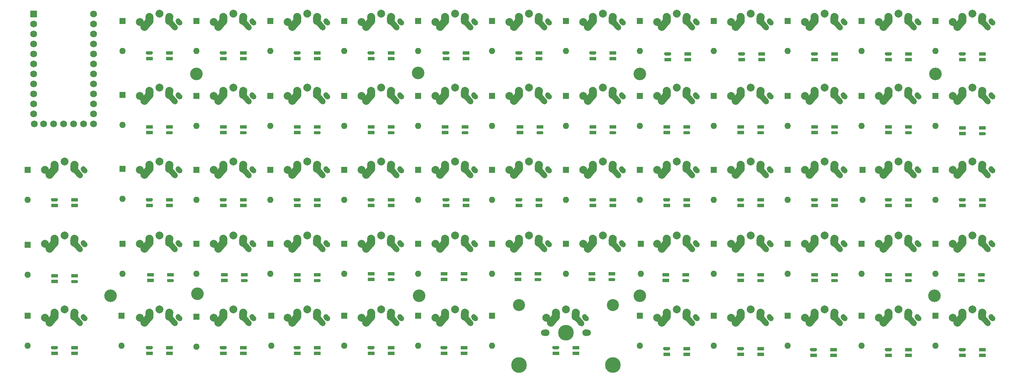
<source format=gbr>
%TF.GenerationSoftware,KiCad,Pcbnew,(5.1.6-0-10_14)*%
%TF.CreationDate,2021-04-03T15:29:21+02:00*%
%TF.ProjectId,Mech50-keyboard,4d656368-3530-42d6-9b65-79626f617264,rev?*%
%TF.SameCoordinates,Original*%
%TF.FileFunction,Soldermask,Bot*%
%TF.FilePolarity,Negative*%
%FSLAX46Y46*%
G04 Gerber Fmt 4.6, Leading zero omitted, Abs format (unit mm)*
G04 Created by KiCad (PCBNEW (5.1.6-0-10_14)) date 2021-04-03 15:29:21*
%MOMM*%
%LPD*%
G01*
G04 APERTURE LIST*
%ADD10R,1.700000X0.820000*%
%ADD11C,2.000000*%
%ADD12C,1.700000*%
%ADD13C,3.987800*%
%ADD14C,3.048000*%
%ADD15C,1.800000*%
%ADD16O,1.600000X1.600000*%
%ADD17R,1.600000X1.600000*%
%ADD18C,3.200000*%
%ADD19C,1.752600*%
%ADD20R,1.752600X1.752600*%
G04 APERTURE END LIST*
%TO.C,RGB-61*%
G36*
G01*
X294464000Y-140523000D02*
X294464000Y-140933000D01*
G75*
G02*
X294259000Y-141138000I-205000J0D01*
G01*
X292969000Y-141138000D01*
G75*
G02*
X292764000Y-140933000I0J205000D01*
G01*
X292764000Y-140523000D01*
G75*
G02*
X292969000Y-140318000I205000J0D01*
G01*
X294259000Y-140318000D01*
G75*
G02*
X294464000Y-140523000I0J-205000D01*
G01*
G37*
D10*
X293614000Y-142228000D03*
X298714000Y-140728000D03*
X298714000Y-142228000D03*
%TD*%
%TO.C,RGB-60*%
G36*
G01*
X275668000Y-140523000D02*
X275668000Y-140933000D01*
G75*
G02*
X275463000Y-141138000I-205000J0D01*
G01*
X274173000Y-141138000D01*
G75*
G02*
X273968000Y-140933000I0J205000D01*
G01*
X273968000Y-140523000D01*
G75*
G02*
X274173000Y-140318000I205000J0D01*
G01*
X275463000Y-140318000D01*
G75*
G02*
X275668000Y-140523000I0J-205000D01*
G01*
G37*
X274818000Y-142228000D03*
X279918000Y-140728000D03*
X279918000Y-142228000D03*
%TD*%
%TO.C,RGB-59*%
G36*
G01*
X256618000Y-140523000D02*
X256618000Y-140933000D01*
G75*
G02*
X256413000Y-141138000I-205000J0D01*
G01*
X255123000Y-141138000D01*
G75*
G02*
X254918000Y-140933000I0J205000D01*
G01*
X254918000Y-140523000D01*
G75*
G02*
X255123000Y-140318000I205000J0D01*
G01*
X256413000Y-140318000D01*
G75*
G02*
X256618000Y-140523000I0J-205000D01*
G01*
G37*
X255768000Y-142228000D03*
X260868000Y-140728000D03*
X260868000Y-142228000D03*
%TD*%
%TO.C,RGB-58*%
G36*
G01*
X238076000Y-140269000D02*
X238076000Y-140679000D01*
G75*
G02*
X237871000Y-140884000I-205000J0D01*
G01*
X236581000Y-140884000D01*
G75*
G02*
X236376000Y-140679000I0J205000D01*
G01*
X236376000Y-140269000D01*
G75*
G02*
X236581000Y-140064000I205000J0D01*
G01*
X237871000Y-140064000D01*
G75*
G02*
X238076000Y-140269000I0J-205000D01*
G01*
G37*
X237226000Y-141974000D03*
X242326000Y-140474000D03*
X242326000Y-141974000D03*
%TD*%
%TO.C,RGB-57*%
G36*
G01*
X219280000Y-140269000D02*
X219280000Y-140679000D01*
G75*
G02*
X219075000Y-140884000I-205000J0D01*
G01*
X217785000Y-140884000D01*
G75*
G02*
X217580000Y-140679000I0J205000D01*
G01*
X217580000Y-140269000D01*
G75*
G02*
X217785000Y-140064000I205000J0D01*
G01*
X219075000Y-140064000D01*
G75*
G02*
X219280000Y-140269000I0J-205000D01*
G01*
G37*
X218430000Y-141974000D03*
X223530000Y-140474000D03*
X223530000Y-141974000D03*
%TD*%
%TO.C,RGB-56*%
G36*
G01*
X191086000Y-140015000D02*
X191086000Y-140425000D01*
G75*
G02*
X190881000Y-140630000I-205000J0D01*
G01*
X189591000Y-140630000D01*
G75*
G02*
X189386000Y-140425000I0J205000D01*
G01*
X189386000Y-140015000D01*
G75*
G02*
X189591000Y-139810000I205000J0D01*
G01*
X190881000Y-139810000D01*
G75*
G02*
X191086000Y-140015000I0J-205000D01*
G01*
G37*
X190236000Y-141720000D03*
X195336000Y-140220000D03*
X195336000Y-141720000D03*
%TD*%
%TO.C,RGB-55*%
G36*
G01*
X162638000Y-140015000D02*
X162638000Y-140425000D01*
G75*
G02*
X162433000Y-140630000I-205000J0D01*
G01*
X161143000Y-140630000D01*
G75*
G02*
X160938000Y-140425000I0J205000D01*
G01*
X160938000Y-140015000D01*
G75*
G02*
X161143000Y-139810000I205000J0D01*
G01*
X162433000Y-139810000D01*
G75*
G02*
X162638000Y-140015000I0J-205000D01*
G01*
G37*
X161788000Y-141720000D03*
X166888000Y-140220000D03*
X166888000Y-141720000D03*
%TD*%
%TO.C,RGB-54*%
G36*
G01*
X144096000Y-140015000D02*
X144096000Y-140425000D01*
G75*
G02*
X143891000Y-140630000I-205000J0D01*
G01*
X142601000Y-140630000D01*
G75*
G02*
X142396000Y-140425000I0J205000D01*
G01*
X142396000Y-140015000D01*
G75*
G02*
X142601000Y-139810000I205000J0D01*
G01*
X143891000Y-139810000D01*
G75*
G02*
X144096000Y-140015000I0J-205000D01*
G01*
G37*
X143246000Y-141720000D03*
X148346000Y-140220000D03*
X148346000Y-141720000D03*
%TD*%
%TO.C,RGB-53*%
G36*
G01*
X125300000Y-140015000D02*
X125300000Y-140425000D01*
G75*
G02*
X125095000Y-140630000I-205000J0D01*
G01*
X123805000Y-140630000D01*
G75*
G02*
X123600000Y-140425000I0J205000D01*
G01*
X123600000Y-140015000D01*
G75*
G02*
X123805000Y-139810000I205000J0D01*
G01*
X125095000Y-139810000D01*
G75*
G02*
X125300000Y-140015000I0J-205000D01*
G01*
G37*
X124450000Y-141720000D03*
X129550000Y-140220000D03*
X129550000Y-141720000D03*
%TD*%
%TO.C,RGB-52*%
G36*
G01*
X106504000Y-140015000D02*
X106504000Y-140425000D01*
G75*
G02*
X106299000Y-140630000I-205000J0D01*
G01*
X105009000Y-140630000D01*
G75*
G02*
X104804000Y-140425000I0J205000D01*
G01*
X104804000Y-140015000D01*
G75*
G02*
X105009000Y-139810000I205000J0D01*
G01*
X106299000Y-139810000D01*
G75*
G02*
X106504000Y-140015000I0J-205000D01*
G01*
G37*
X105654000Y-141720000D03*
X110754000Y-140220000D03*
X110754000Y-141720000D03*
%TD*%
%TO.C,RGB-51*%
G36*
G01*
X87708000Y-140015000D02*
X87708000Y-140425000D01*
G75*
G02*
X87503000Y-140630000I-205000J0D01*
G01*
X86213000Y-140630000D01*
G75*
G02*
X86008000Y-140425000I0J205000D01*
G01*
X86008000Y-140015000D01*
G75*
G02*
X86213000Y-139810000I205000J0D01*
G01*
X87503000Y-139810000D01*
G75*
G02*
X87708000Y-140015000I0J-205000D01*
G01*
G37*
X86858000Y-141720000D03*
X91958000Y-140220000D03*
X91958000Y-141720000D03*
%TD*%
%TO.C,RGB-50*%
G36*
G01*
X63578000Y-140015000D02*
X63578000Y-140425000D01*
G75*
G02*
X63373000Y-140630000I-205000J0D01*
G01*
X62083000Y-140630000D01*
G75*
G02*
X61878000Y-140425000I0J205000D01*
G01*
X61878000Y-140015000D01*
G75*
G02*
X62083000Y-139810000I205000J0D01*
G01*
X63373000Y-139810000D01*
G75*
G02*
X63578000Y-140015000I0J-205000D01*
G01*
G37*
X62728000Y-141720000D03*
X67828000Y-140220000D03*
X67828000Y-141720000D03*
%TD*%
%TO.C,RGB-49*%
G36*
G01*
X66978000Y-123637000D02*
X66978000Y-123227000D01*
G75*
G02*
X67183000Y-123022000I205000J0D01*
G01*
X68473000Y-123022000D01*
G75*
G02*
X68678000Y-123227000I0J-205000D01*
G01*
X68678000Y-123637000D01*
G75*
G02*
X68473000Y-123842000I-205000J0D01*
G01*
X67183000Y-123842000D01*
G75*
G02*
X66978000Y-123637000I0J205000D01*
G01*
G37*
X67828000Y-121932000D03*
X62728000Y-123432000D03*
X62728000Y-121932000D03*
%TD*%
%TO.C,RGB-48*%
G36*
G01*
X91362000Y-123383000D02*
X91362000Y-122973000D01*
G75*
G02*
X91567000Y-122768000I205000J0D01*
G01*
X92857000Y-122768000D01*
G75*
G02*
X93062000Y-122973000I0J-205000D01*
G01*
X93062000Y-123383000D01*
G75*
G02*
X92857000Y-123588000I-205000J0D01*
G01*
X91567000Y-123588000D01*
G75*
G02*
X91362000Y-123383000I0J205000D01*
G01*
G37*
X92212000Y-121678000D03*
X87112000Y-123178000D03*
X87112000Y-121678000D03*
%TD*%
%TO.C,RGB-47*%
G36*
G01*
X110158000Y-123383000D02*
X110158000Y-122973000D01*
G75*
G02*
X110363000Y-122768000I205000J0D01*
G01*
X111653000Y-122768000D01*
G75*
G02*
X111858000Y-122973000I0J-205000D01*
G01*
X111858000Y-123383000D01*
G75*
G02*
X111653000Y-123588000I-205000J0D01*
G01*
X110363000Y-123588000D01*
G75*
G02*
X110158000Y-123383000I0J205000D01*
G01*
G37*
X111008000Y-121678000D03*
X105908000Y-123178000D03*
X105908000Y-121678000D03*
%TD*%
%TO.C,RGB-46*%
G36*
G01*
X128700000Y-123383000D02*
X128700000Y-122973000D01*
G75*
G02*
X128905000Y-122768000I205000J0D01*
G01*
X130195000Y-122768000D01*
G75*
G02*
X130400000Y-122973000I0J-205000D01*
G01*
X130400000Y-123383000D01*
G75*
G02*
X130195000Y-123588000I-205000J0D01*
G01*
X128905000Y-123588000D01*
G75*
G02*
X128700000Y-123383000I0J205000D01*
G01*
G37*
X129550000Y-121678000D03*
X124450000Y-123178000D03*
X124450000Y-121678000D03*
%TD*%
%TO.C,RGB-45*%
G36*
G01*
X147496000Y-123129000D02*
X147496000Y-122719000D01*
G75*
G02*
X147701000Y-122514000I205000J0D01*
G01*
X148991000Y-122514000D01*
G75*
G02*
X149196000Y-122719000I0J-205000D01*
G01*
X149196000Y-123129000D01*
G75*
G02*
X148991000Y-123334000I-205000J0D01*
G01*
X147701000Y-123334000D01*
G75*
G02*
X147496000Y-123129000I0J205000D01*
G01*
G37*
X148346000Y-121424000D03*
X143246000Y-122924000D03*
X143246000Y-121424000D03*
%TD*%
%TO.C,RGB-44*%
G36*
G01*
X166038000Y-123129000D02*
X166038000Y-122719000D01*
G75*
G02*
X166243000Y-122514000I205000J0D01*
G01*
X167533000Y-122514000D01*
G75*
G02*
X167738000Y-122719000I0J-205000D01*
G01*
X167738000Y-123129000D01*
G75*
G02*
X167533000Y-123334000I-205000J0D01*
G01*
X166243000Y-123334000D01*
G75*
G02*
X166038000Y-123129000I0J205000D01*
G01*
G37*
X166888000Y-121424000D03*
X161788000Y-122924000D03*
X161788000Y-121424000D03*
%TD*%
%TO.C,RGB-43*%
G36*
G01*
X184834000Y-123129000D02*
X184834000Y-122719000D01*
G75*
G02*
X185039000Y-122514000I205000J0D01*
G01*
X186329000Y-122514000D01*
G75*
G02*
X186534000Y-122719000I0J-205000D01*
G01*
X186534000Y-123129000D01*
G75*
G02*
X186329000Y-123334000I-205000J0D01*
G01*
X185039000Y-123334000D01*
G75*
G02*
X184834000Y-123129000I0J205000D01*
G01*
G37*
X185684000Y-121424000D03*
X180584000Y-122924000D03*
X180584000Y-121424000D03*
%TD*%
%TO.C,RGB-42*%
G36*
G01*
X203630000Y-123129000D02*
X203630000Y-122719000D01*
G75*
G02*
X203835000Y-122514000I205000J0D01*
G01*
X205125000Y-122514000D01*
G75*
G02*
X205330000Y-122719000I0J-205000D01*
G01*
X205330000Y-123129000D01*
G75*
G02*
X205125000Y-123334000I-205000J0D01*
G01*
X203835000Y-123334000D01*
G75*
G02*
X203630000Y-123129000I0J205000D01*
G01*
G37*
X204480000Y-121424000D03*
X199380000Y-122924000D03*
X199380000Y-121424000D03*
%TD*%
%TO.C,RGB-41*%
G36*
G01*
X222426000Y-123383000D02*
X222426000Y-122973000D01*
G75*
G02*
X222631000Y-122768000I205000J0D01*
G01*
X223921000Y-122768000D01*
G75*
G02*
X224126000Y-122973000I0J-205000D01*
G01*
X224126000Y-123383000D01*
G75*
G02*
X223921000Y-123588000I-205000J0D01*
G01*
X222631000Y-123588000D01*
G75*
G02*
X222426000Y-123383000I0J205000D01*
G01*
G37*
X223276000Y-121678000D03*
X218176000Y-123178000D03*
X218176000Y-121678000D03*
%TD*%
%TO.C,RGB-40*%
G36*
G01*
X241476000Y-123383000D02*
X241476000Y-122973000D01*
G75*
G02*
X241681000Y-122768000I205000J0D01*
G01*
X242971000Y-122768000D01*
G75*
G02*
X243176000Y-122973000I0J-205000D01*
G01*
X243176000Y-123383000D01*
G75*
G02*
X242971000Y-123588000I-205000J0D01*
G01*
X241681000Y-123588000D01*
G75*
G02*
X241476000Y-123383000I0J205000D01*
G01*
G37*
X242326000Y-121678000D03*
X237226000Y-123178000D03*
X237226000Y-121678000D03*
%TD*%
%TO.C,RGB-39*%
G36*
G01*
X260272000Y-123383000D02*
X260272000Y-122973000D01*
G75*
G02*
X260477000Y-122768000I205000J0D01*
G01*
X261767000Y-122768000D01*
G75*
G02*
X261972000Y-122973000I0J-205000D01*
G01*
X261972000Y-123383000D01*
G75*
G02*
X261767000Y-123588000I-205000J0D01*
G01*
X260477000Y-123588000D01*
G75*
G02*
X260272000Y-123383000I0J205000D01*
G01*
G37*
X261122000Y-121678000D03*
X256022000Y-123178000D03*
X256022000Y-121678000D03*
%TD*%
%TO.C,RGB-38*%
G36*
G01*
X279068000Y-123383000D02*
X279068000Y-122973000D01*
G75*
G02*
X279273000Y-122768000I205000J0D01*
G01*
X280563000Y-122768000D01*
G75*
G02*
X280768000Y-122973000I0J-205000D01*
G01*
X280768000Y-123383000D01*
G75*
G02*
X280563000Y-123588000I-205000J0D01*
G01*
X279273000Y-123588000D01*
G75*
G02*
X279068000Y-123383000I0J205000D01*
G01*
G37*
X279918000Y-121678000D03*
X274818000Y-123178000D03*
X274818000Y-121678000D03*
%TD*%
%TO.C,RGB-37*%
G36*
G01*
X297610000Y-123383000D02*
X297610000Y-122973000D01*
G75*
G02*
X297815000Y-122768000I205000J0D01*
G01*
X299105000Y-122768000D01*
G75*
G02*
X299310000Y-122973000I0J-205000D01*
G01*
X299310000Y-123383000D01*
G75*
G02*
X299105000Y-123588000I-205000J0D01*
G01*
X297815000Y-123588000D01*
G75*
G02*
X297610000Y-123383000I0J205000D01*
G01*
G37*
X298460000Y-121678000D03*
X293360000Y-123178000D03*
X293360000Y-121678000D03*
%TD*%
%TO.C,RGB-36*%
G36*
G01*
X294464000Y-102423000D02*
X294464000Y-102833000D01*
G75*
G02*
X294259000Y-103038000I-205000J0D01*
G01*
X292969000Y-103038000D01*
G75*
G02*
X292764000Y-102833000I0J205000D01*
G01*
X292764000Y-102423000D01*
G75*
G02*
X292969000Y-102218000I205000J0D01*
G01*
X294259000Y-102218000D01*
G75*
G02*
X294464000Y-102423000I0J-205000D01*
G01*
G37*
X293614000Y-104128000D03*
X298714000Y-102628000D03*
X298714000Y-104128000D03*
%TD*%
%TO.C,RGB-35*%
G36*
G01*
X275668000Y-102423000D02*
X275668000Y-102833000D01*
G75*
G02*
X275463000Y-103038000I-205000J0D01*
G01*
X274173000Y-103038000D01*
G75*
G02*
X273968000Y-102833000I0J205000D01*
G01*
X273968000Y-102423000D01*
G75*
G02*
X274173000Y-102218000I205000J0D01*
G01*
X275463000Y-102218000D01*
G75*
G02*
X275668000Y-102423000I0J-205000D01*
G01*
G37*
X274818000Y-104128000D03*
X279918000Y-102628000D03*
X279918000Y-104128000D03*
%TD*%
%TO.C,RGB-34*%
G36*
G01*
X256872000Y-102423000D02*
X256872000Y-102833000D01*
G75*
G02*
X256667000Y-103038000I-205000J0D01*
G01*
X255377000Y-103038000D01*
G75*
G02*
X255172000Y-102833000I0J205000D01*
G01*
X255172000Y-102423000D01*
G75*
G02*
X255377000Y-102218000I205000J0D01*
G01*
X256667000Y-102218000D01*
G75*
G02*
X256872000Y-102423000I0J-205000D01*
G01*
G37*
X256022000Y-104128000D03*
X261122000Y-102628000D03*
X261122000Y-104128000D03*
%TD*%
%TO.C,RGB-33*%
G36*
G01*
X238076000Y-102423000D02*
X238076000Y-102833000D01*
G75*
G02*
X237871000Y-103038000I-205000J0D01*
G01*
X236581000Y-103038000D01*
G75*
G02*
X236376000Y-102833000I0J205000D01*
G01*
X236376000Y-102423000D01*
G75*
G02*
X236581000Y-102218000I205000J0D01*
G01*
X237871000Y-102218000D01*
G75*
G02*
X238076000Y-102423000I0J-205000D01*
G01*
G37*
X237226000Y-104128000D03*
X242326000Y-102628000D03*
X242326000Y-104128000D03*
%TD*%
%TO.C,RGB-32*%
G36*
G01*
X219280000Y-102423000D02*
X219280000Y-102833000D01*
G75*
G02*
X219075000Y-103038000I-205000J0D01*
G01*
X217785000Y-103038000D01*
G75*
G02*
X217580000Y-102833000I0J205000D01*
G01*
X217580000Y-102423000D01*
G75*
G02*
X217785000Y-102218000I205000J0D01*
G01*
X219075000Y-102218000D01*
G75*
G02*
X219280000Y-102423000I0J-205000D01*
G01*
G37*
X218430000Y-104128000D03*
X223530000Y-102628000D03*
X223530000Y-104128000D03*
%TD*%
%TO.C,RGB-31*%
G36*
G01*
X200484000Y-102423000D02*
X200484000Y-102833000D01*
G75*
G02*
X200279000Y-103038000I-205000J0D01*
G01*
X198989000Y-103038000D01*
G75*
G02*
X198784000Y-102833000I0J205000D01*
G01*
X198784000Y-102423000D01*
G75*
G02*
X198989000Y-102218000I205000J0D01*
G01*
X200279000Y-102218000D01*
G75*
G02*
X200484000Y-102423000I0J-205000D01*
G01*
G37*
X199634000Y-104128000D03*
X204734000Y-102628000D03*
X204734000Y-104128000D03*
%TD*%
%TO.C,RGB-30*%
G36*
G01*
X181688000Y-102423000D02*
X181688000Y-102833000D01*
G75*
G02*
X181483000Y-103038000I-205000J0D01*
G01*
X180193000Y-103038000D01*
G75*
G02*
X179988000Y-102833000I0J205000D01*
G01*
X179988000Y-102423000D01*
G75*
G02*
X180193000Y-102218000I205000J0D01*
G01*
X181483000Y-102218000D01*
G75*
G02*
X181688000Y-102423000I0J-205000D01*
G01*
G37*
X180838000Y-104128000D03*
X185938000Y-102628000D03*
X185938000Y-104128000D03*
%TD*%
%TO.C,RGB-29*%
G36*
G01*
X163146000Y-102423000D02*
X163146000Y-102833000D01*
G75*
G02*
X162941000Y-103038000I-205000J0D01*
G01*
X161651000Y-103038000D01*
G75*
G02*
X161446000Y-102833000I0J205000D01*
G01*
X161446000Y-102423000D01*
G75*
G02*
X161651000Y-102218000I205000J0D01*
G01*
X162941000Y-102218000D01*
G75*
G02*
X163146000Y-102423000I0J-205000D01*
G01*
G37*
X162296000Y-104128000D03*
X167396000Y-102628000D03*
X167396000Y-104128000D03*
%TD*%
%TO.C,RGB-28*%
G36*
G01*
X144096000Y-102423000D02*
X144096000Y-102833000D01*
G75*
G02*
X143891000Y-103038000I-205000J0D01*
G01*
X142601000Y-103038000D01*
G75*
G02*
X142396000Y-102833000I0J205000D01*
G01*
X142396000Y-102423000D01*
G75*
G02*
X142601000Y-102218000I205000J0D01*
G01*
X143891000Y-102218000D01*
G75*
G02*
X144096000Y-102423000I0J-205000D01*
G01*
G37*
X143246000Y-104128000D03*
X148346000Y-102628000D03*
X148346000Y-104128000D03*
%TD*%
%TO.C,RGB-27*%
G36*
G01*
X125300000Y-102423000D02*
X125300000Y-102833000D01*
G75*
G02*
X125095000Y-103038000I-205000J0D01*
G01*
X123805000Y-103038000D01*
G75*
G02*
X123600000Y-102833000I0J205000D01*
G01*
X123600000Y-102423000D01*
G75*
G02*
X123805000Y-102218000I205000J0D01*
G01*
X125095000Y-102218000D01*
G75*
G02*
X125300000Y-102423000I0J-205000D01*
G01*
G37*
X124450000Y-104128000D03*
X129550000Y-102628000D03*
X129550000Y-104128000D03*
%TD*%
%TO.C,RGB-26*%
G36*
G01*
X106504000Y-102423000D02*
X106504000Y-102833000D01*
G75*
G02*
X106299000Y-103038000I-205000J0D01*
G01*
X105009000Y-103038000D01*
G75*
G02*
X104804000Y-102833000I0J205000D01*
G01*
X104804000Y-102423000D01*
G75*
G02*
X105009000Y-102218000I205000J0D01*
G01*
X106299000Y-102218000D01*
G75*
G02*
X106504000Y-102423000I0J-205000D01*
G01*
G37*
X105654000Y-104128000D03*
X110754000Y-102628000D03*
X110754000Y-104128000D03*
%TD*%
%TO.C,RGB-25*%
G36*
G01*
X87708000Y-102423000D02*
X87708000Y-102833000D01*
G75*
G02*
X87503000Y-103038000I-205000J0D01*
G01*
X86213000Y-103038000D01*
G75*
G02*
X86008000Y-102833000I0J205000D01*
G01*
X86008000Y-102423000D01*
G75*
G02*
X86213000Y-102218000I205000J0D01*
G01*
X87503000Y-102218000D01*
G75*
G02*
X87708000Y-102423000I0J-205000D01*
G01*
G37*
X86858000Y-104128000D03*
X91958000Y-102628000D03*
X91958000Y-104128000D03*
%TD*%
%TO.C,RGB-24*%
G36*
G01*
X63578000Y-102423000D02*
X63578000Y-102833000D01*
G75*
G02*
X63373000Y-103038000I-205000J0D01*
G01*
X62083000Y-103038000D01*
G75*
G02*
X61878000Y-102833000I0J205000D01*
G01*
X61878000Y-102423000D01*
G75*
G02*
X62083000Y-102218000I205000J0D01*
G01*
X63373000Y-102218000D01*
G75*
G02*
X63578000Y-102423000I0J-205000D01*
G01*
G37*
X62728000Y-104128000D03*
X67828000Y-102628000D03*
X67828000Y-104128000D03*
%TD*%
%TO.C,RGB-23*%
G36*
G01*
X91108000Y-85791000D02*
X91108000Y-85381000D01*
G75*
G02*
X91313000Y-85176000I205000J0D01*
G01*
X92603000Y-85176000D01*
G75*
G02*
X92808000Y-85381000I0J-205000D01*
G01*
X92808000Y-85791000D01*
G75*
G02*
X92603000Y-85996000I-205000J0D01*
G01*
X91313000Y-85996000D01*
G75*
G02*
X91108000Y-85791000I0J205000D01*
G01*
G37*
X91958000Y-84086000D03*
X86858000Y-85586000D03*
X86858000Y-84086000D03*
%TD*%
%TO.C,RGB-22*%
G36*
G01*
X109904000Y-85791000D02*
X109904000Y-85381000D01*
G75*
G02*
X110109000Y-85176000I205000J0D01*
G01*
X111399000Y-85176000D01*
G75*
G02*
X111604000Y-85381000I0J-205000D01*
G01*
X111604000Y-85791000D01*
G75*
G02*
X111399000Y-85996000I-205000J0D01*
G01*
X110109000Y-85996000D01*
G75*
G02*
X109904000Y-85791000I0J205000D01*
G01*
G37*
X110754000Y-84086000D03*
X105654000Y-85586000D03*
X105654000Y-84086000D03*
%TD*%
%TO.C,RGB-21*%
G36*
G01*
X128700000Y-85791000D02*
X128700000Y-85381000D01*
G75*
G02*
X128905000Y-85176000I205000J0D01*
G01*
X130195000Y-85176000D01*
G75*
G02*
X130400000Y-85381000I0J-205000D01*
G01*
X130400000Y-85791000D01*
G75*
G02*
X130195000Y-85996000I-205000J0D01*
G01*
X128905000Y-85996000D01*
G75*
G02*
X128700000Y-85791000I0J205000D01*
G01*
G37*
X129550000Y-84086000D03*
X124450000Y-85586000D03*
X124450000Y-84086000D03*
%TD*%
%TO.C,RGB-20*%
G36*
G01*
X147496000Y-85791000D02*
X147496000Y-85381000D01*
G75*
G02*
X147701000Y-85176000I205000J0D01*
G01*
X148991000Y-85176000D01*
G75*
G02*
X149196000Y-85381000I0J-205000D01*
G01*
X149196000Y-85791000D01*
G75*
G02*
X148991000Y-85996000I-205000J0D01*
G01*
X147701000Y-85996000D01*
G75*
G02*
X147496000Y-85791000I0J205000D01*
G01*
G37*
X148346000Y-84086000D03*
X143246000Y-85586000D03*
X143246000Y-84086000D03*
%TD*%
%TO.C,RGB-19*%
G36*
G01*
X166292000Y-85791000D02*
X166292000Y-85381000D01*
G75*
G02*
X166497000Y-85176000I205000J0D01*
G01*
X167787000Y-85176000D01*
G75*
G02*
X167992000Y-85381000I0J-205000D01*
G01*
X167992000Y-85791000D01*
G75*
G02*
X167787000Y-85996000I-205000J0D01*
G01*
X166497000Y-85996000D01*
G75*
G02*
X166292000Y-85791000I0J205000D01*
G01*
G37*
X167142000Y-84086000D03*
X162042000Y-85586000D03*
X162042000Y-84086000D03*
%TD*%
%TO.C,RGB-18*%
G36*
G01*
X185342000Y-85791000D02*
X185342000Y-85381000D01*
G75*
G02*
X185547000Y-85176000I205000J0D01*
G01*
X186837000Y-85176000D01*
G75*
G02*
X187042000Y-85381000I0J-205000D01*
G01*
X187042000Y-85791000D01*
G75*
G02*
X186837000Y-85996000I-205000J0D01*
G01*
X185547000Y-85996000D01*
G75*
G02*
X185342000Y-85791000I0J205000D01*
G01*
G37*
X186192000Y-84086000D03*
X181092000Y-85586000D03*
X181092000Y-84086000D03*
%TD*%
%TO.C,RGB-17*%
G36*
G01*
X203884000Y-85791000D02*
X203884000Y-85381000D01*
G75*
G02*
X204089000Y-85176000I205000J0D01*
G01*
X205379000Y-85176000D01*
G75*
G02*
X205584000Y-85381000I0J-205000D01*
G01*
X205584000Y-85791000D01*
G75*
G02*
X205379000Y-85996000I-205000J0D01*
G01*
X204089000Y-85996000D01*
G75*
G02*
X203884000Y-85791000I0J205000D01*
G01*
G37*
X204734000Y-84086000D03*
X199634000Y-85586000D03*
X199634000Y-84086000D03*
%TD*%
%TO.C,RGB-16*%
G36*
G01*
X222680000Y-85791000D02*
X222680000Y-85381000D01*
G75*
G02*
X222885000Y-85176000I205000J0D01*
G01*
X224175000Y-85176000D01*
G75*
G02*
X224380000Y-85381000I0J-205000D01*
G01*
X224380000Y-85791000D01*
G75*
G02*
X224175000Y-85996000I-205000J0D01*
G01*
X222885000Y-85996000D01*
G75*
G02*
X222680000Y-85791000I0J205000D01*
G01*
G37*
X223530000Y-84086000D03*
X218430000Y-85586000D03*
X218430000Y-84086000D03*
%TD*%
%TO.C,RGB-15*%
G36*
G01*
X241476000Y-85791000D02*
X241476000Y-85381000D01*
G75*
G02*
X241681000Y-85176000I205000J0D01*
G01*
X242971000Y-85176000D01*
G75*
G02*
X243176000Y-85381000I0J-205000D01*
G01*
X243176000Y-85791000D01*
G75*
G02*
X242971000Y-85996000I-205000J0D01*
G01*
X241681000Y-85996000D01*
G75*
G02*
X241476000Y-85791000I0J205000D01*
G01*
G37*
X242326000Y-84086000D03*
X237226000Y-85586000D03*
X237226000Y-84086000D03*
%TD*%
%TO.C,RGB-14*%
G36*
G01*
X260272000Y-85791000D02*
X260272000Y-85381000D01*
G75*
G02*
X260477000Y-85176000I205000J0D01*
G01*
X261767000Y-85176000D01*
G75*
G02*
X261972000Y-85381000I0J-205000D01*
G01*
X261972000Y-85791000D01*
G75*
G02*
X261767000Y-85996000I-205000J0D01*
G01*
X260477000Y-85996000D01*
G75*
G02*
X260272000Y-85791000I0J205000D01*
G01*
G37*
X261122000Y-84086000D03*
X256022000Y-85586000D03*
X256022000Y-84086000D03*
%TD*%
%TO.C,RGB-13*%
G36*
G01*
X279068000Y-85791000D02*
X279068000Y-85381000D01*
G75*
G02*
X279273000Y-85176000I205000J0D01*
G01*
X280563000Y-85176000D01*
G75*
G02*
X280768000Y-85381000I0J-205000D01*
G01*
X280768000Y-85791000D01*
G75*
G02*
X280563000Y-85996000I-205000J0D01*
G01*
X279273000Y-85996000D01*
G75*
G02*
X279068000Y-85791000I0J205000D01*
G01*
G37*
X279918000Y-84086000D03*
X274818000Y-85586000D03*
X274818000Y-84086000D03*
%TD*%
%TO.C,RGB-12*%
G36*
G01*
X297864000Y-86045000D02*
X297864000Y-85635000D01*
G75*
G02*
X298069000Y-85430000I205000J0D01*
G01*
X299359000Y-85430000D01*
G75*
G02*
X299564000Y-85635000I0J-205000D01*
G01*
X299564000Y-86045000D01*
G75*
G02*
X299359000Y-86250000I-205000J0D01*
G01*
X298069000Y-86250000D01*
G75*
G02*
X297864000Y-86045000I0J205000D01*
G01*
G37*
X298714000Y-84340000D03*
X293614000Y-85840000D03*
X293614000Y-84340000D03*
%TD*%
%TO.C,S-E12*%
G36*
G01*
X301484668Y-131907224D02*
X301885368Y-132353810D01*
G75*
G02*
X301831833Y-133342311I-521018J-467483D01*
G01*
X301831833Y-133342311D01*
G75*
G02*
X300843332Y-133288776I-467483J521018D01*
G01*
X300442632Y-132842190D01*
G75*
G02*
X300496167Y-131853689I521018J467483D01*
G01*
X300496167Y-131853689D01*
G75*
G02*
X301484668Y-131907224I467483J-521018D01*
G01*
G37*
D11*
X291164000Y-132598000D03*
X296164000Y-130498000D03*
G36*
G01*
X297666370Y-131829201D02*
X297706368Y-131249201D01*
G75*
G02*
X298772798Y-130320369I997631J-68799D01*
G01*
X298772798Y-130320369D01*
G75*
G02*
X299701630Y-131386799I-68799J-997631D01*
G01*
X299661632Y-131966799D01*
G75*
G02*
X298595202Y-132895631I-997631J68799D01*
G01*
X298595202Y-132895631D01*
G75*
G02*
X297666370Y-131829201I68799J997631D01*
G01*
G37*
X293624000Y-131318000D03*
X293664000Y-131898000D03*
G36*
G01*
X292666369Y-131966799D02*
X292626370Y-131386799D01*
G75*
G02*
X293555202Y-130320369I997631J68799D01*
G01*
X293555202Y-130320369D01*
G75*
G02*
X294621632Y-131249201I68799J-997631D01*
G01*
X294661630Y-131829201D01*
G75*
G02*
X293732798Y-132895631I-997631J-68799D01*
G01*
X293732798Y-132895631D01*
G75*
G02*
X292666368Y-131966799I-68799J997631D01*
G01*
G37*
G36*
G01*
X299306167Y-133113688D02*
X299306168Y-133113688D01*
G75*
G02*
X300365276Y-133171048I500874J-558234D01*
G01*
X300699192Y-133543204D01*
G75*
G02*
X300641832Y-134602312I-558234J-500874D01*
G01*
X300641832Y-134602312D01*
G75*
G02*
X299582724Y-134544952I-500874J558234D01*
G01*
X299248808Y-134172796D01*
G75*
G02*
X299306168Y-133113688I558234J500874D01*
G01*
G37*
X298664000Y-132398000D03*
G36*
G01*
X294408307Y-133065828D02*
X293098317Y-134525837D01*
G75*
G02*
X291686172Y-134602316I-744312J667833D01*
G01*
X291686172Y-134602316D01*
G75*
G02*
X291609693Y-133190171I667833J744312D01*
G01*
X292919683Y-131730163D01*
G75*
G02*
X294331828Y-131653684I744312J-667833D01*
G01*
X294331828Y-131653684D01*
G75*
G02*
X294408307Y-133065829I-667833J-744312D01*
G01*
G37*
G36*
G01*
X299055280Y-131711043D02*
X300699188Y-133543208D01*
G75*
G02*
X300641828Y-134602316I-558234J-500874D01*
G01*
X300641828Y-134602316D01*
G75*
G02*
X299582720Y-134544956I-500874J558234D01*
G01*
X297938812Y-132712792D01*
G75*
G02*
X297996172Y-131653684I558234J500874D01*
G01*
X297996172Y-131653684D01*
G75*
G02*
X299055280Y-131711044I500874J-558234D01*
G01*
G37*
X292354000Y-133858000D03*
X293664000Y-132398000D03*
X298704000Y-131318000D03*
X298664000Y-131898000D03*
%TD*%
%TO.C,S-E6*%
G36*
G01*
X198106668Y-131907224D02*
X198507368Y-132353810D01*
G75*
G02*
X198453833Y-133342311I-521018J-467483D01*
G01*
X198453833Y-133342311D01*
G75*
G02*
X197465332Y-133288776I-467483J521018D01*
G01*
X197064632Y-132842190D01*
G75*
G02*
X197118167Y-131853689I521018J467483D01*
G01*
X197118167Y-131853689D01*
G75*
G02*
X198106668Y-131907224I467483J-521018D01*
G01*
G37*
X187786000Y-132598000D03*
X192786000Y-130498000D03*
D12*
X198286000Y-136398000D03*
X187286000Y-136398000D03*
G36*
G01*
X195677280Y-131711043D02*
X197321188Y-133543208D01*
G75*
G02*
X197263828Y-134602316I-558234J-500874D01*
G01*
X197263828Y-134602316D01*
G75*
G02*
X196204720Y-134544956I-500874J558234D01*
G01*
X194560812Y-132712792D01*
G75*
G02*
X194618172Y-131653684I558234J500874D01*
G01*
X194618172Y-131653684D01*
G75*
G02*
X195677280Y-131711044I500874J-558234D01*
G01*
G37*
G36*
G01*
X194288544Y-131830001D02*
X194328087Y-131249969D01*
G75*
G02*
X195393786Y-130320300I997684J-68015D01*
G01*
X195393786Y-130320300D01*
G75*
G02*
X196323455Y-131385999I-68015J-997684D01*
G01*
X196283913Y-131966031D01*
G75*
G02*
X195218214Y-132895700I-997684J68015D01*
G01*
X195218214Y-132895700D01*
G75*
G02*
X194288545Y-131830001I68015J997684D01*
G01*
G37*
G36*
G01*
X191030307Y-133065828D02*
X189720317Y-134525837D01*
G75*
G02*
X188308172Y-134602316I-744312J667833D01*
G01*
X188308172Y-134602316D01*
G75*
G02*
X188231693Y-133190171I667833J744312D01*
G01*
X189541683Y-131730163D01*
G75*
G02*
X190953828Y-131653684I744312J-667833D01*
G01*
X190953828Y-131653684D01*
G75*
G02*
X191030307Y-133065829I-667833J-744312D01*
G01*
G37*
G36*
G01*
X189288040Y-131965344D02*
X189248592Y-131386687D01*
G75*
G02*
X190178261Y-130320988I997684J68015D01*
G01*
X190178261Y-130320988D01*
G75*
G02*
X191243960Y-131250657I68015J-997684D01*
G01*
X191283408Y-131829313D01*
G75*
G02*
X190353739Y-132895012I-997684J-68015D01*
G01*
X190353739Y-132895012D01*
G75*
G02*
X189288040Y-131965343I-68015J997684D01*
G01*
G37*
D11*
X195286000Y-131898000D03*
X195286000Y-132398000D03*
X195326000Y-131318000D03*
X190286000Y-131898000D03*
X190246000Y-131318000D03*
X190286000Y-132398000D03*
G36*
G01*
X196987276Y-133211048D02*
X197321192Y-133583204D01*
G75*
G02*
X197263832Y-134642312I-558234J-500874D01*
G01*
X197263832Y-134642312D01*
G75*
G02*
X196204724Y-134584952I-500874J558234D01*
G01*
X195870808Y-134212796D01*
G75*
G02*
X195928168Y-133153688I558234J500874D01*
G01*
X195928168Y-133153688D01*
G75*
G02*
X196987276Y-133211048I500874J-558234D01*
G01*
G37*
D13*
X204724000Y-144653000D03*
X180848000Y-144653000D03*
D14*
X204724000Y-129413000D03*
X180848000Y-129413000D03*
D15*
X197866000Y-136398000D03*
X187706000Y-136398000D03*
D13*
X192786000Y-136398000D03*
D11*
X188976000Y-133898000D03*
%TD*%
%TO.C,S-A0*%
G36*
G01*
X94728668Y-56723224D02*
X95129368Y-57169810D01*
G75*
G02*
X95075833Y-58158311I-521018J-467483D01*
G01*
X95075833Y-58158311D01*
G75*
G02*
X94087332Y-58104776I-467483J521018D01*
G01*
X93686632Y-57658190D01*
G75*
G02*
X93740167Y-56669689I521018J467483D01*
G01*
X93740167Y-56669689D01*
G75*
G02*
X94728668Y-56723224I467483J-521018D01*
G01*
G37*
X84408000Y-57414000D03*
X89408000Y-55314000D03*
G36*
G01*
X90910370Y-56645201D02*
X90950368Y-56065201D01*
G75*
G02*
X92016798Y-55136369I997631J-68799D01*
G01*
X92016798Y-55136369D01*
G75*
G02*
X92945630Y-56202799I-68799J-997631D01*
G01*
X92905632Y-56782799D01*
G75*
G02*
X91839202Y-57711631I-997631J68799D01*
G01*
X91839202Y-57711631D01*
G75*
G02*
X90910370Y-56645201I68799J997631D01*
G01*
G37*
X86868000Y-56134000D03*
X86908000Y-56714000D03*
G36*
G01*
X85910369Y-56782799D02*
X85870370Y-56202799D01*
G75*
G02*
X86799202Y-55136369I997631J68799D01*
G01*
X86799202Y-55136369D01*
G75*
G02*
X87865632Y-56065201I68799J-997631D01*
G01*
X87905630Y-56645201D01*
G75*
G02*
X86976798Y-57711631I-997631J-68799D01*
G01*
X86976798Y-57711631D01*
G75*
G02*
X85910368Y-56782799I-68799J997631D01*
G01*
G37*
G36*
G01*
X92550167Y-57929688D02*
X92550168Y-57929688D01*
G75*
G02*
X93609276Y-57987048I500874J-558234D01*
G01*
X93943192Y-58359204D01*
G75*
G02*
X93885832Y-59418312I-558234J-500874D01*
G01*
X93885832Y-59418312D01*
G75*
G02*
X92826724Y-59360952I-500874J558234D01*
G01*
X92492808Y-58988796D01*
G75*
G02*
X92550168Y-57929688I558234J500874D01*
G01*
G37*
X91908000Y-57214000D03*
G36*
G01*
X87652307Y-57881828D02*
X86342317Y-59341837D01*
G75*
G02*
X84930172Y-59418316I-744312J667833D01*
G01*
X84930172Y-59418316D01*
G75*
G02*
X84853693Y-58006171I667833J744312D01*
G01*
X86163683Y-56546163D01*
G75*
G02*
X87575828Y-56469684I744312J-667833D01*
G01*
X87575828Y-56469684D01*
G75*
G02*
X87652307Y-57881829I-667833J-744312D01*
G01*
G37*
G36*
G01*
X92299280Y-56527043D02*
X93943188Y-58359208D01*
G75*
G02*
X93885828Y-59418316I-558234J-500874D01*
G01*
X93885828Y-59418316D01*
G75*
G02*
X92826720Y-59360956I-500874J558234D01*
G01*
X91182812Y-57528792D01*
G75*
G02*
X91240172Y-56469684I558234J500874D01*
G01*
X91240172Y-56469684D01*
G75*
G02*
X92299280Y-56527044I500874J-558234D01*
G01*
G37*
X85598000Y-58674000D03*
X86908000Y-57214000D03*
X91948000Y-56134000D03*
X91908000Y-56714000D03*
%TD*%
%TO.C,S-A1*%
G36*
G01*
X113524668Y-56723224D02*
X113925368Y-57169810D01*
G75*
G02*
X113871833Y-58158311I-521018J-467483D01*
G01*
X113871833Y-58158311D01*
G75*
G02*
X112883332Y-58104776I-467483J521018D01*
G01*
X112482632Y-57658190D01*
G75*
G02*
X112536167Y-56669689I521018J467483D01*
G01*
X112536167Y-56669689D01*
G75*
G02*
X113524668Y-56723224I467483J-521018D01*
G01*
G37*
X103204000Y-57414000D03*
X108204000Y-55314000D03*
G36*
G01*
X109706370Y-56645201D02*
X109746368Y-56065201D01*
G75*
G02*
X110812798Y-55136369I997631J-68799D01*
G01*
X110812798Y-55136369D01*
G75*
G02*
X111741630Y-56202799I-68799J-997631D01*
G01*
X111701632Y-56782799D01*
G75*
G02*
X110635202Y-57711631I-997631J68799D01*
G01*
X110635202Y-57711631D01*
G75*
G02*
X109706370Y-56645201I68799J997631D01*
G01*
G37*
X105664000Y-56134000D03*
X105704000Y-56714000D03*
G36*
G01*
X104706369Y-56782799D02*
X104666370Y-56202799D01*
G75*
G02*
X105595202Y-55136369I997631J68799D01*
G01*
X105595202Y-55136369D01*
G75*
G02*
X106661632Y-56065201I68799J-997631D01*
G01*
X106701630Y-56645201D01*
G75*
G02*
X105772798Y-57711631I-997631J-68799D01*
G01*
X105772798Y-57711631D01*
G75*
G02*
X104706368Y-56782799I-68799J997631D01*
G01*
G37*
G36*
G01*
X111346167Y-57929688D02*
X111346168Y-57929688D01*
G75*
G02*
X112405276Y-57987048I500874J-558234D01*
G01*
X112739192Y-58359204D01*
G75*
G02*
X112681832Y-59418312I-558234J-500874D01*
G01*
X112681832Y-59418312D01*
G75*
G02*
X111622724Y-59360952I-500874J558234D01*
G01*
X111288808Y-58988796D01*
G75*
G02*
X111346168Y-57929688I558234J500874D01*
G01*
G37*
X110704000Y-57214000D03*
G36*
G01*
X106448307Y-57881828D02*
X105138317Y-59341837D01*
G75*
G02*
X103726172Y-59418316I-744312J667833D01*
G01*
X103726172Y-59418316D01*
G75*
G02*
X103649693Y-58006171I667833J744312D01*
G01*
X104959683Y-56546163D01*
G75*
G02*
X106371828Y-56469684I744312J-667833D01*
G01*
X106371828Y-56469684D01*
G75*
G02*
X106448307Y-57881829I-667833J-744312D01*
G01*
G37*
G36*
G01*
X111095280Y-56527043D02*
X112739188Y-58359208D01*
G75*
G02*
X112681828Y-59418316I-558234J-500874D01*
G01*
X112681828Y-59418316D01*
G75*
G02*
X111622720Y-59360956I-500874J558234D01*
G01*
X109978812Y-57528792D01*
G75*
G02*
X110036172Y-56469684I558234J500874D01*
G01*
X110036172Y-56469684D01*
G75*
G02*
X111095280Y-56527044I500874J-558234D01*
G01*
G37*
X104394000Y-58674000D03*
X105704000Y-57214000D03*
X110744000Y-56134000D03*
X110704000Y-56714000D03*
%TD*%
%TO.C,S-A2*%
G36*
G01*
X132320668Y-56723224D02*
X132721368Y-57169810D01*
G75*
G02*
X132667833Y-58158311I-521018J-467483D01*
G01*
X132667833Y-58158311D01*
G75*
G02*
X131679332Y-58104776I-467483J521018D01*
G01*
X131278632Y-57658190D01*
G75*
G02*
X131332167Y-56669689I521018J467483D01*
G01*
X131332167Y-56669689D01*
G75*
G02*
X132320668Y-56723224I467483J-521018D01*
G01*
G37*
X122000000Y-57414000D03*
X127000000Y-55314000D03*
G36*
G01*
X128502370Y-56645201D02*
X128542368Y-56065201D01*
G75*
G02*
X129608798Y-55136369I997631J-68799D01*
G01*
X129608798Y-55136369D01*
G75*
G02*
X130537630Y-56202799I-68799J-997631D01*
G01*
X130497632Y-56782799D01*
G75*
G02*
X129431202Y-57711631I-997631J68799D01*
G01*
X129431202Y-57711631D01*
G75*
G02*
X128502370Y-56645201I68799J997631D01*
G01*
G37*
X124460000Y-56134000D03*
X124500000Y-56714000D03*
G36*
G01*
X123502369Y-56782799D02*
X123462370Y-56202799D01*
G75*
G02*
X124391202Y-55136369I997631J68799D01*
G01*
X124391202Y-55136369D01*
G75*
G02*
X125457632Y-56065201I68799J-997631D01*
G01*
X125497630Y-56645201D01*
G75*
G02*
X124568798Y-57711631I-997631J-68799D01*
G01*
X124568798Y-57711631D01*
G75*
G02*
X123502368Y-56782799I-68799J997631D01*
G01*
G37*
G36*
G01*
X130142167Y-57929688D02*
X130142168Y-57929688D01*
G75*
G02*
X131201276Y-57987048I500874J-558234D01*
G01*
X131535192Y-58359204D01*
G75*
G02*
X131477832Y-59418312I-558234J-500874D01*
G01*
X131477832Y-59418312D01*
G75*
G02*
X130418724Y-59360952I-500874J558234D01*
G01*
X130084808Y-58988796D01*
G75*
G02*
X130142168Y-57929688I558234J500874D01*
G01*
G37*
X129500000Y-57214000D03*
G36*
G01*
X125244307Y-57881828D02*
X123934317Y-59341837D01*
G75*
G02*
X122522172Y-59418316I-744312J667833D01*
G01*
X122522172Y-59418316D01*
G75*
G02*
X122445693Y-58006171I667833J744312D01*
G01*
X123755683Y-56546163D01*
G75*
G02*
X125167828Y-56469684I744312J-667833D01*
G01*
X125167828Y-56469684D01*
G75*
G02*
X125244307Y-57881829I-667833J-744312D01*
G01*
G37*
G36*
G01*
X129891280Y-56527043D02*
X131535188Y-58359208D01*
G75*
G02*
X131477828Y-59418316I-558234J-500874D01*
G01*
X131477828Y-59418316D01*
G75*
G02*
X130418720Y-59360956I-500874J558234D01*
G01*
X128774812Y-57528792D01*
G75*
G02*
X128832172Y-56469684I558234J500874D01*
G01*
X128832172Y-56469684D01*
G75*
G02*
X129891280Y-56527044I500874J-558234D01*
G01*
G37*
X123190000Y-58674000D03*
X124500000Y-57214000D03*
X129540000Y-56134000D03*
X129500000Y-56714000D03*
%TD*%
%TO.C,S-A3*%
G36*
G01*
X151116668Y-56723224D02*
X151517368Y-57169810D01*
G75*
G02*
X151463833Y-58158311I-521018J-467483D01*
G01*
X151463833Y-58158311D01*
G75*
G02*
X150475332Y-58104776I-467483J521018D01*
G01*
X150074632Y-57658190D01*
G75*
G02*
X150128167Y-56669689I521018J467483D01*
G01*
X150128167Y-56669689D01*
G75*
G02*
X151116668Y-56723224I467483J-521018D01*
G01*
G37*
X140796000Y-57414000D03*
X145796000Y-55314000D03*
G36*
G01*
X147298370Y-56645201D02*
X147338368Y-56065201D01*
G75*
G02*
X148404798Y-55136369I997631J-68799D01*
G01*
X148404798Y-55136369D01*
G75*
G02*
X149333630Y-56202799I-68799J-997631D01*
G01*
X149293632Y-56782799D01*
G75*
G02*
X148227202Y-57711631I-997631J68799D01*
G01*
X148227202Y-57711631D01*
G75*
G02*
X147298370Y-56645201I68799J997631D01*
G01*
G37*
X143256000Y-56134000D03*
X143296000Y-56714000D03*
G36*
G01*
X142298369Y-56782799D02*
X142258370Y-56202799D01*
G75*
G02*
X143187202Y-55136369I997631J68799D01*
G01*
X143187202Y-55136369D01*
G75*
G02*
X144253632Y-56065201I68799J-997631D01*
G01*
X144293630Y-56645201D01*
G75*
G02*
X143364798Y-57711631I-997631J-68799D01*
G01*
X143364798Y-57711631D01*
G75*
G02*
X142298368Y-56782799I-68799J997631D01*
G01*
G37*
G36*
G01*
X148938167Y-57929688D02*
X148938168Y-57929688D01*
G75*
G02*
X149997276Y-57987048I500874J-558234D01*
G01*
X150331192Y-58359204D01*
G75*
G02*
X150273832Y-59418312I-558234J-500874D01*
G01*
X150273832Y-59418312D01*
G75*
G02*
X149214724Y-59360952I-500874J558234D01*
G01*
X148880808Y-58988796D01*
G75*
G02*
X148938168Y-57929688I558234J500874D01*
G01*
G37*
X148296000Y-57214000D03*
G36*
G01*
X144040307Y-57881828D02*
X142730317Y-59341837D01*
G75*
G02*
X141318172Y-59418316I-744312J667833D01*
G01*
X141318172Y-59418316D01*
G75*
G02*
X141241693Y-58006171I667833J744312D01*
G01*
X142551683Y-56546163D01*
G75*
G02*
X143963828Y-56469684I744312J-667833D01*
G01*
X143963828Y-56469684D01*
G75*
G02*
X144040307Y-57881829I-667833J-744312D01*
G01*
G37*
G36*
G01*
X148687280Y-56527043D02*
X150331188Y-58359208D01*
G75*
G02*
X150273828Y-59418316I-558234J-500874D01*
G01*
X150273828Y-59418316D01*
G75*
G02*
X149214720Y-59360956I-500874J558234D01*
G01*
X147570812Y-57528792D01*
G75*
G02*
X147628172Y-56469684I558234J500874D01*
G01*
X147628172Y-56469684D01*
G75*
G02*
X148687280Y-56527044I500874J-558234D01*
G01*
G37*
X141986000Y-58674000D03*
X143296000Y-57214000D03*
X148336000Y-56134000D03*
X148296000Y-56714000D03*
%TD*%
%TO.C,S-A4*%
G36*
G01*
X169912668Y-56723224D02*
X170313368Y-57169810D01*
G75*
G02*
X170259833Y-58158311I-521018J-467483D01*
G01*
X170259833Y-58158311D01*
G75*
G02*
X169271332Y-58104776I-467483J521018D01*
G01*
X168870632Y-57658190D01*
G75*
G02*
X168924167Y-56669689I521018J467483D01*
G01*
X168924167Y-56669689D01*
G75*
G02*
X169912668Y-56723224I467483J-521018D01*
G01*
G37*
X159592000Y-57414000D03*
X164592000Y-55314000D03*
G36*
G01*
X166094370Y-56645201D02*
X166134368Y-56065201D01*
G75*
G02*
X167200798Y-55136369I997631J-68799D01*
G01*
X167200798Y-55136369D01*
G75*
G02*
X168129630Y-56202799I-68799J-997631D01*
G01*
X168089632Y-56782799D01*
G75*
G02*
X167023202Y-57711631I-997631J68799D01*
G01*
X167023202Y-57711631D01*
G75*
G02*
X166094370Y-56645201I68799J997631D01*
G01*
G37*
X162052000Y-56134000D03*
X162092000Y-56714000D03*
G36*
G01*
X161094369Y-56782799D02*
X161054370Y-56202799D01*
G75*
G02*
X161983202Y-55136369I997631J68799D01*
G01*
X161983202Y-55136369D01*
G75*
G02*
X163049632Y-56065201I68799J-997631D01*
G01*
X163089630Y-56645201D01*
G75*
G02*
X162160798Y-57711631I-997631J-68799D01*
G01*
X162160798Y-57711631D01*
G75*
G02*
X161094368Y-56782799I-68799J997631D01*
G01*
G37*
G36*
G01*
X167734167Y-57929688D02*
X167734168Y-57929688D01*
G75*
G02*
X168793276Y-57987048I500874J-558234D01*
G01*
X169127192Y-58359204D01*
G75*
G02*
X169069832Y-59418312I-558234J-500874D01*
G01*
X169069832Y-59418312D01*
G75*
G02*
X168010724Y-59360952I-500874J558234D01*
G01*
X167676808Y-58988796D01*
G75*
G02*
X167734168Y-57929688I558234J500874D01*
G01*
G37*
X167092000Y-57214000D03*
G36*
G01*
X162836307Y-57881828D02*
X161526317Y-59341837D01*
G75*
G02*
X160114172Y-59418316I-744312J667833D01*
G01*
X160114172Y-59418316D01*
G75*
G02*
X160037693Y-58006171I667833J744312D01*
G01*
X161347683Y-56546163D01*
G75*
G02*
X162759828Y-56469684I744312J-667833D01*
G01*
X162759828Y-56469684D01*
G75*
G02*
X162836307Y-57881829I-667833J-744312D01*
G01*
G37*
G36*
G01*
X167483280Y-56527043D02*
X169127188Y-58359208D01*
G75*
G02*
X169069828Y-59418316I-558234J-500874D01*
G01*
X169069828Y-59418316D01*
G75*
G02*
X168010720Y-59360956I-500874J558234D01*
G01*
X166366812Y-57528792D01*
G75*
G02*
X166424172Y-56469684I558234J500874D01*
G01*
X166424172Y-56469684D01*
G75*
G02*
X167483280Y-56527044I500874J-558234D01*
G01*
G37*
X160782000Y-58674000D03*
X162092000Y-57214000D03*
X167132000Y-56134000D03*
X167092000Y-56714000D03*
%TD*%
%TO.C,S-A5*%
G36*
G01*
X188708668Y-56723224D02*
X189109368Y-57169810D01*
G75*
G02*
X189055833Y-58158311I-521018J-467483D01*
G01*
X189055833Y-58158311D01*
G75*
G02*
X188067332Y-58104776I-467483J521018D01*
G01*
X187666632Y-57658190D01*
G75*
G02*
X187720167Y-56669689I521018J467483D01*
G01*
X187720167Y-56669689D01*
G75*
G02*
X188708668Y-56723224I467483J-521018D01*
G01*
G37*
X178388000Y-57414000D03*
X183388000Y-55314000D03*
G36*
G01*
X184890370Y-56645201D02*
X184930368Y-56065201D01*
G75*
G02*
X185996798Y-55136369I997631J-68799D01*
G01*
X185996798Y-55136369D01*
G75*
G02*
X186925630Y-56202799I-68799J-997631D01*
G01*
X186885632Y-56782799D01*
G75*
G02*
X185819202Y-57711631I-997631J68799D01*
G01*
X185819202Y-57711631D01*
G75*
G02*
X184890370Y-56645201I68799J997631D01*
G01*
G37*
X180848000Y-56134000D03*
X180888000Y-56714000D03*
G36*
G01*
X179890369Y-56782799D02*
X179850370Y-56202799D01*
G75*
G02*
X180779202Y-55136369I997631J68799D01*
G01*
X180779202Y-55136369D01*
G75*
G02*
X181845632Y-56065201I68799J-997631D01*
G01*
X181885630Y-56645201D01*
G75*
G02*
X180956798Y-57711631I-997631J-68799D01*
G01*
X180956798Y-57711631D01*
G75*
G02*
X179890368Y-56782799I-68799J997631D01*
G01*
G37*
G36*
G01*
X186530167Y-57929688D02*
X186530168Y-57929688D01*
G75*
G02*
X187589276Y-57987048I500874J-558234D01*
G01*
X187923192Y-58359204D01*
G75*
G02*
X187865832Y-59418312I-558234J-500874D01*
G01*
X187865832Y-59418312D01*
G75*
G02*
X186806724Y-59360952I-500874J558234D01*
G01*
X186472808Y-58988796D01*
G75*
G02*
X186530168Y-57929688I558234J500874D01*
G01*
G37*
X185888000Y-57214000D03*
G36*
G01*
X181632307Y-57881828D02*
X180322317Y-59341837D01*
G75*
G02*
X178910172Y-59418316I-744312J667833D01*
G01*
X178910172Y-59418316D01*
G75*
G02*
X178833693Y-58006171I667833J744312D01*
G01*
X180143683Y-56546163D01*
G75*
G02*
X181555828Y-56469684I744312J-667833D01*
G01*
X181555828Y-56469684D01*
G75*
G02*
X181632307Y-57881829I-667833J-744312D01*
G01*
G37*
G36*
G01*
X186279280Y-56527043D02*
X187923188Y-58359208D01*
G75*
G02*
X187865828Y-59418316I-558234J-500874D01*
G01*
X187865828Y-59418316D01*
G75*
G02*
X186806720Y-59360956I-500874J558234D01*
G01*
X185162812Y-57528792D01*
G75*
G02*
X185220172Y-56469684I558234J500874D01*
G01*
X185220172Y-56469684D01*
G75*
G02*
X186279280Y-56527044I500874J-558234D01*
G01*
G37*
X179578000Y-58674000D03*
X180888000Y-57214000D03*
X185928000Y-56134000D03*
X185888000Y-56714000D03*
%TD*%
%TO.C,S-A6*%
G36*
G01*
X207504668Y-56723224D02*
X207905368Y-57169810D01*
G75*
G02*
X207851833Y-58158311I-521018J-467483D01*
G01*
X207851833Y-58158311D01*
G75*
G02*
X206863332Y-58104776I-467483J521018D01*
G01*
X206462632Y-57658190D01*
G75*
G02*
X206516167Y-56669689I521018J467483D01*
G01*
X206516167Y-56669689D01*
G75*
G02*
X207504668Y-56723224I467483J-521018D01*
G01*
G37*
X197184000Y-57414000D03*
X202184000Y-55314000D03*
G36*
G01*
X203686370Y-56645201D02*
X203726368Y-56065201D01*
G75*
G02*
X204792798Y-55136369I997631J-68799D01*
G01*
X204792798Y-55136369D01*
G75*
G02*
X205721630Y-56202799I-68799J-997631D01*
G01*
X205681632Y-56782799D01*
G75*
G02*
X204615202Y-57711631I-997631J68799D01*
G01*
X204615202Y-57711631D01*
G75*
G02*
X203686370Y-56645201I68799J997631D01*
G01*
G37*
X199644000Y-56134000D03*
X199684000Y-56714000D03*
G36*
G01*
X198686369Y-56782799D02*
X198646370Y-56202799D01*
G75*
G02*
X199575202Y-55136369I997631J68799D01*
G01*
X199575202Y-55136369D01*
G75*
G02*
X200641632Y-56065201I68799J-997631D01*
G01*
X200681630Y-56645201D01*
G75*
G02*
X199752798Y-57711631I-997631J-68799D01*
G01*
X199752798Y-57711631D01*
G75*
G02*
X198686368Y-56782799I-68799J997631D01*
G01*
G37*
G36*
G01*
X205326167Y-57929688D02*
X205326168Y-57929688D01*
G75*
G02*
X206385276Y-57987048I500874J-558234D01*
G01*
X206719192Y-58359204D01*
G75*
G02*
X206661832Y-59418312I-558234J-500874D01*
G01*
X206661832Y-59418312D01*
G75*
G02*
X205602724Y-59360952I-500874J558234D01*
G01*
X205268808Y-58988796D01*
G75*
G02*
X205326168Y-57929688I558234J500874D01*
G01*
G37*
X204684000Y-57214000D03*
G36*
G01*
X200428307Y-57881828D02*
X199118317Y-59341837D01*
G75*
G02*
X197706172Y-59418316I-744312J667833D01*
G01*
X197706172Y-59418316D01*
G75*
G02*
X197629693Y-58006171I667833J744312D01*
G01*
X198939683Y-56546163D01*
G75*
G02*
X200351828Y-56469684I744312J-667833D01*
G01*
X200351828Y-56469684D01*
G75*
G02*
X200428307Y-57881829I-667833J-744312D01*
G01*
G37*
G36*
G01*
X205075280Y-56527043D02*
X206719188Y-58359208D01*
G75*
G02*
X206661828Y-59418316I-558234J-500874D01*
G01*
X206661828Y-59418316D01*
G75*
G02*
X205602720Y-59360956I-500874J558234D01*
G01*
X203958812Y-57528792D01*
G75*
G02*
X204016172Y-56469684I558234J500874D01*
G01*
X204016172Y-56469684D01*
G75*
G02*
X205075280Y-56527044I500874J-558234D01*
G01*
G37*
X198374000Y-58674000D03*
X199684000Y-57214000D03*
X204724000Y-56134000D03*
X204684000Y-56714000D03*
%TD*%
%TO.C,S-A7*%
G36*
G01*
X226300668Y-56723224D02*
X226701368Y-57169810D01*
G75*
G02*
X226647833Y-58158311I-521018J-467483D01*
G01*
X226647833Y-58158311D01*
G75*
G02*
X225659332Y-58104776I-467483J521018D01*
G01*
X225258632Y-57658190D01*
G75*
G02*
X225312167Y-56669689I521018J467483D01*
G01*
X225312167Y-56669689D01*
G75*
G02*
X226300668Y-56723224I467483J-521018D01*
G01*
G37*
X215980000Y-57414000D03*
X220980000Y-55314000D03*
G36*
G01*
X222482370Y-56645201D02*
X222522368Y-56065201D01*
G75*
G02*
X223588798Y-55136369I997631J-68799D01*
G01*
X223588798Y-55136369D01*
G75*
G02*
X224517630Y-56202799I-68799J-997631D01*
G01*
X224477632Y-56782799D01*
G75*
G02*
X223411202Y-57711631I-997631J68799D01*
G01*
X223411202Y-57711631D01*
G75*
G02*
X222482370Y-56645201I68799J997631D01*
G01*
G37*
X218440000Y-56134000D03*
X218480000Y-56714000D03*
G36*
G01*
X217482369Y-56782799D02*
X217442370Y-56202799D01*
G75*
G02*
X218371202Y-55136369I997631J68799D01*
G01*
X218371202Y-55136369D01*
G75*
G02*
X219437632Y-56065201I68799J-997631D01*
G01*
X219477630Y-56645201D01*
G75*
G02*
X218548798Y-57711631I-997631J-68799D01*
G01*
X218548798Y-57711631D01*
G75*
G02*
X217482368Y-56782799I-68799J997631D01*
G01*
G37*
G36*
G01*
X224122167Y-57929688D02*
X224122168Y-57929688D01*
G75*
G02*
X225181276Y-57987048I500874J-558234D01*
G01*
X225515192Y-58359204D01*
G75*
G02*
X225457832Y-59418312I-558234J-500874D01*
G01*
X225457832Y-59418312D01*
G75*
G02*
X224398724Y-59360952I-500874J558234D01*
G01*
X224064808Y-58988796D01*
G75*
G02*
X224122168Y-57929688I558234J500874D01*
G01*
G37*
X223480000Y-57214000D03*
G36*
G01*
X219224307Y-57881828D02*
X217914317Y-59341837D01*
G75*
G02*
X216502172Y-59418316I-744312J667833D01*
G01*
X216502172Y-59418316D01*
G75*
G02*
X216425693Y-58006171I667833J744312D01*
G01*
X217735683Y-56546163D01*
G75*
G02*
X219147828Y-56469684I744312J-667833D01*
G01*
X219147828Y-56469684D01*
G75*
G02*
X219224307Y-57881829I-667833J-744312D01*
G01*
G37*
G36*
G01*
X223871280Y-56527043D02*
X225515188Y-58359208D01*
G75*
G02*
X225457828Y-59418316I-558234J-500874D01*
G01*
X225457828Y-59418316D01*
G75*
G02*
X224398720Y-59360956I-500874J558234D01*
G01*
X222754812Y-57528792D01*
G75*
G02*
X222812172Y-56469684I558234J500874D01*
G01*
X222812172Y-56469684D01*
G75*
G02*
X223871280Y-56527044I500874J-558234D01*
G01*
G37*
X217170000Y-58674000D03*
X218480000Y-57214000D03*
X223520000Y-56134000D03*
X223480000Y-56714000D03*
%TD*%
%TO.C,S-A8*%
G36*
G01*
X245096668Y-56723224D02*
X245497368Y-57169810D01*
G75*
G02*
X245443833Y-58158311I-521018J-467483D01*
G01*
X245443833Y-58158311D01*
G75*
G02*
X244455332Y-58104776I-467483J521018D01*
G01*
X244054632Y-57658190D01*
G75*
G02*
X244108167Y-56669689I521018J467483D01*
G01*
X244108167Y-56669689D01*
G75*
G02*
X245096668Y-56723224I467483J-521018D01*
G01*
G37*
X234776000Y-57414000D03*
X239776000Y-55314000D03*
G36*
G01*
X241278370Y-56645201D02*
X241318368Y-56065201D01*
G75*
G02*
X242384798Y-55136369I997631J-68799D01*
G01*
X242384798Y-55136369D01*
G75*
G02*
X243313630Y-56202799I-68799J-997631D01*
G01*
X243273632Y-56782799D01*
G75*
G02*
X242207202Y-57711631I-997631J68799D01*
G01*
X242207202Y-57711631D01*
G75*
G02*
X241278370Y-56645201I68799J997631D01*
G01*
G37*
X237236000Y-56134000D03*
X237276000Y-56714000D03*
G36*
G01*
X236278369Y-56782799D02*
X236238370Y-56202799D01*
G75*
G02*
X237167202Y-55136369I997631J68799D01*
G01*
X237167202Y-55136369D01*
G75*
G02*
X238233632Y-56065201I68799J-997631D01*
G01*
X238273630Y-56645201D01*
G75*
G02*
X237344798Y-57711631I-997631J-68799D01*
G01*
X237344798Y-57711631D01*
G75*
G02*
X236278368Y-56782799I-68799J997631D01*
G01*
G37*
G36*
G01*
X242918167Y-57929688D02*
X242918168Y-57929688D01*
G75*
G02*
X243977276Y-57987048I500874J-558234D01*
G01*
X244311192Y-58359204D01*
G75*
G02*
X244253832Y-59418312I-558234J-500874D01*
G01*
X244253832Y-59418312D01*
G75*
G02*
X243194724Y-59360952I-500874J558234D01*
G01*
X242860808Y-58988796D01*
G75*
G02*
X242918168Y-57929688I558234J500874D01*
G01*
G37*
X242276000Y-57214000D03*
G36*
G01*
X238020307Y-57881828D02*
X236710317Y-59341837D01*
G75*
G02*
X235298172Y-59418316I-744312J667833D01*
G01*
X235298172Y-59418316D01*
G75*
G02*
X235221693Y-58006171I667833J744312D01*
G01*
X236531683Y-56546163D01*
G75*
G02*
X237943828Y-56469684I744312J-667833D01*
G01*
X237943828Y-56469684D01*
G75*
G02*
X238020307Y-57881829I-667833J-744312D01*
G01*
G37*
G36*
G01*
X242667280Y-56527043D02*
X244311188Y-58359208D01*
G75*
G02*
X244253828Y-59418316I-558234J-500874D01*
G01*
X244253828Y-59418316D01*
G75*
G02*
X243194720Y-59360956I-500874J558234D01*
G01*
X241550812Y-57528792D01*
G75*
G02*
X241608172Y-56469684I558234J500874D01*
G01*
X241608172Y-56469684D01*
G75*
G02*
X242667280Y-56527044I500874J-558234D01*
G01*
G37*
X235966000Y-58674000D03*
X237276000Y-57214000D03*
X242316000Y-56134000D03*
X242276000Y-56714000D03*
%TD*%
%TO.C,S-A9*%
G36*
G01*
X263892668Y-56723224D02*
X264293368Y-57169810D01*
G75*
G02*
X264239833Y-58158311I-521018J-467483D01*
G01*
X264239833Y-58158311D01*
G75*
G02*
X263251332Y-58104776I-467483J521018D01*
G01*
X262850632Y-57658190D01*
G75*
G02*
X262904167Y-56669689I521018J467483D01*
G01*
X262904167Y-56669689D01*
G75*
G02*
X263892668Y-56723224I467483J-521018D01*
G01*
G37*
X253572000Y-57414000D03*
X258572000Y-55314000D03*
G36*
G01*
X260074370Y-56645201D02*
X260114368Y-56065201D01*
G75*
G02*
X261180798Y-55136369I997631J-68799D01*
G01*
X261180798Y-55136369D01*
G75*
G02*
X262109630Y-56202799I-68799J-997631D01*
G01*
X262069632Y-56782799D01*
G75*
G02*
X261003202Y-57711631I-997631J68799D01*
G01*
X261003202Y-57711631D01*
G75*
G02*
X260074370Y-56645201I68799J997631D01*
G01*
G37*
X256032000Y-56134000D03*
X256072000Y-56714000D03*
G36*
G01*
X255074369Y-56782799D02*
X255034370Y-56202799D01*
G75*
G02*
X255963202Y-55136369I997631J68799D01*
G01*
X255963202Y-55136369D01*
G75*
G02*
X257029632Y-56065201I68799J-997631D01*
G01*
X257069630Y-56645201D01*
G75*
G02*
X256140798Y-57711631I-997631J-68799D01*
G01*
X256140798Y-57711631D01*
G75*
G02*
X255074368Y-56782799I-68799J997631D01*
G01*
G37*
G36*
G01*
X261714167Y-57929688D02*
X261714168Y-57929688D01*
G75*
G02*
X262773276Y-57987048I500874J-558234D01*
G01*
X263107192Y-58359204D01*
G75*
G02*
X263049832Y-59418312I-558234J-500874D01*
G01*
X263049832Y-59418312D01*
G75*
G02*
X261990724Y-59360952I-500874J558234D01*
G01*
X261656808Y-58988796D01*
G75*
G02*
X261714168Y-57929688I558234J500874D01*
G01*
G37*
X261072000Y-57214000D03*
G36*
G01*
X256816307Y-57881828D02*
X255506317Y-59341837D01*
G75*
G02*
X254094172Y-59418316I-744312J667833D01*
G01*
X254094172Y-59418316D01*
G75*
G02*
X254017693Y-58006171I667833J744312D01*
G01*
X255327683Y-56546163D01*
G75*
G02*
X256739828Y-56469684I744312J-667833D01*
G01*
X256739828Y-56469684D01*
G75*
G02*
X256816307Y-57881829I-667833J-744312D01*
G01*
G37*
G36*
G01*
X261463280Y-56527043D02*
X263107188Y-58359208D01*
G75*
G02*
X263049828Y-59418316I-558234J-500874D01*
G01*
X263049828Y-59418316D01*
G75*
G02*
X261990720Y-59360956I-500874J558234D01*
G01*
X260346812Y-57528792D01*
G75*
G02*
X260404172Y-56469684I558234J500874D01*
G01*
X260404172Y-56469684D01*
G75*
G02*
X261463280Y-56527044I500874J-558234D01*
G01*
G37*
X254762000Y-58674000D03*
X256072000Y-57214000D03*
X261112000Y-56134000D03*
X261072000Y-56714000D03*
%TD*%
%TO.C,S-A10*%
G36*
G01*
X282688668Y-56723224D02*
X283089368Y-57169810D01*
G75*
G02*
X283035833Y-58158311I-521018J-467483D01*
G01*
X283035833Y-58158311D01*
G75*
G02*
X282047332Y-58104776I-467483J521018D01*
G01*
X281646632Y-57658190D01*
G75*
G02*
X281700167Y-56669689I521018J467483D01*
G01*
X281700167Y-56669689D01*
G75*
G02*
X282688668Y-56723224I467483J-521018D01*
G01*
G37*
X272368000Y-57414000D03*
X277368000Y-55314000D03*
G36*
G01*
X278870370Y-56645201D02*
X278910368Y-56065201D01*
G75*
G02*
X279976798Y-55136369I997631J-68799D01*
G01*
X279976798Y-55136369D01*
G75*
G02*
X280905630Y-56202799I-68799J-997631D01*
G01*
X280865632Y-56782799D01*
G75*
G02*
X279799202Y-57711631I-997631J68799D01*
G01*
X279799202Y-57711631D01*
G75*
G02*
X278870370Y-56645201I68799J997631D01*
G01*
G37*
X274828000Y-56134000D03*
X274868000Y-56714000D03*
G36*
G01*
X273870369Y-56782799D02*
X273830370Y-56202799D01*
G75*
G02*
X274759202Y-55136369I997631J68799D01*
G01*
X274759202Y-55136369D01*
G75*
G02*
X275825632Y-56065201I68799J-997631D01*
G01*
X275865630Y-56645201D01*
G75*
G02*
X274936798Y-57711631I-997631J-68799D01*
G01*
X274936798Y-57711631D01*
G75*
G02*
X273870368Y-56782799I-68799J997631D01*
G01*
G37*
G36*
G01*
X280510167Y-57929688D02*
X280510168Y-57929688D01*
G75*
G02*
X281569276Y-57987048I500874J-558234D01*
G01*
X281903192Y-58359204D01*
G75*
G02*
X281845832Y-59418312I-558234J-500874D01*
G01*
X281845832Y-59418312D01*
G75*
G02*
X280786724Y-59360952I-500874J558234D01*
G01*
X280452808Y-58988796D01*
G75*
G02*
X280510168Y-57929688I558234J500874D01*
G01*
G37*
X279868000Y-57214000D03*
G36*
G01*
X275612307Y-57881828D02*
X274302317Y-59341837D01*
G75*
G02*
X272890172Y-59418316I-744312J667833D01*
G01*
X272890172Y-59418316D01*
G75*
G02*
X272813693Y-58006171I667833J744312D01*
G01*
X274123683Y-56546163D01*
G75*
G02*
X275535828Y-56469684I744312J-667833D01*
G01*
X275535828Y-56469684D01*
G75*
G02*
X275612307Y-57881829I-667833J-744312D01*
G01*
G37*
G36*
G01*
X280259280Y-56527043D02*
X281903188Y-58359208D01*
G75*
G02*
X281845828Y-59418316I-558234J-500874D01*
G01*
X281845828Y-59418316D01*
G75*
G02*
X280786720Y-59360956I-500874J558234D01*
G01*
X279142812Y-57528792D01*
G75*
G02*
X279200172Y-56469684I558234J500874D01*
G01*
X279200172Y-56469684D01*
G75*
G02*
X280259280Y-56527044I500874J-558234D01*
G01*
G37*
X273558000Y-58674000D03*
X274868000Y-57214000D03*
X279908000Y-56134000D03*
X279868000Y-56714000D03*
%TD*%
%TO.C,S-A11*%
G36*
G01*
X301484668Y-56723224D02*
X301885368Y-57169810D01*
G75*
G02*
X301831833Y-58158311I-521018J-467483D01*
G01*
X301831833Y-58158311D01*
G75*
G02*
X300843332Y-58104776I-467483J521018D01*
G01*
X300442632Y-57658190D01*
G75*
G02*
X300496167Y-56669689I521018J467483D01*
G01*
X300496167Y-56669689D01*
G75*
G02*
X301484668Y-56723224I467483J-521018D01*
G01*
G37*
X291164000Y-57414000D03*
X296164000Y-55314000D03*
G36*
G01*
X297666370Y-56645201D02*
X297706368Y-56065201D01*
G75*
G02*
X298772798Y-55136369I997631J-68799D01*
G01*
X298772798Y-55136369D01*
G75*
G02*
X299701630Y-56202799I-68799J-997631D01*
G01*
X299661632Y-56782799D01*
G75*
G02*
X298595202Y-57711631I-997631J68799D01*
G01*
X298595202Y-57711631D01*
G75*
G02*
X297666370Y-56645201I68799J997631D01*
G01*
G37*
X293624000Y-56134000D03*
X293664000Y-56714000D03*
G36*
G01*
X292666369Y-56782799D02*
X292626370Y-56202799D01*
G75*
G02*
X293555202Y-55136369I997631J68799D01*
G01*
X293555202Y-55136369D01*
G75*
G02*
X294621632Y-56065201I68799J-997631D01*
G01*
X294661630Y-56645201D01*
G75*
G02*
X293732798Y-57711631I-997631J-68799D01*
G01*
X293732798Y-57711631D01*
G75*
G02*
X292666368Y-56782799I-68799J997631D01*
G01*
G37*
G36*
G01*
X299306167Y-57929688D02*
X299306168Y-57929688D01*
G75*
G02*
X300365276Y-57987048I500874J-558234D01*
G01*
X300699192Y-58359204D01*
G75*
G02*
X300641832Y-59418312I-558234J-500874D01*
G01*
X300641832Y-59418312D01*
G75*
G02*
X299582724Y-59360952I-500874J558234D01*
G01*
X299248808Y-58988796D01*
G75*
G02*
X299306168Y-57929688I558234J500874D01*
G01*
G37*
X298664000Y-57214000D03*
G36*
G01*
X294408307Y-57881828D02*
X293098317Y-59341837D01*
G75*
G02*
X291686172Y-59418316I-744312J667833D01*
G01*
X291686172Y-59418316D01*
G75*
G02*
X291609693Y-58006171I667833J744312D01*
G01*
X292919683Y-56546163D01*
G75*
G02*
X294331828Y-56469684I744312J-667833D01*
G01*
X294331828Y-56469684D01*
G75*
G02*
X294408307Y-57881829I-667833J-744312D01*
G01*
G37*
G36*
G01*
X299055280Y-56527043D02*
X300699188Y-58359208D01*
G75*
G02*
X300641828Y-59418316I-558234J-500874D01*
G01*
X300641828Y-59418316D01*
G75*
G02*
X299582720Y-59360956I-500874J558234D01*
G01*
X297938812Y-57528792D01*
G75*
G02*
X297996172Y-56469684I558234J500874D01*
G01*
X297996172Y-56469684D01*
G75*
G02*
X299055280Y-56527044I500874J-558234D01*
G01*
G37*
X292354000Y-58674000D03*
X293664000Y-57214000D03*
X298704000Y-56134000D03*
X298664000Y-56714000D03*
%TD*%
%TO.C,S-B0*%
G36*
G01*
X94728668Y-75519224D02*
X95129368Y-75965810D01*
G75*
G02*
X95075833Y-76954311I-521018J-467483D01*
G01*
X95075833Y-76954311D01*
G75*
G02*
X94087332Y-76900776I-467483J521018D01*
G01*
X93686632Y-76454190D01*
G75*
G02*
X93740167Y-75465689I521018J467483D01*
G01*
X93740167Y-75465689D01*
G75*
G02*
X94728668Y-75519224I467483J-521018D01*
G01*
G37*
X84408000Y-76210000D03*
X89408000Y-74110000D03*
G36*
G01*
X90910370Y-75441201D02*
X90950368Y-74861201D01*
G75*
G02*
X92016798Y-73932369I997631J-68799D01*
G01*
X92016798Y-73932369D01*
G75*
G02*
X92945630Y-74998799I-68799J-997631D01*
G01*
X92905632Y-75578799D01*
G75*
G02*
X91839202Y-76507631I-997631J68799D01*
G01*
X91839202Y-76507631D01*
G75*
G02*
X90910370Y-75441201I68799J997631D01*
G01*
G37*
X86868000Y-74930000D03*
X86908000Y-75510000D03*
G36*
G01*
X85910369Y-75578799D02*
X85870370Y-74998799D01*
G75*
G02*
X86799202Y-73932369I997631J68799D01*
G01*
X86799202Y-73932369D01*
G75*
G02*
X87865632Y-74861201I68799J-997631D01*
G01*
X87905630Y-75441201D01*
G75*
G02*
X86976798Y-76507631I-997631J-68799D01*
G01*
X86976798Y-76507631D01*
G75*
G02*
X85910368Y-75578799I-68799J997631D01*
G01*
G37*
G36*
G01*
X92550167Y-76725688D02*
X92550168Y-76725688D01*
G75*
G02*
X93609276Y-76783048I500874J-558234D01*
G01*
X93943192Y-77155204D01*
G75*
G02*
X93885832Y-78214312I-558234J-500874D01*
G01*
X93885832Y-78214312D01*
G75*
G02*
X92826724Y-78156952I-500874J558234D01*
G01*
X92492808Y-77784796D01*
G75*
G02*
X92550168Y-76725688I558234J500874D01*
G01*
G37*
X91908000Y-76010000D03*
G36*
G01*
X87652307Y-76677828D02*
X86342317Y-78137837D01*
G75*
G02*
X84930172Y-78214316I-744312J667833D01*
G01*
X84930172Y-78214316D01*
G75*
G02*
X84853693Y-76802171I667833J744312D01*
G01*
X86163683Y-75342163D01*
G75*
G02*
X87575828Y-75265684I744312J-667833D01*
G01*
X87575828Y-75265684D01*
G75*
G02*
X87652307Y-76677829I-667833J-744312D01*
G01*
G37*
G36*
G01*
X92299280Y-75323043D02*
X93943188Y-77155208D01*
G75*
G02*
X93885828Y-78214316I-558234J-500874D01*
G01*
X93885828Y-78214316D01*
G75*
G02*
X92826720Y-78156956I-500874J558234D01*
G01*
X91182812Y-76324792D01*
G75*
G02*
X91240172Y-75265684I558234J500874D01*
G01*
X91240172Y-75265684D01*
G75*
G02*
X92299280Y-75323044I500874J-558234D01*
G01*
G37*
X85598000Y-77470000D03*
X86908000Y-76010000D03*
X91948000Y-74930000D03*
X91908000Y-75510000D03*
%TD*%
%TO.C,S-B1*%
G36*
G01*
X113524668Y-75519224D02*
X113925368Y-75965810D01*
G75*
G02*
X113871833Y-76954311I-521018J-467483D01*
G01*
X113871833Y-76954311D01*
G75*
G02*
X112883332Y-76900776I-467483J521018D01*
G01*
X112482632Y-76454190D01*
G75*
G02*
X112536167Y-75465689I521018J467483D01*
G01*
X112536167Y-75465689D01*
G75*
G02*
X113524668Y-75519224I467483J-521018D01*
G01*
G37*
X103204000Y-76210000D03*
X108204000Y-74110000D03*
G36*
G01*
X109706370Y-75441201D02*
X109746368Y-74861201D01*
G75*
G02*
X110812798Y-73932369I997631J-68799D01*
G01*
X110812798Y-73932369D01*
G75*
G02*
X111741630Y-74998799I-68799J-997631D01*
G01*
X111701632Y-75578799D01*
G75*
G02*
X110635202Y-76507631I-997631J68799D01*
G01*
X110635202Y-76507631D01*
G75*
G02*
X109706370Y-75441201I68799J997631D01*
G01*
G37*
X105664000Y-74930000D03*
X105704000Y-75510000D03*
G36*
G01*
X104706369Y-75578799D02*
X104666370Y-74998799D01*
G75*
G02*
X105595202Y-73932369I997631J68799D01*
G01*
X105595202Y-73932369D01*
G75*
G02*
X106661632Y-74861201I68799J-997631D01*
G01*
X106701630Y-75441201D01*
G75*
G02*
X105772798Y-76507631I-997631J-68799D01*
G01*
X105772798Y-76507631D01*
G75*
G02*
X104706368Y-75578799I-68799J997631D01*
G01*
G37*
G36*
G01*
X111346167Y-76725688D02*
X111346168Y-76725688D01*
G75*
G02*
X112405276Y-76783048I500874J-558234D01*
G01*
X112739192Y-77155204D01*
G75*
G02*
X112681832Y-78214312I-558234J-500874D01*
G01*
X112681832Y-78214312D01*
G75*
G02*
X111622724Y-78156952I-500874J558234D01*
G01*
X111288808Y-77784796D01*
G75*
G02*
X111346168Y-76725688I558234J500874D01*
G01*
G37*
X110704000Y-76010000D03*
G36*
G01*
X106448307Y-76677828D02*
X105138317Y-78137837D01*
G75*
G02*
X103726172Y-78214316I-744312J667833D01*
G01*
X103726172Y-78214316D01*
G75*
G02*
X103649693Y-76802171I667833J744312D01*
G01*
X104959683Y-75342163D01*
G75*
G02*
X106371828Y-75265684I744312J-667833D01*
G01*
X106371828Y-75265684D01*
G75*
G02*
X106448307Y-76677829I-667833J-744312D01*
G01*
G37*
G36*
G01*
X111095280Y-75323043D02*
X112739188Y-77155208D01*
G75*
G02*
X112681828Y-78214316I-558234J-500874D01*
G01*
X112681828Y-78214316D01*
G75*
G02*
X111622720Y-78156956I-500874J558234D01*
G01*
X109978812Y-76324792D01*
G75*
G02*
X110036172Y-75265684I558234J500874D01*
G01*
X110036172Y-75265684D01*
G75*
G02*
X111095280Y-75323044I500874J-558234D01*
G01*
G37*
X104394000Y-77470000D03*
X105704000Y-76010000D03*
X110744000Y-74930000D03*
X110704000Y-75510000D03*
%TD*%
%TO.C,S-B2*%
G36*
G01*
X132320668Y-75519224D02*
X132721368Y-75965810D01*
G75*
G02*
X132667833Y-76954311I-521018J-467483D01*
G01*
X132667833Y-76954311D01*
G75*
G02*
X131679332Y-76900776I-467483J521018D01*
G01*
X131278632Y-76454190D01*
G75*
G02*
X131332167Y-75465689I521018J467483D01*
G01*
X131332167Y-75465689D01*
G75*
G02*
X132320668Y-75519224I467483J-521018D01*
G01*
G37*
X122000000Y-76210000D03*
X127000000Y-74110000D03*
G36*
G01*
X128502370Y-75441201D02*
X128542368Y-74861201D01*
G75*
G02*
X129608798Y-73932369I997631J-68799D01*
G01*
X129608798Y-73932369D01*
G75*
G02*
X130537630Y-74998799I-68799J-997631D01*
G01*
X130497632Y-75578799D01*
G75*
G02*
X129431202Y-76507631I-997631J68799D01*
G01*
X129431202Y-76507631D01*
G75*
G02*
X128502370Y-75441201I68799J997631D01*
G01*
G37*
X124460000Y-74930000D03*
X124500000Y-75510000D03*
G36*
G01*
X123502369Y-75578799D02*
X123462370Y-74998799D01*
G75*
G02*
X124391202Y-73932369I997631J68799D01*
G01*
X124391202Y-73932369D01*
G75*
G02*
X125457632Y-74861201I68799J-997631D01*
G01*
X125497630Y-75441201D01*
G75*
G02*
X124568798Y-76507631I-997631J-68799D01*
G01*
X124568798Y-76507631D01*
G75*
G02*
X123502368Y-75578799I-68799J997631D01*
G01*
G37*
G36*
G01*
X130142167Y-76725688D02*
X130142168Y-76725688D01*
G75*
G02*
X131201276Y-76783048I500874J-558234D01*
G01*
X131535192Y-77155204D01*
G75*
G02*
X131477832Y-78214312I-558234J-500874D01*
G01*
X131477832Y-78214312D01*
G75*
G02*
X130418724Y-78156952I-500874J558234D01*
G01*
X130084808Y-77784796D01*
G75*
G02*
X130142168Y-76725688I558234J500874D01*
G01*
G37*
X129500000Y-76010000D03*
G36*
G01*
X125244307Y-76677828D02*
X123934317Y-78137837D01*
G75*
G02*
X122522172Y-78214316I-744312J667833D01*
G01*
X122522172Y-78214316D01*
G75*
G02*
X122445693Y-76802171I667833J744312D01*
G01*
X123755683Y-75342163D01*
G75*
G02*
X125167828Y-75265684I744312J-667833D01*
G01*
X125167828Y-75265684D01*
G75*
G02*
X125244307Y-76677829I-667833J-744312D01*
G01*
G37*
G36*
G01*
X129891280Y-75323043D02*
X131535188Y-77155208D01*
G75*
G02*
X131477828Y-78214316I-558234J-500874D01*
G01*
X131477828Y-78214316D01*
G75*
G02*
X130418720Y-78156956I-500874J558234D01*
G01*
X128774812Y-76324792D01*
G75*
G02*
X128832172Y-75265684I558234J500874D01*
G01*
X128832172Y-75265684D01*
G75*
G02*
X129891280Y-75323044I500874J-558234D01*
G01*
G37*
X123190000Y-77470000D03*
X124500000Y-76010000D03*
X129540000Y-74930000D03*
X129500000Y-75510000D03*
%TD*%
%TO.C,S-B3*%
G36*
G01*
X151116668Y-75519224D02*
X151517368Y-75965810D01*
G75*
G02*
X151463833Y-76954311I-521018J-467483D01*
G01*
X151463833Y-76954311D01*
G75*
G02*
X150475332Y-76900776I-467483J521018D01*
G01*
X150074632Y-76454190D01*
G75*
G02*
X150128167Y-75465689I521018J467483D01*
G01*
X150128167Y-75465689D01*
G75*
G02*
X151116668Y-75519224I467483J-521018D01*
G01*
G37*
X140796000Y-76210000D03*
X145796000Y-74110000D03*
G36*
G01*
X147298370Y-75441201D02*
X147338368Y-74861201D01*
G75*
G02*
X148404798Y-73932369I997631J-68799D01*
G01*
X148404798Y-73932369D01*
G75*
G02*
X149333630Y-74998799I-68799J-997631D01*
G01*
X149293632Y-75578799D01*
G75*
G02*
X148227202Y-76507631I-997631J68799D01*
G01*
X148227202Y-76507631D01*
G75*
G02*
X147298370Y-75441201I68799J997631D01*
G01*
G37*
X143256000Y-74930000D03*
X143296000Y-75510000D03*
G36*
G01*
X142298369Y-75578799D02*
X142258370Y-74998799D01*
G75*
G02*
X143187202Y-73932369I997631J68799D01*
G01*
X143187202Y-73932369D01*
G75*
G02*
X144253632Y-74861201I68799J-997631D01*
G01*
X144293630Y-75441201D01*
G75*
G02*
X143364798Y-76507631I-997631J-68799D01*
G01*
X143364798Y-76507631D01*
G75*
G02*
X142298368Y-75578799I-68799J997631D01*
G01*
G37*
G36*
G01*
X148938167Y-76725688D02*
X148938168Y-76725688D01*
G75*
G02*
X149997276Y-76783048I500874J-558234D01*
G01*
X150331192Y-77155204D01*
G75*
G02*
X150273832Y-78214312I-558234J-500874D01*
G01*
X150273832Y-78214312D01*
G75*
G02*
X149214724Y-78156952I-500874J558234D01*
G01*
X148880808Y-77784796D01*
G75*
G02*
X148938168Y-76725688I558234J500874D01*
G01*
G37*
X148296000Y-76010000D03*
G36*
G01*
X144040307Y-76677828D02*
X142730317Y-78137837D01*
G75*
G02*
X141318172Y-78214316I-744312J667833D01*
G01*
X141318172Y-78214316D01*
G75*
G02*
X141241693Y-76802171I667833J744312D01*
G01*
X142551683Y-75342163D01*
G75*
G02*
X143963828Y-75265684I744312J-667833D01*
G01*
X143963828Y-75265684D01*
G75*
G02*
X144040307Y-76677829I-667833J-744312D01*
G01*
G37*
G36*
G01*
X148687280Y-75323043D02*
X150331188Y-77155208D01*
G75*
G02*
X150273828Y-78214316I-558234J-500874D01*
G01*
X150273828Y-78214316D01*
G75*
G02*
X149214720Y-78156956I-500874J558234D01*
G01*
X147570812Y-76324792D01*
G75*
G02*
X147628172Y-75265684I558234J500874D01*
G01*
X147628172Y-75265684D01*
G75*
G02*
X148687280Y-75323044I500874J-558234D01*
G01*
G37*
X141986000Y-77470000D03*
X143296000Y-76010000D03*
X148336000Y-74930000D03*
X148296000Y-75510000D03*
%TD*%
%TO.C,S-B4*%
G36*
G01*
X169912668Y-75519224D02*
X170313368Y-75965810D01*
G75*
G02*
X170259833Y-76954311I-521018J-467483D01*
G01*
X170259833Y-76954311D01*
G75*
G02*
X169271332Y-76900776I-467483J521018D01*
G01*
X168870632Y-76454190D01*
G75*
G02*
X168924167Y-75465689I521018J467483D01*
G01*
X168924167Y-75465689D01*
G75*
G02*
X169912668Y-75519224I467483J-521018D01*
G01*
G37*
X159592000Y-76210000D03*
X164592000Y-74110000D03*
G36*
G01*
X166094370Y-75441201D02*
X166134368Y-74861201D01*
G75*
G02*
X167200798Y-73932369I997631J-68799D01*
G01*
X167200798Y-73932369D01*
G75*
G02*
X168129630Y-74998799I-68799J-997631D01*
G01*
X168089632Y-75578799D01*
G75*
G02*
X167023202Y-76507631I-997631J68799D01*
G01*
X167023202Y-76507631D01*
G75*
G02*
X166094370Y-75441201I68799J997631D01*
G01*
G37*
X162052000Y-74930000D03*
X162092000Y-75510000D03*
G36*
G01*
X161094369Y-75578799D02*
X161054370Y-74998799D01*
G75*
G02*
X161983202Y-73932369I997631J68799D01*
G01*
X161983202Y-73932369D01*
G75*
G02*
X163049632Y-74861201I68799J-997631D01*
G01*
X163089630Y-75441201D01*
G75*
G02*
X162160798Y-76507631I-997631J-68799D01*
G01*
X162160798Y-76507631D01*
G75*
G02*
X161094368Y-75578799I-68799J997631D01*
G01*
G37*
G36*
G01*
X167734167Y-76725688D02*
X167734168Y-76725688D01*
G75*
G02*
X168793276Y-76783048I500874J-558234D01*
G01*
X169127192Y-77155204D01*
G75*
G02*
X169069832Y-78214312I-558234J-500874D01*
G01*
X169069832Y-78214312D01*
G75*
G02*
X168010724Y-78156952I-500874J558234D01*
G01*
X167676808Y-77784796D01*
G75*
G02*
X167734168Y-76725688I558234J500874D01*
G01*
G37*
X167092000Y-76010000D03*
G36*
G01*
X162836307Y-76677828D02*
X161526317Y-78137837D01*
G75*
G02*
X160114172Y-78214316I-744312J667833D01*
G01*
X160114172Y-78214316D01*
G75*
G02*
X160037693Y-76802171I667833J744312D01*
G01*
X161347683Y-75342163D01*
G75*
G02*
X162759828Y-75265684I744312J-667833D01*
G01*
X162759828Y-75265684D01*
G75*
G02*
X162836307Y-76677829I-667833J-744312D01*
G01*
G37*
G36*
G01*
X167483280Y-75323043D02*
X169127188Y-77155208D01*
G75*
G02*
X169069828Y-78214316I-558234J-500874D01*
G01*
X169069828Y-78214316D01*
G75*
G02*
X168010720Y-78156956I-500874J558234D01*
G01*
X166366812Y-76324792D01*
G75*
G02*
X166424172Y-75265684I558234J500874D01*
G01*
X166424172Y-75265684D01*
G75*
G02*
X167483280Y-75323044I500874J-558234D01*
G01*
G37*
X160782000Y-77470000D03*
X162092000Y-76010000D03*
X167132000Y-74930000D03*
X167092000Y-75510000D03*
%TD*%
%TO.C,S-B5*%
G36*
G01*
X188708668Y-75519224D02*
X189109368Y-75965810D01*
G75*
G02*
X189055833Y-76954311I-521018J-467483D01*
G01*
X189055833Y-76954311D01*
G75*
G02*
X188067332Y-76900776I-467483J521018D01*
G01*
X187666632Y-76454190D01*
G75*
G02*
X187720167Y-75465689I521018J467483D01*
G01*
X187720167Y-75465689D01*
G75*
G02*
X188708668Y-75519224I467483J-521018D01*
G01*
G37*
X178388000Y-76210000D03*
X183388000Y-74110000D03*
G36*
G01*
X184890370Y-75441201D02*
X184930368Y-74861201D01*
G75*
G02*
X185996798Y-73932369I997631J-68799D01*
G01*
X185996798Y-73932369D01*
G75*
G02*
X186925630Y-74998799I-68799J-997631D01*
G01*
X186885632Y-75578799D01*
G75*
G02*
X185819202Y-76507631I-997631J68799D01*
G01*
X185819202Y-76507631D01*
G75*
G02*
X184890370Y-75441201I68799J997631D01*
G01*
G37*
X180848000Y-74930000D03*
X180888000Y-75510000D03*
G36*
G01*
X179890369Y-75578799D02*
X179850370Y-74998799D01*
G75*
G02*
X180779202Y-73932369I997631J68799D01*
G01*
X180779202Y-73932369D01*
G75*
G02*
X181845632Y-74861201I68799J-997631D01*
G01*
X181885630Y-75441201D01*
G75*
G02*
X180956798Y-76507631I-997631J-68799D01*
G01*
X180956798Y-76507631D01*
G75*
G02*
X179890368Y-75578799I-68799J997631D01*
G01*
G37*
G36*
G01*
X186530167Y-76725688D02*
X186530168Y-76725688D01*
G75*
G02*
X187589276Y-76783048I500874J-558234D01*
G01*
X187923192Y-77155204D01*
G75*
G02*
X187865832Y-78214312I-558234J-500874D01*
G01*
X187865832Y-78214312D01*
G75*
G02*
X186806724Y-78156952I-500874J558234D01*
G01*
X186472808Y-77784796D01*
G75*
G02*
X186530168Y-76725688I558234J500874D01*
G01*
G37*
X185888000Y-76010000D03*
G36*
G01*
X181632307Y-76677828D02*
X180322317Y-78137837D01*
G75*
G02*
X178910172Y-78214316I-744312J667833D01*
G01*
X178910172Y-78214316D01*
G75*
G02*
X178833693Y-76802171I667833J744312D01*
G01*
X180143683Y-75342163D01*
G75*
G02*
X181555828Y-75265684I744312J-667833D01*
G01*
X181555828Y-75265684D01*
G75*
G02*
X181632307Y-76677829I-667833J-744312D01*
G01*
G37*
G36*
G01*
X186279280Y-75323043D02*
X187923188Y-77155208D01*
G75*
G02*
X187865828Y-78214316I-558234J-500874D01*
G01*
X187865828Y-78214316D01*
G75*
G02*
X186806720Y-78156956I-500874J558234D01*
G01*
X185162812Y-76324792D01*
G75*
G02*
X185220172Y-75265684I558234J500874D01*
G01*
X185220172Y-75265684D01*
G75*
G02*
X186279280Y-75323044I500874J-558234D01*
G01*
G37*
X179578000Y-77470000D03*
X180888000Y-76010000D03*
X185928000Y-74930000D03*
X185888000Y-75510000D03*
%TD*%
%TO.C,S-B6*%
G36*
G01*
X207504668Y-75519224D02*
X207905368Y-75965810D01*
G75*
G02*
X207851833Y-76954311I-521018J-467483D01*
G01*
X207851833Y-76954311D01*
G75*
G02*
X206863332Y-76900776I-467483J521018D01*
G01*
X206462632Y-76454190D01*
G75*
G02*
X206516167Y-75465689I521018J467483D01*
G01*
X206516167Y-75465689D01*
G75*
G02*
X207504668Y-75519224I467483J-521018D01*
G01*
G37*
X197184000Y-76210000D03*
X202184000Y-74110000D03*
G36*
G01*
X203686370Y-75441201D02*
X203726368Y-74861201D01*
G75*
G02*
X204792798Y-73932369I997631J-68799D01*
G01*
X204792798Y-73932369D01*
G75*
G02*
X205721630Y-74998799I-68799J-997631D01*
G01*
X205681632Y-75578799D01*
G75*
G02*
X204615202Y-76507631I-997631J68799D01*
G01*
X204615202Y-76507631D01*
G75*
G02*
X203686370Y-75441201I68799J997631D01*
G01*
G37*
X199644000Y-74930000D03*
X199684000Y-75510000D03*
G36*
G01*
X198686369Y-75578799D02*
X198646370Y-74998799D01*
G75*
G02*
X199575202Y-73932369I997631J68799D01*
G01*
X199575202Y-73932369D01*
G75*
G02*
X200641632Y-74861201I68799J-997631D01*
G01*
X200681630Y-75441201D01*
G75*
G02*
X199752798Y-76507631I-997631J-68799D01*
G01*
X199752798Y-76507631D01*
G75*
G02*
X198686368Y-75578799I-68799J997631D01*
G01*
G37*
G36*
G01*
X205326167Y-76725688D02*
X205326168Y-76725688D01*
G75*
G02*
X206385276Y-76783048I500874J-558234D01*
G01*
X206719192Y-77155204D01*
G75*
G02*
X206661832Y-78214312I-558234J-500874D01*
G01*
X206661832Y-78214312D01*
G75*
G02*
X205602724Y-78156952I-500874J558234D01*
G01*
X205268808Y-77784796D01*
G75*
G02*
X205326168Y-76725688I558234J500874D01*
G01*
G37*
X204684000Y-76010000D03*
G36*
G01*
X200428307Y-76677828D02*
X199118317Y-78137837D01*
G75*
G02*
X197706172Y-78214316I-744312J667833D01*
G01*
X197706172Y-78214316D01*
G75*
G02*
X197629693Y-76802171I667833J744312D01*
G01*
X198939683Y-75342163D01*
G75*
G02*
X200351828Y-75265684I744312J-667833D01*
G01*
X200351828Y-75265684D01*
G75*
G02*
X200428307Y-76677829I-667833J-744312D01*
G01*
G37*
G36*
G01*
X205075280Y-75323043D02*
X206719188Y-77155208D01*
G75*
G02*
X206661828Y-78214316I-558234J-500874D01*
G01*
X206661828Y-78214316D01*
G75*
G02*
X205602720Y-78156956I-500874J558234D01*
G01*
X203958812Y-76324792D01*
G75*
G02*
X204016172Y-75265684I558234J500874D01*
G01*
X204016172Y-75265684D01*
G75*
G02*
X205075280Y-75323044I500874J-558234D01*
G01*
G37*
X198374000Y-77470000D03*
X199684000Y-76010000D03*
X204724000Y-74930000D03*
X204684000Y-75510000D03*
%TD*%
%TO.C,S-B7*%
G36*
G01*
X226300668Y-75519224D02*
X226701368Y-75965810D01*
G75*
G02*
X226647833Y-76954311I-521018J-467483D01*
G01*
X226647833Y-76954311D01*
G75*
G02*
X225659332Y-76900776I-467483J521018D01*
G01*
X225258632Y-76454190D01*
G75*
G02*
X225312167Y-75465689I521018J467483D01*
G01*
X225312167Y-75465689D01*
G75*
G02*
X226300668Y-75519224I467483J-521018D01*
G01*
G37*
X215980000Y-76210000D03*
X220980000Y-74110000D03*
G36*
G01*
X222482370Y-75441201D02*
X222522368Y-74861201D01*
G75*
G02*
X223588798Y-73932369I997631J-68799D01*
G01*
X223588798Y-73932369D01*
G75*
G02*
X224517630Y-74998799I-68799J-997631D01*
G01*
X224477632Y-75578799D01*
G75*
G02*
X223411202Y-76507631I-997631J68799D01*
G01*
X223411202Y-76507631D01*
G75*
G02*
X222482370Y-75441201I68799J997631D01*
G01*
G37*
X218440000Y-74930000D03*
X218480000Y-75510000D03*
G36*
G01*
X217482369Y-75578799D02*
X217442370Y-74998799D01*
G75*
G02*
X218371202Y-73932369I997631J68799D01*
G01*
X218371202Y-73932369D01*
G75*
G02*
X219437632Y-74861201I68799J-997631D01*
G01*
X219477630Y-75441201D01*
G75*
G02*
X218548798Y-76507631I-997631J-68799D01*
G01*
X218548798Y-76507631D01*
G75*
G02*
X217482368Y-75578799I-68799J997631D01*
G01*
G37*
G36*
G01*
X224122167Y-76725688D02*
X224122168Y-76725688D01*
G75*
G02*
X225181276Y-76783048I500874J-558234D01*
G01*
X225515192Y-77155204D01*
G75*
G02*
X225457832Y-78214312I-558234J-500874D01*
G01*
X225457832Y-78214312D01*
G75*
G02*
X224398724Y-78156952I-500874J558234D01*
G01*
X224064808Y-77784796D01*
G75*
G02*
X224122168Y-76725688I558234J500874D01*
G01*
G37*
X223480000Y-76010000D03*
G36*
G01*
X219224307Y-76677828D02*
X217914317Y-78137837D01*
G75*
G02*
X216502172Y-78214316I-744312J667833D01*
G01*
X216502172Y-78214316D01*
G75*
G02*
X216425693Y-76802171I667833J744312D01*
G01*
X217735683Y-75342163D01*
G75*
G02*
X219147828Y-75265684I744312J-667833D01*
G01*
X219147828Y-75265684D01*
G75*
G02*
X219224307Y-76677829I-667833J-744312D01*
G01*
G37*
G36*
G01*
X223871280Y-75323043D02*
X225515188Y-77155208D01*
G75*
G02*
X225457828Y-78214316I-558234J-500874D01*
G01*
X225457828Y-78214316D01*
G75*
G02*
X224398720Y-78156956I-500874J558234D01*
G01*
X222754812Y-76324792D01*
G75*
G02*
X222812172Y-75265684I558234J500874D01*
G01*
X222812172Y-75265684D01*
G75*
G02*
X223871280Y-75323044I500874J-558234D01*
G01*
G37*
X217170000Y-77470000D03*
X218480000Y-76010000D03*
X223520000Y-74930000D03*
X223480000Y-75510000D03*
%TD*%
%TO.C,S-B8*%
G36*
G01*
X245096668Y-75519224D02*
X245497368Y-75965810D01*
G75*
G02*
X245443833Y-76954311I-521018J-467483D01*
G01*
X245443833Y-76954311D01*
G75*
G02*
X244455332Y-76900776I-467483J521018D01*
G01*
X244054632Y-76454190D01*
G75*
G02*
X244108167Y-75465689I521018J467483D01*
G01*
X244108167Y-75465689D01*
G75*
G02*
X245096668Y-75519224I467483J-521018D01*
G01*
G37*
X234776000Y-76210000D03*
X239776000Y-74110000D03*
G36*
G01*
X241278370Y-75441201D02*
X241318368Y-74861201D01*
G75*
G02*
X242384798Y-73932369I997631J-68799D01*
G01*
X242384798Y-73932369D01*
G75*
G02*
X243313630Y-74998799I-68799J-997631D01*
G01*
X243273632Y-75578799D01*
G75*
G02*
X242207202Y-76507631I-997631J68799D01*
G01*
X242207202Y-76507631D01*
G75*
G02*
X241278370Y-75441201I68799J997631D01*
G01*
G37*
X237236000Y-74930000D03*
X237276000Y-75510000D03*
G36*
G01*
X236278369Y-75578799D02*
X236238370Y-74998799D01*
G75*
G02*
X237167202Y-73932369I997631J68799D01*
G01*
X237167202Y-73932369D01*
G75*
G02*
X238233632Y-74861201I68799J-997631D01*
G01*
X238273630Y-75441201D01*
G75*
G02*
X237344798Y-76507631I-997631J-68799D01*
G01*
X237344798Y-76507631D01*
G75*
G02*
X236278368Y-75578799I-68799J997631D01*
G01*
G37*
G36*
G01*
X242918167Y-76725688D02*
X242918168Y-76725688D01*
G75*
G02*
X243977276Y-76783048I500874J-558234D01*
G01*
X244311192Y-77155204D01*
G75*
G02*
X244253832Y-78214312I-558234J-500874D01*
G01*
X244253832Y-78214312D01*
G75*
G02*
X243194724Y-78156952I-500874J558234D01*
G01*
X242860808Y-77784796D01*
G75*
G02*
X242918168Y-76725688I558234J500874D01*
G01*
G37*
X242276000Y-76010000D03*
G36*
G01*
X238020307Y-76677828D02*
X236710317Y-78137837D01*
G75*
G02*
X235298172Y-78214316I-744312J667833D01*
G01*
X235298172Y-78214316D01*
G75*
G02*
X235221693Y-76802171I667833J744312D01*
G01*
X236531683Y-75342163D01*
G75*
G02*
X237943828Y-75265684I744312J-667833D01*
G01*
X237943828Y-75265684D01*
G75*
G02*
X238020307Y-76677829I-667833J-744312D01*
G01*
G37*
G36*
G01*
X242667280Y-75323043D02*
X244311188Y-77155208D01*
G75*
G02*
X244253828Y-78214316I-558234J-500874D01*
G01*
X244253828Y-78214316D01*
G75*
G02*
X243194720Y-78156956I-500874J558234D01*
G01*
X241550812Y-76324792D01*
G75*
G02*
X241608172Y-75265684I558234J500874D01*
G01*
X241608172Y-75265684D01*
G75*
G02*
X242667280Y-75323044I500874J-558234D01*
G01*
G37*
X235966000Y-77470000D03*
X237276000Y-76010000D03*
X242316000Y-74930000D03*
X242276000Y-75510000D03*
%TD*%
%TO.C,S-B9*%
G36*
G01*
X263892668Y-75519224D02*
X264293368Y-75965810D01*
G75*
G02*
X264239833Y-76954311I-521018J-467483D01*
G01*
X264239833Y-76954311D01*
G75*
G02*
X263251332Y-76900776I-467483J521018D01*
G01*
X262850632Y-76454190D01*
G75*
G02*
X262904167Y-75465689I521018J467483D01*
G01*
X262904167Y-75465689D01*
G75*
G02*
X263892668Y-75519224I467483J-521018D01*
G01*
G37*
X253572000Y-76210000D03*
X258572000Y-74110000D03*
G36*
G01*
X260074370Y-75441201D02*
X260114368Y-74861201D01*
G75*
G02*
X261180798Y-73932369I997631J-68799D01*
G01*
X261180798Y-73932369D01*
G75*
G02*
X262109630Y-74998799I-68799J-997631D01*
G01*
X262069632Y-75578799D01*
G75*
G02*
X261003202Y-76507631I-997631J68799D01*
G01*
X261003202Y-76507631D01*
G75*
G02*
X260074370Y-75441201I68799J997631D01*
G01*
G37*
X256032000Y-74930000D03*
X256072000Y-75510000D03*
G36*
G01*
X255074369Y-75578799D02*
X255034370Y-74998799D01*
G75*
G02*
X255963202Y-73932369I997631J68799D01*
G01*
X255963202Y-73932369D01*
G75*
G02*
X257029632Y-74861201I68799J-997631D01*
G01*
X257069630Y-75441201D01*
G75*
G02*
X256140798Y-76507631I-997631J-68799D01*
G01*
X256140798Y-76507631D01*
G75*
G02*
X255074368Y-75578799I-68799J997631D01*
G01*
G37*
G36*
G01*
X261714167Y-76725688D02*
X261714168Y-76725688D01*
G75*
G02*
X262773276Y-76783048I500874J-558234D01*
G01*
X263107192Y-77155204D01*
G75*
G02*
X263049832Y-78214312I-558234J-500874D01*
G01*
X263049832Y-78214312D01*
G75*
G02*
X261990724Y-78156952I-500874J558234D01*
G01*
X261656808Y-77784796D01*
G75*
G02*
X261714168Y-76725688I558234J500874D01*
G01*
G37*
X261072000Y-76010000D03*
G36*
G01*
X256816307Y-76677828D02*
X255506317Y-78137837D01*
G75*
G02*
X254094172Y-78214316I-744312J667833D01*
G01*
X254094172Y-78214316D01*
G75*
G02*
X254017693Y-76802171I667833J744312D01*
G01*
X255327683Y-75342163D01*
G75*
G02*
X256739828Y-75265684I744312J-667833D01*
G01*
X256739828Y-75265684D01*
G75*
G02*
X256816307Y-76677829I-667833J-744312D01*
G01*
G37*
G36*
G01*
X261463280Y-75323043D02*
X263107188Y-77155208D01*
G75*
G02*
X263049828Y-78214316I-558234J-500874D01*
G01*
X263049828Y-78214316D01*
G75*
G02*
X261990720Y-78156956I-500874J558234D01*
G01*
X260346812Y-76324792D01*
G75*
G02*
X260404172Y-75265684I558234J500874D01*
G01*
X260404172Y-75265684D01*
G75*
G02*
X261463280Y-75323044I500874J-558234D01*
G01*
G37*
X254762000Y-77470000D03*
X256072000Y-76010000D03*
X261112000Y-74930000D03*
X261072000Y-75510000D03*
%TD*%
%TO.C,S-B10*%
G36*
G01*
X282688668Y-75519224D02*
X283089368Y-75965810D01*
G75*
G02*
X283035833Y-76954311I-521018J-467483D01*
G01*
X283035833Y-76954311D01*
G75*
G02*
X282047332Y-76900776I-467483J521018D01*
G01*
X281646632Y-76454190D01*
G75*
G02*
X281700167Y-75465689I521018J467483D01*
G01*
X281700167Y-75465689D01*
G75*
G02*
X282688668Y-75519224I467483J-521018D01*
G01*
G37*
X272368000Y-76210000D03*
X277368000Y-74110000D03*
G36*
G01*
X278870370Y-75441201D02*
X278910368Y-74861201D01*
G75*
G02*
X279976798Y-73932369I997631J-68799D01*
G01*
X279976798Y-73932369D01*
G75*
G02*
X280905630Y-74998799I-68799J-997631D01*
G01*
X280865632Y-75578799D01*
G75*
G02*
X279799202Y-76507631I-997631J68799D01*
G01*
X279799202Y-76507631D01*
G75*
G02*
X278870370Y-75441201I68799J997631D01*
G01*
G37*
X274828000Y-74930000D03*
X274868000Y-75510000D03*
G36*
G01*
X273870369Y-75578799D02*
X273830370Y-74998799D01*
G75*
G02*
X274759202Y-73932369I997631J68799D01*
G01*
X274759202Y-73932369D01*
G75*
G02*
X275825632Y-74861201I68799J-997631D01*
G01*
X275865630Y-75441201D01*
G75*
G02*
X274936798Y-76507631I-997631J-68799D01*
G01*
X274936798Y-76507631D01*
G75*
G02*
X273870368Y-75578799I-68799J997631D01*
G01*
G37*
G36*
G01*
X280510167Y-76725688D02*
X280510168Y-76725688D01*
G75*
G02*
X281569276Y-76783048I500874J-558234D01*
G01*
X281903192Y-77155204D01*
G75*
G02*
X281845832Y-78214312I-558234J-500874D01*
G01*
X281845832Y-78214312D01*
G75*
G02*
X280786724Y-78156952I-500874J558234D01*
G01*
X280452808Y-77784796D01*
G75*
G02*
X280510168Y-76725688I558234J500874D01*
G01*
G37*
X279868000Y-76010000D03*
G36*
G01*
X275612307Y-76677828D02*
X274302317Y-78137837D01*
G75*
G02*
X272890172Y-78214316I-744312J667833D01*
G01*
X272890172Y-78214316D01*
G75*
G02*
X272813693Y-76802171I667833J744312D01*
G01*
X274123683Y-75342163D01*
G75*
G02*
X275535828Y-75265684I744312J-667833D01*
G01*
X275535828Y-75265684D01*
G75*
G02*
X275612307Y-76677829I-667833J-744312D01*
G01*
G37*
G36*
G01*
X280259280Y-75323043D02*
X281903188Y-77155208D01*
G75*
G02*
X281845828Y-78214316I-558234J-500874D01*
G01*
X281845828Y-78214316D01*
G75*
G02*
X280786720Y-78156956I-500874J558234D01*
G01*
X279142812Y-76324792D01*
G75*
G02*
X279200172Y-75265684I558234J500874D01*
G01*
X279200172Y-75265684D01*
G75*
G02*
X280259280Y-75323044I500874J-558234D01*
G01*
G37*
X273558000Y-77470000D03*
X274868000Y-76010000D03*
X279908000Y-74930000D03*
X279868000Y-75510000D03*
%TD*%
%TO.C,S-B11*%
G36*
G01*
X301484668Y-75519224D02*
X301885368Y-75965810D01*
G75*
G02*
X301831833Y-76954311I-521018J-467483D01*
G01*
X301831833Y-76954311D01*
G75*
G02*
X300843332Y-76900776I-467483J521018D01*
G01*
X300442632Y-76454190D01*
G75*
G02*
X300496167Y-75465689I521018J467483D01*
G01*
X300496167Y-75465689D01*
G75*
G02*
X301484668Y-75519224I467483J-521018D01*
G01*
G37*
X291164000Y-76210000D03*
X296164000Y-74110000D03*
G36*
G01*
X297666370Y-75441201D02*
X297706368Y-74861201D01*
G75*
G02*
X298772798Y-73932369I997631J-68799D01*
G01*
X298772798Y-73932369D01*
G75*
G02*
X299701630Y-74998799I-68799J-997631D01*
G01*
X299661632Y-75578799D01*
G75*
G02*
X298595202Y-76507631I-997631J68799D01*
G01*
X298595202Y-76507631D01*
G75*
G02*
X297666370Y-75441201I68799J997631D01*
G01*
G37*
X293624000Y-74930000D03*
X293664000Y-75510000D03*
G36*
G01*
X292666369Y-75578799D02*
X292626370Y-74998799D01*
G75*
G02*
X293555202Y-73932369I997631J68799D01*
G01*
X293555202Y-73932369D01*
G75*
G02*
X294621632Y-74861201I68799J-997631D01*
G01*
X294661630Y-75441201D01*
G75*
G02*
X293732798Y-76507631I-997631J-68799D01*
G01*
X293732798Y-76507631D01*
G75*
G02*
X292666368Y-75578799I-68799J997631D01*
G01*
G37*
G36*
G01*
X299306167Y-76725688D02*
X299306168Y-76725688D01*
G75*
G02*
X300365276Y-76783048I500874J-558234D01*
G01*
X300699192Y-77155204D01*
G75*
G02*
X300641832Y-78214312I-558234J-500874D01*
G01*
X300641832Y-78214312D01*
G75*
G02*
X299582724Y-78156952I-500874J558234D01*
G01*
X299248808Y-77784796D01*
G75*
G02*
X299306168Y-76725688I558234J500874D01*
G01*
G37*
X298664000Y-76010000D03*
G36*
G01*
X294408307Y-76677828D02*
X293098317Y-78137837D01*
G75*
G02*
X291686172Y-78214316I-744312J667833D01*
G01*
X291686172Y-78214316D01*
G75*
G02*
X291609693Y-76802171I667833J744312D01*
G01*
X292919683Y-75342163D01*
G75*
G02*
X294331828Y-75265684I744312J-667833D01*
G01*
X294331828Y-75265684D01*
G75*
G02*
X294408307Y-76677829I-667833J-744312D01*
G01*
G37*
G36*
G01*
X299055280Y-75323043D02*
X300699188Y-77155208D01*
G75*
G02*
X300641828Y-78214316I-558234J-500874D01*
G01*
X300641828Y-78214316D01*
G75*
G02*
X299582720Y-78156956I-500874J558234D01*
G01*
X297938812Y-76324792D01*
G75*
G02*
X297996172Y-75265684I558234J500874D01*
G01*
X297996172Y-75265684D01*
G75*
G02*
X299055280Y-75323044I500874J-558234D01*
G01*
G37*
X292354000Y-77470000D03*
X293664000Y-76010000D03*
X298704000Y-74930000D03*
X298664000Y-75510000D03*
%TD*%
%TO.C,S-C0*%
G36*
G01*
X70598668Y-94315224D02*
X70999368Y-94761810D01*
G75*
G02*
X70945833Y-95750311I-521018J-467483D01*
G01*
X70945833Y-95750311D01*
G75*
G02*
X69957332Y-95696776I-467483J521018D01*
G01*
X69556632Y-95250190D01*
G75*
G02*
X69610167Y-94261689I521018J467483D01*
G01*
X69610167Y-94261689D01*
G75*
G02*
X70598668Y-94315224I467483J-521018D01*
G01*
G37*
X60278000Y-95006000D03*
X65278000Y-92906000D03*
G36*
G01*
X66780370Y-94237201D02*
X66820368Y-93657201D01*
G75*
G02*
X67886798Y-92728369I997631J-68799D01*
G01*
X67886798Y-92728369D01*
G75*
G02*
X68815630Y-93794799I-68799J-997631D01*
G01*
X68775632Y-94374799D01*
G75*
G02*
X67709202Y-95303631I-997631J68799D01*
G01*
X67709202Y-95303631D01*
G75*
G02*
X66780370Y-94237201I68799J997631D01*
G01*
G37*
X62738000Y-93726000D03*
X62778000Y-94306000D03*
G36*
G01*
X61780369Y-94374799D02*
X61740370Y-93794799D01*
G75*
G02*
X62669202Y-92728369I997631J68799D01*
G01*
X62669202Y-92728369D01*
G75*
G02*
X63735632Y-93657201I68799J-997631D01*
G01*
X63775630Y-94237201D01*
G75*
G02*
X62846798Y-95303631I-997631J-68799D01*
G01*
X62846798Y-95303631D01*
G75*
G02*
X61780368Y-94374799I-68799J997631D01*
G01*
G37*
G36*
G01*
X68420167Y-95521688D02*
X68420168Y-95521688D01*
G75*
G02*
X69479276Y-95579048I500874J-558234D01*
G01*
X69813192Y-95951204D01*
G75*
G02*
X69755832Y-97010312I-558234J-500874D01*
G01*
X69755832Y-97010312D01*
G75*
G02*
X68696724Y-96952952I-500874J558234D01*
G01*
X68362808Y-96580796D01*
G75*
G02*
X68420168Y-95521688I558234J500874D01*
G01*
G37*
X67778000Y-94806000D03*
G36*
G01*
X63522307Y-95473828D02*
X62212317Y-96933837D01*
G75*
G02*
X60800172Y-97010316I-744312J667833D01*
G01*
X60800172Y-97010316D01*
G75*
G02*
X60723693Y-95598171I667833J744312D01*
G01*
X62033683Y-94138163D01*
G75*
G02*
X63445828Y-94061684I744312J-667833D01*
G01*
X63445828Y-94061684D01*
G75*
G02*
X63522307Y-95473829I-667833J-744312D01*
G01*
G37*
G36*
G01*
X68169280Y-94119043D02*
X69813188Y-95951208D01*
G75*
G02*
X69755828Y-97010316I-558234J-500874D01*
G01*
X69755828Y-97010316D01*
G75*
G02*
X68696720Y-96952956I-500874J558234D01*
G01*
X67052812Y-95120792D01*
G75*
G02*
X67110172Y-94061684I558234J500874D01*
G01*
X67110172Y-94061684D01*
G75*
G02*
X68169280Y-94119044I500874J-558234D01*
G01*
G37*
X61468000Y-96266000D03*
X62778000Y-94806000D03*
X67818000Y-93726000D03*
X67778000Y-94306000D03*
%TD*%
%TO.C,S-C1*%
G36*
G01*
X94728668Y-94315224D02*
X95129368Y-94761810D01*
G75*
G02*
X95075833Y-95750311I-521018J-467483D01*
G01*
X95075833Y-95750311D01*
G75*
G02*
X94087332Y-95696776I-467483J521018D01*
G01*
X93686632Y-95250190D01*
G75*
G02*
X93740167Y-94261689I521018J467483D01*
G01*
X93740167Y-94261689D01*
G75*
G02*
X94728668Y-94315224I467483J-521018D01*
G01*
G37*
X84408000Y-95006000D03*
X89408000Y-92906000D03*
G36*
G01*
X90910370Y-94237201D02*
X90950368Y-93657201D01*
G75*
G02*
X92016798Y-92728369I997631J-68799D01*
G01*
X92016798Y-92728369D01*
G75*
G02*
X92945630Y-93794799I-68799J-997631D01*
G01*
X92905632Y-94374799D01*
G75*
G02*
X91839202Y-95303631I-997631J68799D01*
G01*
X91839202Y-95303631D01*
G75*
G02*
X90910370Y-94237201I68799J997631D01*
G01*
G37*
X86868000Y-93726000D03*
X86908000Y-94306000D03*
G36*
G01*
X85910369Y-94374799D02*
X85870370Y-93794799D01*
G75*
G02*
X86799202Y-92728369I997631J68799D01*
G01*
X86799202Y-92728369D01*
G75*
G02*
X87865632Y-93657201I68799J-997631D01*
G01*
X87905630Y-94237201D01*
G75*
G02*
X86976798Y-95303631I-997631J-68799D01*
G01*
X86976798Y-95303631D01*
G75*
G02*
X85910368Y-94374799I-68799J997631D01*
G01*
G37*
G36*
G01*
X92550167Y-95521688D02*
X92550168Y-95521688D01*
G75*
G02*
X93609276Y-95579048I500874J-558234D01*
G01*
X93943192Y-95951204D01*
G75*
G02*
X93885832Y-97010312I-558234J-500874D01*
G01*
X93885832Y-97010312D01*
G75*
G02*
X92826724Y-96952952I-500874J558234D01*
G01*
X92492808Y-96580796D01*
G75*
G02*
X92550168Y-95521688I558234J500874D01*
G01*
G37*
X91908000Y-94806000D03*
G36*
G01*
X87652307Y-95473828D02*
X86342317Y-96933837D01*
G75*
G02*
X84930172Y-97010316I-744312J667833D01*
G01*
X84930172Y-97010316D01*
G75*
G02*
X84853693Y-95598171I667833J744312D01*
G01*
X86163683Y-94138163D01*
G75*
G02*
X87575828Y-94061684I744312J-667833D01*
G01*
X87575828Y-94061684D01*
G75*
G02*
X87652307Y-95473829I-667833J-744312D01*
G01*
G37*
G36*
G01*
X92299280Y-94119043D02*
X93943188Y-95951208D01*
G75*
G02*
X93885828Y-97010316I-558234J-500874D01*
G01*
X93885828Y-97010316D01*
G75*
G02*
X92826720Y-96952956I-500874J558234D01*
G01*
X91182812Y-95120792D01*
G75*
G02*
X91240172Y-94061684I558234J500874D01*
G01*
X91240172Y-94061684D01*
G75*
G02*
X92299280Y-94119044I500874J-558234D01*
G01*
G37*
X85598000Y-96266000D03*
X86908000Y-94806000D03*
X91948000Y-93726000D03*
X91908000Y-94306000D03*
%TD*%
%TO.C,S-C2*%
G36*
G01*
X113524668Y-94315224D02*
X113925368Y-94761810D01*
G75*
G02*
X113871833Y-95750311I-521018J-467483D01*
G01*
X113871833Y-95750311D01*
G75*
G02*
X112883332Y-95696776I-467483J521018D01*
G01*
X112482632Y-95250190D01*
G75*
G02*
X112536167Y-94261689I521018J467483D01*
G01*
X112536167Y-94261689D01*
G75*
G02*
X113524668Y-94315224I467483J-521018D01*
G01*
G37*
X103204000Y-95006000D03*
X108204000Y-92906000D03*
G36*
G01*
X109706370Y-94237201D02*
X109746368Y-93657201D01*
G75*
G02*
X110812798Y-92728369I997631J-68799D01*
G01*
X110812798Y-92728369D01*
G75*
G02*
X111741630Y-93794799I-68799J-997631D01*
G01*
X111701632Y-94374799D01*
G75*
G02*
X110635202Y-95303631I-997631J68799D01*
G01*
X110635202Y-95303631D01*
G75*
G02*
X109706370Y-94237201I68799J997631D01*
G01*
G37*
X105664000Y-93726000D03*
X105704000Y-94306000D03*
G36*
G01*
X104706369Y-94374799D02*
X104666370Y-93794799D01*
G75*
G02*
X105595202Y-92728369I997631J68799D01*
G01*
X105595202Y-92728369D01*
G75*
G02*
X106661632Y-93657201I68799J-997631D01*
G01*
X106701630Y-94237201D01*
G75*
G02*
X105772798Y-95303631I-997631J-68799D01*
G01*
X105772798Y-95303631D01*
G75*
G02*
X104706368Y-94374799I-68799J997631D01*
G01*
G37*
G36*
G01*
X111346167Y-95521688D02*
X111346168Y-95521688D01*
G75*
G02*
X112405276Y-95579048I500874J-558234D01*
G01*
X112739192Y-95951204D01*
G75*
G02*
X112681832Y-97010312I-558234J-500874D01*
G01*
X112681832Y-97010312D01*
G75*
G02*
X111622724Y-96952952I-500874J558234D01*
G01*
X111288808Y-96580796D01*
G75*
G02*
X111346168Y-95521688I558234J500874D01*
G01*
G37*
X110704000Y-94806000D03*
G36*
G01*
X106448307Y-95473828D02*
X105138317Y-96933837D01*
G75*
G02*
X103726172Y-97010316I-744312J667833D01*
G01*
X103726172Y-97010316D01*
G75*
G02*
X103649693Y-95598171I667833J744312D01*
G01*
X104959683Y-94138163D01*
G75*
G02*
X106371828Y-94061684I744312J-667833D01*
G01*
X106371828Y-94061684D01*
G75*
G02*
X106448307Y-95473829I-667833J-744312D01*
G01*
G37*
G36*
G01*
X111095280Y-94119043D02*
X112739188Y-95951208D01*
G75*
G02*
X112681828Y-97010316I-558234J-500874D01*
G01*
X112681828Y-97010316D01*
G75*
G02*
X111622720Y-96952956I-500874J558234D01*
G01*
X109978812Y-95120792D01*
G75*
G02*
X110036172Y-94061684I558234J500874D01*
G01*
X110036172Y-94061684D01*
G75*
G02*
X111095280Y-94119044I500874J-558234D01*
G01*
G37*
X104394000Y-96266000D03*
X105704000Y-94806000D03*
X110744000Y-93726000D03*
X110704000Y-94306000D03*
%TD*%
%TO.C,S-C3*%
G36*
G01*
X132320668Y-94315224D02*
X132721368Y-94761810D01*
G75*
G02*
X132667833Y-95750311I-521018J-467483D01*
G01*
X132667833Y-95750311D01*
G75*
G02*
X131679332Y-95696776I-467483J521018D01*
G01*
X131278632Y-95250190D01*
G75*
G02*
X131332167Y-94261689I521018J467483D01*
G01*
X131332167Y-94261689D01*
G75*
G02*
X132320668Y-94315224I467483J-521018D01*
G01*
G37*
X122000000Y-95006000D03*
X127000000Y-92906000D03*
G36*
G01*
X128502370Y-94237201D02*
X128542368Y-93657201D01*
G75*
G02*
X129608798Y-92728369I997631J-68799D01*
G01*
X129608798Y-92728369D01*
G75*
G02*
X130537630Y-93794799I-68799J-997631D01*
G01*
X130497632Y-94374799D01*
G75*
G02*
X129431202Y-95303631I-997631J68799D01*
G01*
X129431202Y-95303631D01*
G75*
G02*
X128502370Y-94237201I68799J997631D01*
G01*
G37*
X124460000Y-93726000D03*
X124500000Y-94306000D03*
G36*
G01*
X123502369Y-94374799D02*
X123462370Y-93794799D01*
G75*
G02*
X124391202Y-92728369I997631J68799D01*
G01*
X124391202Y-92728369D01*
G75*
G02*
X125457632Y-93657201I68799J-997631D01*
G01*
X125497630Y-94237201D01*
G75*
G02*
X124568798Y-95303631I-997631J-68799D01*
G01*
X124568798Y-95303631D01*
G75*
G02*
X123502368Y-94374799I-68799J997631D01*
G01*
G37*
G36*
G01*
X130142167Y-95521688D02*
X130142168Y-95521688D01*
G75*
G02*
X131201276Y-95579048I500874J-558234D01*
G01*
X131535192Y-95951204D01*
G75*
G02*
X131477832Y-97010312I-558234J-500874D01*
G01*
X131477832Y-97010312D01*
G75*
G02*
X130418724Y-96952952I-500874J558234D01*
G01*
X130084808Y-96580796D01*
G75*
G02*
X130142168Y-95521688I558234J500874D01*
G01*
G37*
X129500000Y-94806000D03*
G36*
G01*
X125244307Y-95473828D02*
X123934317Y-96933837D01*
G75*
G02*
X122522172Y-97010316I-744312J667833D01*
G01*
X122522172Y-97010316D01*
G75*
G02*
X122445693Y-95598171I667833J744312D01*
G01*
X123755683Y-94138163D01*
G75*
G02*
X125167828Y-94061684I744312J-667833D01*
G01*
X125167828Y-94061684D01*
G75*
G02*
X125244307Y-95473829I-667833J-744312D01*
G01*
G37*
G36*
G01*
X129891280Y-94119043D02*
X131535188Y-95951208D01*
G75*
G02*
X131477828Y-97010316I-558234J-500874D01*
G01*
X131477828Y-97010316D01*
G75*
G02*
X130418720Y-96952956I-500874J558234D01*
G01*
X128774812Y-95120792D01*
G75*
G02*
X128832172Y-94061684I558234J500874D01*
G01*
X128832172Y-94061684D01*
G75*
G02*
X129891280Y-94119044I500874J-558234D01*
G01*
G37*
X123190000Y-96266000D03*
X124500000Y-94806000D03*
X129540000Y-93726000D03*
X129500000Y-94306000D03*
%TD*%
%TO.C,S-C4*%
G36*
G01*
X151116668Y-94315224D02*
X151517368Y-94761810D01*
G75*
G02*
X151463833Y-95750311I-521018J-467483D01*
G01*
X151463833Y-95750311D01*
G75*
G02*
X150475332Y-95696776I-467483J521018D01*
G01*
X150074632Y-95250190D01*
G75*
G02*
X150128167Y-94261689I521018J467483D01*
G01*
X150128167Y-94261689D01*
G75*
G02*
X151116668Y-94315224I467483J-521018D01*
G01*
G37*
X140796000Y-95006000D03*
X145796000Y-92906000D03*
G36*
G01*
X147298370Y-94237201D02*
X147338368Y-93657201D01*
G75*
G02*
X148404798Y-92728369I997631J-68799D01*
G01*
X148404798Y-92728369D01*
G75*
G02*
X149333630Y-93794799I-68799J-997631D01*
G01*
X149293632Y-94374799D01*
G75*
G02*
X148227202Y-95303631I-997631J68799D01*
G01*
X148227202Y-95303631D01*
G75*
G02*
X147298370Y-94237201I68799J997631D01*
G01*
G37*
X143256000Y-93726000D03*
X143296000Y-94306000D03*
G36*
G01*
X142298369Y-94374799D02*
X142258370Y-93794799D01*
G75*
G02*
X143187202Y-92728369I997631J68799D01*
G01*
X143187202Y-92728369D01*
G75*
G02*
X144253632Y-93657201I68799J-997631D01*
G01*
X144293630Y-94237201D01*
G75*
G02*
X143364798Y-95303631I-997631J-68799D01*
G01*
X143364798Y-95303631D01*
G75*
G02*
X142298368Y-94374799I-68799J997631D01*
G01*
G37*
G36*
G01*
X148938167Y-95521688D02*
X148938168Y-95521688D01*
G75*
G02*
X149997276Y-95579048I500874J-558234D01*
G01*
X150331192Y-95951204D01*
G75*
G02*
X150273832Y-97010312I-558234J-500874D01*
G01*
X150273832Y-97010312D01*
G75*
G02*
X149214724Y-96952952I-500874J558234D01*
G01*
X148880808Y-96580796D01*
G75*
G02*
X148938168Y-95521688I558234J500874D01*
G01*
G37*
X148296000Y-94806000D03*
G36*
G01*
X144040307Y-95473828D02*
X142730317Y-96933837D01*
G75*
G02*
X141318172Y-97010316I-744312J667833D01*
G01*
X141318172Y-97010316D01*
G75*
G02*
X141241693Y-95598171I667833J744312D01*
G01*
X142551683Y-94138163D01*
G75*
G02*
X143963828Y-94061684I744312J-667833D01*
G01*
X143963828Y-94061684D01*
G75*
G02*
X144040307Y-95473829I-667833J-744312D01*
G01*
G37*
G36*
G01*
X148687280Y-94119043D02*
X150331188Y-95951208D01*
G75*
G02*
X150273828Y-97010316I-558234J-500874D01*
G01*
X150273828Y-97010316D01*
G75*
G02*
X149214720Y-96952956I-500874J558234D01*
G01*
X147570812Y-95120792D01*
G75*
G02*
X147628172Y-94061684I558234J500874D01*
G01*
X147628172Y-94061684D01*
G75*
G02*
X148687280Y-94119044I500874J-558234D01*
G01*
G37*
X141986000Y-96266000D03*
X143296000Y-94806000D03*
X148336000Y-93726000D03*
X148296000Y-94306000D03*
%TD*%
%TO.C,S-C5*%
G36*
G01*
X169912668Y-94315224D02*
X170313368Y-94761810D01*
G75*
G02*
X170259833Y-95750311I-521018J-467483D01*
G01*
X170259833Y-95750311D01*
G75*
G02*
X169271332Y-95696776I-467483J521018D01*
G01*
X168870632Y-95250190D01*
G75*
G02*
X168924167Y-94261689I521018J467483D01*
G01*
X168924167Y-94261689D01*
G75*
G02*
X169912668Y-94315224I467483J-521018D01*
G01*
G37*
X159592000Y-95006000D03*
X164592000Y-92906000D03*
G36*
G01*
X166094370Y-94237201D02*
X166134368Y-93657201D01*
G75*
G02*
X167200798Y-92728369I997631J-68799D01*
G01*
X167200798Y-92728369D01*
G75*
G02*
X168129630Y-93794799I-68799J-997631D01*
G01*
X168089632Y-94374799D01*
G75*
G02*
X167023202Y-95303631I-997631J68799D01*
G01*
X167023202Y-95303631D01*
G75*
G02*
X166094370Y-94237201I68799J997631D01*
G01*
G37*
X162052000Y-93726000D03*
X162092000Y-94306000D03*
G36*
G01*
X161094369Y-94374799D02*
X161054370Y-93794799D01*
G75*
G02*
X161983202Y-92728369I997631J68799D01*
G01*
X161983202Y-92728369D01*
G75*
G02*
X163049632Y-93657201I68799J-997631D01*
G01*
X163089630Y-94237201D01*
G75*
G02*
X162160798Y-95303631I-997631J-68799D01*
G01*
X162160798Y-95303631D01*
G75*
G02*
X161094368Y-94374799I-68799J997631D01*
G01*
G37*
G36*
G01*
X167734167Y-95521688D02*
X167734168Y-95521688D01*
G75*
G02*
X168793276Y-95579048I500874J-558234D01*
G01*
X169127192Y-95951204D01*
G75*
G02*
X169069832Y-97010312I-558234J-500874D01*
G01*
X169069832Y-97010312D01*
G75*
G02*
X168010724Y-96952952I-500874J558234D01*
G01*
X167676808Y-96580796D01*
G75*
G02*
X167734168Y-95521688I558234J500874D01*
G01*
G37*
X167092000Y-94806000D03*
G36*
G01*
X162836307Y-95473828D02*
X161526317Y-96933837D01*
G75*
G02*
X160114172Y-97010316I-744312J667833D01*
G01*
X160114172Y-97010316D01*
G75*
G02*
X160037693Y-95598171I667833J744312D01*
G01*
X161347683Y-94138163D01*
G75*
G02*
X162759828Y-94061684I744312J-667833D01*
G01*
X162759828Y-94061684D01*
G75*
G02*
X162836307Y-95473829I-667833J-744312D01*
G01*
G37*
G36*
G01*
X167483280Y-94119043D02*
X169127188Y-95951208D01*
G75*
G02*
X169069828Y-97010316I-558234J-500874D01*
G01*
X169069828Y-97010316D01*
G75*
G02*
X168010720Y-96952956I-500874J558234D01*
G01*
X166366812Y-95120792D01*
G75*
G02*
X166424172Y-94061684I558234J500874D01*
G01*
X166424172Y-94061684D01*
G75*
G02*
X167483280Y-94119044I500874J-558234D01*
G01*
G37*
X160782000Y-96266000D03*
X162092000Y-94806000D03*
X167132000Y-93726000D03*
X167092000Y-94306000D03*
%TD*%
%TO.C,S-C6*%
G36*
G01*
X188708668Y-94315224D02*
X189109368Y-94761810D01*
G75*
G02*
X189055833Y-95750311I-521018J-467483D01*
G01*
X189055833Y-95750311D01*
G75*
G02*
X188067332Y-95696776I-467483J521018D01*
G01*
X187666632Y-95250190D01*
G75*
G02*
X187720167Y-94261689I521018J467483D01*
G01*
X187720167Y-94261689D01*
G75*
G02*
X188708668Y-94315224I467483J-521018D01*
G01*
G37*
X178388000Y-95006000D03*
X183388000Y-92906000D03*
G36*
G01*
X184890370Y-94237201D02*
X184930368Y-93657201D01*
G75*
G02*
X185996798Y-92728369I997631J-68799D01*
G01*
X185996798Y-92728369D01*
G75*
G02*
X186925630Y-93794799I-68799J-997631D01*
G01*
X186885632Y-94374799D01*
G75*
G02*
X185819202Y-95303631I-997631J68799D01*
G01*
X185819202Y-95303631D01*
G75*
G02*
X184890370Y-94237201I68799J997631D01*
G01*
G37*
X180848000Y-93726000D03*
X180888000Y-94306000D03*
G36*
G01*
X179890369Y-94374799D02*
X179850370Y-93794799D01*
G75*
G02*
X180779202Y-92728369I997631J68799D01*
G01*
X180779202Y-92728369D01*
G75*
G02*
X181845632Y-93657201I68799J-997631D01*
G01*
X181885630Y-94237201D01*
G75*
G02*
X180956798Y-95303631I-997631J-68799D01*
G01*
X180956798Y-95303631D01*
G75*
G02*
X179890368Y-94374799I-68799J997631D01*
G01*
G37*
G36*
G01*
X186530167Y-95521688D02*
X186530168Y-95521688D01*
G75*
G02*
X187589276Y-95579048I500874J-558234D01*
G01*
X187923192Y-95951204D01*
G75*
G02*
X187865832Y-97010312I-558234J-500874D01*
G01*
X187865832Y-97010312D01*
G75*
G02*
X186806724Y-96952952I-500874J558234D01*
G01*
X186472808Y-96580796D01*
G75*
G02*
X186530168Y-95521688I558234J500874D01*
G01*
G37*
X185888000Y-94806000D03*
G36*
G01*
X181632307Y-95473828D02*
X180322317Y-96933837D01*
G75*
G02*
X178910172Y-97010316I-744312J667833D01*
G01*
X178910172Y-97010316D01*
G75*
G02*
X178833693Y-95598171I667833J744312D01*
G01*
X180143683Y-94138163D01*
G75*
G02*
X181555828Y-94061684I744312J-667833D01*
G01*
X181555828Y-94061684D01*
G75*
G02*
X181632307Y-95473829I-667833J-744312D01*
G01*
G37*
G36*
G01*
X186279280Y-94119043D02*
X187923188Y-95951208D01*
G75*
G02*
X187865828Y-97010316I-558234J-500874D01*
G01*
X187865828Y-97010316D01*
G75*
G02*
X186806720Y-96952956I-500874J558234D01*
G01*
X185162812Y-95120792D01*
G75*
G02*
X185220172Y-94061684I558234J500874D01*
G01*
X185220172Y-94061684D01*
G75*
G02*
X186279280Y-94119044I500874J-558234D01*
G01*
G37*
X179578000Y-96266000D03*
X180888000Y-94806000D03*
X185928000Y-93726000D03*
X185888000Y-94306000D03*
%TD*%
%TO.C,S-C7*%
G36*
G01*
X207504668Y-94315224D02*
X207905368Y-94761810D01*
G75*
G02*
X207851833Y-95750311I-521018J-467483D01*
G01*
X207851833Y-95750311D01*
G75*
G02*
X206863332Y-95696776I-467483J521018D01*
G01*
X206462632Y-95250190D01*
G75*
G02*
X206516167Y-94261689I521018J467483D01*
G01*
X206516167Y-94261689D01*
G75*
G02*
X207504668Y-94315224I467483J-521018D01*
G01*
G37*
X197184000Y-95006000D03*
X202184000Y-92906000D03*
G36*
G01*
X203686370Y-94237201D02*
X203726368Y-93657201D01*
G75*
G02*
X204792798Y-92728369I997631J-68799D01*
G01*
X204792798Y-92728369D01*
G75*
G02*
X205721630Y-93794799I-68799J-997631D01*
G01*
X205681632Y-94374799D01*
G75*
G02*
X204615202Y-95303631I-997631J68799D01*
G01*
X204615202Y-95303631D01*
G75*
G02*
X203686370Y-94237201I68799J997631D01*
G01*
G37*
X199644000Y-93726000D03*
X199684000Y-94306000D03*
G36*
G01*
X198686369Y-94374799D02*
X198646370Y-93794799D01*
G75*
G02*
X199575202Y-92728369I997631J68799D01*
G01*
X199575202Y-92728369D01*
G75*
G02*
X200641632Y-93657201I68799J-997631D01*
G01*
X200681630Y-94237201D01*
G75*
G02*
X199752798Y-95303631I-997631J-68799D01*
G01*
X199752798Y-95303631D01*
G75*
G02*
X198686368Y-94374799I-68799J997631D01*
G01*
G37*
G36*
G01*
X205326167Y-95521688D02*
X205326168Y-95521688D01*
G75*
G02*
X206385276Y-95579048I500874J-558234D01*
G01*
X206719192Y-95951204D01*
G75*
G02*
X206661832Y-97010312I-558234J-500874D01*
G01*
X206661832Y-97010312D01*
G75*
G02*
X205602724Y-96952952I-500874J558234D01*
G01*
X205268808Y-96580796D01*
G75*
G02*
X205326168Y-95521688I558234J500874D01*
G01*
G37*
X204684000Y-94806000D03*
G36*
G01*
X200428307Y-95473828D02*
X199118317Y-96933837D01*
G75*
G02*
X197706172Y-97010316I-744312J667833D01*
G01*
X197706172Y-97010316D01*
G75*
G02*
X197629693Y-95598171I667833J744312D01*
G01*
X198939683Y-94138163D01*
G75*
G02*
X200351828Y-94061684I744312J-667833D01*
G01*
X200351828Y-94061684D01*
G75*
G02*
X200428307Y-95473829I-667833J-744312D01*
G01*
G37*
G36*
G01*
X205075280Y-94119043D02*
X206719188Y-95951208D01*
G75*
G02*
X206661828Y-97010316I-558234J-500874D01*
G01*
X206661828Y-97010316D01*
G75*
G02*
X205602720Y-96952956I-500874J558234D01*
G01*
X203958812Y-95120792D01*
G75*
G02*
X204016172Y-94061684I558234J500874D01*
G01*
X204016172Y-94061684D01*
G75*
G02*
X205075280Y-94119044I500874J-558234D01*
G01*
G37*
X198374000Y-96266000D03*
X199684000Y-94806000D03*
X204724000Y-93726000D03*
X204684000Y-94306000D03*
%TD*%
%TO.C,S-C8*%
G36*
G01*
X226300668Y-94315224D02*
X226701368Y-94761810D01*
G75*
G02*
X226647833Y-95750311I-521018J-467483D01*
G01*
X226647833Y-95750311D01*
G75*
G02*
X225659332Y-95696776I-467483J521018D01*
G01*
X225258632Y-95250190D01*
G75*
G02*
X225312167Y-94261689I521018J467483D01*
G01*
X225312167Y-94261689D01*
G75*
G02*
X226300668Y-94315224I467483J-521018D01*
G01*
G37*
X215980000Y-95006000D03*
X220980000Y-92906000D03*
G36*
G01*
X222482370Y-94237201D02*
X222522368Y-93657201D01*
G75*
G02*
X223588798Y-92728369I997631J-68799D01*
G01*
X223588798Y-92728369D01*
G75*
G02*
X224517630Y-93794799I-68799J-997631D01*
G01*
X224477632Y-94374799D01*
G75*
G02*
X223411202Y-95303631I-997631J68799D01*
G01*
X223411202Y-95303631D01*
G75*
G02*
X222482370Y-94237201I68799J997631D01*
G01*
G37*
X218440000Y-93726000D03*
X218480000Y-94306000D03*
G36*
G01*
X217482369Y-94374799D02*
X217442370Y-93794799D01*
G75*
G02*
X218371202Y-92728369I997631J68799D01*
G01*
X218371202Y-92728369D01*
G75*
G02*
X219437632Y-93657201I68799J-997631D01*
G01*
X219477630Y-94237201D01*
G75*
G02*
X218548798Y-95303631I-997631J-68799D01*
G01*
X218548798Y-95303631D01*
G75*
G02*
X217482368Y-94374799I-68799J997631D01*
G01*
G37*
G36*
G01*
X224122167Y-95521688D02*
X224122168Y-95521688D01*
G75*
G02*
X225181276Y-95579048I500874J-558234D01*
G01*
X225515192Y-95951204D01*
G75*
G02*
X225457832Y-97010312I-558234J-500874D01*
G01*
X225457832Y-97010312D01*
G75*
G02*
X224398724Y-96952952I-500874J558234D01*
G01*
X224064808Y-96580796D01*
G75*
G02*
X224122168Y-95521688I558234J500874D01*
G01*
G37*
X223480000Y-94806000D03*
G36*
G01*
X219224307Y-95473828D02*
X217914317Y-96933837D01*
G75*
G02*
X216502172Y-97010316I-744312J667833D01*
G01*
X216502172Y-97010316D01*
G75*
G02*
X216425693Y-95598171I667833J744312D01*
G01*
X217735683Y-94138163D01*
G75*
G02*
X219147828Y-94061684I744312J-667833D01*
G01*
X219147828Y-94061684D01*
G75*
G02*
X219224307Y-95473829I-667833J-744312D01*
G01*
G37*
G36*
G01*
X223871280Y-94119043D02*
X225515188Y-95951208D01*
G75*
G02*
X225457828Y-97010316I-558234J-500874D01*
G01*
X225457828Y-97010316D01*
G75*
G02*
X224398720Y-96952956I-500874J558234D01*
G01*
X222754812Y-95120792D01*
G75*
G02*
X222812172Y-94061684I558234J500874D01*
G01*
X222812172Y-94061684D01*
G75*
G02*
X223871280Y-94119044I500874J-558234D01*
G01*
G37*
X217170000Y-96266000D03*
X218480000Y-94806000D03*
X223520000Y-93726000D03*
X223480000Y-94306000D03*
%TD*%
%TO.C,S-C9*%
G36*
G01*
X245096668Y-94315224D02*
X245497368Y-94761810D01*
G75*
G02*
X245443833Y-95750311I-521018J-467483D01*
G01*
X245443833Y-95750311D01*
G75*
G02*
X244455332Y-95696776I-467483J521018D01*
G01*
X244054632Y-95250190D01*
G75*
G02*
X244108167Y-94261689I521018J467483D01*
G01*
X244108167Y-94261689D01*
G75*
G02*
X245096668Y-94315224I467483J-521018D01*
G01*
G37*
X234776000Y-95006000D03*
X239776000Y-92906000D03*
G36*
G01*
X241278370Y-94237201D02*
X241318368Y-93657201D01*
G75*
G02*
X242384798Y-92728369I997631J-68799D01*
G01*
X242384798Y-92728369D01*
G75*
G02*
X243313630Y-93794799I-68799J-997631D01*
G01*
X243273632Y-94374799D01*
G75*
G02*
X242207202Y-95303631I-997631J68799D01*
G01*
X242207202Y-95303631D01*
G75*
G02*
X241278370Y-94237201I68799J997631D01*
G01*
G37*
X237236000Y-93726000D03*
X237276000Y-94306000D03*
G36*
G01*
X236278369Y-94374799D02*
X236238370Y-93794799D01*
G75*
G02*
X237167202Y-92728369I997631J68799D01*
G01*
X237167202Y-92728369D01*
G75*
G02*
X238233632Y-93657201I68799J-997631D01*
G01*
X238273630Y-94237201D01*
G75*
G02*
X237344798Y-95303631I-997631J-68799D01*
G01*
X237344798Y-95303631D01*
G75*
G02*
X236278368Y-94374799I-68799J997631D01*
G01*
G37*
G36*
G01*
X242918167Y-95521688D02*
X242918168Y-95521688D01*
G75*
G02*
X243977276Y-95579048I500874J-558234D01*
G01*
X244311192Y-95951204D01*
G75*
G02*
X244253832Y-97010312I-558234J-500874D01*
G01*
X244253832Y-97010312D01*
G75*
G02*
X243194724Y-96952952I-500874J558234D01*
G01*
X242860808Y-96580796D01*
G75*
G02*
X242918168Y-95521688I558234J500874D01*
G01*
G37*
X242276000Y-94806000D03*
G36*
G01*
X238020307Y-95473828D02*
X236710317Y-96933837D01*
G75*
G02*
X235298172Y-97010316I-744312J667833D01*
G01*
X235298172Y-97010316D01*
G75*
G02*
X235221693Y-95598171I667833J744312D01*
G01*
X236531683Y-94138163D01*
G75*
G02*
X237943828Y-94061684I744312J-667833D01*
G01*
X237943828Y-94061684D01*
G75*
G02*
X238020307Y-95473829I-667833J-744312D01*
G01*
G37*
G36*
G01*
X242667280Y-94119043D02*
X244311188Y-95951208D01*
G75*
G02*
X244253828Y-97010316I-558234J-500874D01*
G01*
X244253828Y-97010316D01*
G75*
G02*
X243194720Y-96952956I-500874J558234D01*
G01*
X241550812Y-95120792D01*
G75*
G02*
X241608172Y-94061684I558234J500874D01*
G01*
X241608172Y-94061684D01*
G75*
G02*
X242667280Y-94119044I500874J-558234D01*
G01*
G37*
X235966000Y-96266000D03*
X237276000Y-94806000D03*
X242316000Y-93726000D03*
X242276000Y-94306000D03*
%TD*%
%TO.C,S-C10*%
G36*
G01*
X263892668Y-94315224D02*
X264293368Y-94761810D01*
G75*
G02*
X264239833Y-95750311I-521018J-467483D01*
G01*
X264239833Y-95750311D01*
G75*
G02*
X263251332Y-95696776I-467483J521018D01*
G01*
X262850632Y-95250190D01*
G75*
G02*
X262904167Y-94261689I521018J467483D01*
G01*
X262904167Y-94261689D01*
G75*
G02*
X263892668Y-94315224I467483J-521018D01*
G01*
G37*
X253572000Y-95006000D03*
X258572000Y-92906000D03*
G36*
G01*
X260074370Y-94237201D02*
X260114368Y-93657201D01*
G75*
G02*
X261180798Y-92728369I997631J-68799D01*
G01*
X261180798Y-92728369D01*
G75*
G02*
X262109630Y-93794799I-68799J-997631D01*
G01*
X262069632Y-94374799D01*
G75*
G02*
X261003202Y-95303631I-997631J68799D01*
G01*
X261003202Y-95303631D01*
G75*
G02*
X260074370Y-94237201I68799J997631D01*
G01*
G37*
X256032000Y-93726000D03*
X256072000Y-94306000D03*
G36*
G01*
X255074369Y-94374799D02*
X255034370Y-93794799D01*
G75*
G02*
X255963202Y-92728369I997631J68799D01*
G01*
X255963202Y-92728369D01*
G75*
G02*
X257029632Y-93657201I68799J-997631D01*
G01*
X257069630Y-94237201D01*
G75*
G02*
X256140798Y-95303631I-997631J-68799D01*
G01*
X256140798Y-95303631D01*
G75*
G02*
X255074368Y-94374799I-68799J997631D01*
G01*
G37*
G36*
G01*
X261714167Y-95521688D02*
X261714168Y-95521688D01*
G75*
G02*
X262773276Y-95579048I500874J-558234D01*
G01*
X263107192Y-95951204D01*
G75*
G02*
X263049832Y-97010312I-558234J-500874D01*
G01*
X263049832Y-97010312D01*
G75*
G02*
X261990724Y-96952952I-500874J558234D01*
G01*
X261656808Y-96580796D01*
G75*
G02*
X261714168Y-95521688I558234J500874D01*
G01*
G37*
X261072000Y-94806000D03*
G36*
G01*
X256816307Y-95473828D02*
X255506317Y-96933837D01*
G75*
G02*
X254094172Y-97010316I-744312J667833D01*
G01*
X254094172Y-97010316D01*
G75*
G02*
X254017693Y-95598171I667833J744312D01*
G01*
X255327683Y-94138163D01*
G75*
G02*
X256739828Y-94061684I744312J-667833D01*
G01*
X256739828Y-94061684D01*
G75*
G02*
X256816307Y-95473829I-667833J-744312D01*
G01*
G37*
G36*
G01*
X261463280Y-94119043D02*
X263107188Y-95951208D01*
G75*
G02*
X263049828Y-97010316I-558234J-500874D01*
G01*
X263049828Y-97010316D01*
G75*
G02*
X261990720Y-96952956I-500874J558234D01*
G01*
X260346812Y-95120792D01*
G75*
G02*
X260404172Y-94061684I558234J500874D01*
G01*
X260404172Y-94061684D01*
G75*
G02*
X261463280Y-94119044I500874J-558234D01*
G01*
G37*
X254762000Y-96266000D03*
X256072000Y-94806000D03*
X261112000Y-93726000D03*
X261072000Y-94306000D03*
%TD*%
%TO.C,S-C11*%
G36*
G01*
X282688668Y-94315224D02*
X283089368Y-94761810D01*
G75*
G02*
X283035833Y-95750311I-521018J-467483D01*
G01*
X283035833Y-95750311D01*
G75*
G02*
X282047332Y-95696776I-467483J521018D01*
G01*
X281646632Y-95250190D01*
G75*
G02*
X281700167Y-94261689I521018J467483D01*
G01*
X281700167Y-94261689D01*
G75*
G02*
X282688668Y-94315224I467483J-521018D01*
G01*
G37*
X272368000Y-95006000D03*
X277368000Y-92906000D03*
G36*
G01*
X278870370Y-94237201D02*
X278910368Y-93657201D01*
G75*
G02*
X279976798Y-92728369I997631J-68799D01*
G01*
X279976798Y-92728369D01*
G75*
G02*
X280905630Y-93794799I-68799J-997631D01*
G01*
X280865632Y-94374799D01*
G75*
G02*
X279799202Y-95303631I-997631J68799D01*
G01*
X279799202Y-95303631D01*
G75*
G02*
X278870370Y-94237201I68799J997631D01*
G01*
G37*
X274828000Y-93726000D03*
X274868000Y-94306000D03*
G36*
G01*
X273870369Y-94374799D02*
X273830370Y-93794799D01*
G75*
G02*
X274759202Y-92728369I997631J68799D01*
G01*
X274759202Y-92728369D01*
G75*
G02*
X275825632Y-93657201I68799J-997631D01*
G01*
X275865630Y-94237201D01*
G75*
G02*
X274936798Y-95303631I-997631J-68799D01*
G01*
X274936798Y-95303631D01*
G75*
G02*
X273870368Y-94374799I-68799J997631D01*
G01*
G37*
G36*
G01*
X280510167Y-95521688D02*
X280510168Y-95521688D01*
G75*
G02*
X281569276Y-95579048I500874J-558234D01*
G01*
X281903192Y-95951204D01*
G75*
G02*
X281845832Y-97010312I-558234J-500874D01*
G01*
X281845832Y-97010312D01*
G75*
G02*
X280786724Y-96952952I-500874J558234D01*
G01*
X280452808Y-96580796D01*
G75*
G02*
X280510168Y-95521688I558234J500874D01*
G01*
G37*
X279868000Y-94806000D03*
G36*
G01*
X275612307Y-95473828D02*
X274302317Y-96933837D01*
G75*
G02*
X272890172Y-97010316I-744312J667833D01*
G01*
X272890172Y-97010316D01*
G75*
G02*
X272813693Y-95598171I667833J744312D01*
G01*
X274123683Y-94138163D01*
G75*
G02*
X275535828Y-94061684I744312J-667833D01*
G01*
X275535828Y-94061684D01*
G75*
G02*
X275612307Y-95473829I-667833J-744312D01*
G01*
G37*
G36*
G01*
X280259280Y-94119043D02*
X281903188Y-95951208D01*
G75*
G02*
X281845828Y-97010316I-558234J-500874D01*
G01*
X281845828Y-97010316D01*
G75*
G02*
X280786720Y-96952956I-500874J558234D01*
G01*
X279142812Y-95120792D01*
G75*
G02*
X279200172Y-94061684I558234J500874D01*
G01*
X279200172Y-94061684D01*
G75*
G02*
X280259280Y-94119044I500874J-558234D01*
G01*
G37*
X273558000Y-96266000D03*
X274868000Y-94806000D03*
X279908000Y-93726000D03*
X279868000Y-94306000D03*
%TD*%
%TO.C,S-C12*%
G36*
G01*
X301484668Y-94315224D02*
X301885368Y-94761810D01*
G75*
G02*
X301831833Y-95750311I-521018J-467483D01*
G01*
X301831833Y-95750311D01*
G75*
G02*
X300843332Y-95696776I-467483J521018D01*
G01*
X300442632Y-95250190D01*
G75*
G02*
X300496167Y-94261689I521018J467483D01*
G01*
X300496167Y-94261689D01*
G75*
G02*
X301484668Y-94315224I467483J-521018D01*
G01*
G37*
X291164000Y-95006000D03*
X296164000Y-92906000D03*
G36*
G01*
X297666370Y-94237201D02*
X297706368Y-93657201D01*
G75*
G02*
X298772798Y-92728369I997631J-68799D01*
G01*
X298772798Y-92728369D01*
G75*
G02*
X299701630Y-93794799I-68799J-997631D01*
G01*
X299661632Y-94374799D01*
G75*
G02*
X298595202Y-95303631I-997631J68799D01*
G01*
X298595202Y-95303631D01*
G75*
G02*
X297666370Y-94237201I68799J997631D01*
G01*
G37*
X293624000Y-93726000D03*
X293664000Y-94306000D03*
G36*
G01*
X292666369Y-94374799D02*
X292626370Y-93794799D01*
G75*
G02*
X293555202Y-92728369I997631J68799D01*
G01*
X293555202Y-92728369D01*
G75*
G02*
X294621632Y-93657201I68799J-997631D01*
G01*
X294661630Y-94237201D01*
G75*
G02*
X293732798Y-95303631I-997631J-68799D01*
G01*
X293732798Y-95303631D01*
G75*
G02*
X292666368Y-94374799I-68799J997631D01*
G01*
G37*
G36*
G01*
X299306167Y-95521688D02*
X299306168Y-95521688D01*
G75*
G02*
X300365276Y-95579048I500874J-558234D01*
G01*
X300699192Y-95951204D01*
G75*
G02*
X300641832Y-97010312I-558234J-500874D01*
G01*
X300641832Y-97010312D01*
G75*
G02*
X299582724Y-96952952I-500874J558234D01*
G01*
X299248808Y-96580796D01*
G75*
G02*
X299306168Y-95521688I558234J500874D01*
G01*
G37*
X298664000Y-94806000D03*
G36*
G01*
X294408307Y-95473828D02*
X293098317Y-96933837D01*
G75*
G02*
X291686172Y-97010316I-744312J667833D01*
G01*
X291686172Y-97010316D01*
G75*
G02*
X291609693Y-95598171I667833J744312D01*
G01*
X292919683Y-94138163D01*
G75*
G02*
X294331828Y-94061684I744312J-667833D01*
G01*
X294331828Y-94061684D01*
G75*
G02*
X294408307Y-95473829I-667833J-744312D01*
G01*
G37*
G36*
G01*
X299055280Y-94119043D02*
X300699188Y-95951208D01*
G75*
G02*
X300641828Y-97010316I-558234J-500874D01*
G01*
X300641828Y-97010316D01*
G75*
G02*
X299582720Y-96952956I-500874J558234D01*
G01*
X297938812Y-95120792D01*
G75*
G02*
X297996172Y-94061684I558234J500874D01*
G01*
X297996172Y-94061684D01*
G75*
G02*
X299055280Y-94119044I500874J-558234D01*
G01*
G37*
X292354000Y-96266000D03*
X293664000Y-94806000D03*
X298704000Y-93726000D03*
X298664000Y-94306000D03*
%TD*%
%TO.C,S-D0*%
G36*
G01*
X70598668Y-113111224D02*
X70999368Y-113557810D01*
G75*
G02*
X70945833Y-114546311I-521018J-467483D01*
G01*
X70945833Y-114546311D01*
G75*
G02*
X69957332Y-114492776I-467483J521018D01*
G01*
X69556632Y-114046190D01*
G75*
G02*
X69610167Y-113057689I521018J467483D01*
G01*
X69610167Y-113057689D01*
G75*
G02*
X70598668Y-113111224I467483J-521018D01*
G01*
G37*
X60278000Y-113802000D03*
X65278000Y-111702000D03*
G36*
G01*
X66780370Y-113033201D02*
X66820368Y-112453201D01*
G75*
G02*
X67886798Y-111524369I997631J-68799D01*
G01*
X67886798Y-111524369D01*
G75*
G02*
X68815630Y-112590799I-68799J-997631D01*
G01*
X68775632Y-113170799D01*
G75*
G02*
X67709202Y-114099631I-997631J68799D01*
G01*
X67709202Y-114099631D01*
G75*
G02*
X66780370Y-113033201I68799J997631D01*
G01*
G37*
X62738000Y-112522000D03*
X62778000Y-113102000D03*
G36*
G01*
X61780369Y-113170799D02*
X61740370Y-112590799D01*
G75*
G02*
X62669202Y-111524369I997631J68799D01*
G01*
X62669202Y-111524369D01*
G75*
G02*
X63735632Y-112453201I68799J-997631D01*
G01*
X63775630Y-113033201D01*
G75*
G02*
X62846798Y-114099631I-997631J-68799D01*
G01*
X62846798Y-114099631D01*
G75*
G02*
X61780368Y-113170799I-68799J997631D01*
G01*
G37*
G36*
G01*
X68420167Y-114317688D02*
X68420168Y-114317688D01*
G75*
G02*
X69479276Y-114375048I500874J-558234D01*
G01*
X69813192Y-114747204D01*
G75*
G02*
X69755832Y-115806312I-558234J-500874D01*
G01*
X69755832Y-115806312D01*
G75*
G02*
X68696724Y-115748952I-500874J558234D01*
G01*
X68362808Y-115376796D01*
G75*
G02*
X68420168Y-114317688I558234J500874D01*
G01*
G37*
X67778000Y-113602000D03*
G36*
G01*
X63522307Y-114269828D02*
X62212317Y-115729837D01*
G75*
G02*
X60800172Y-115806316I-744312J667833D01*
G01*
X60800172Y-115806316D01*
G75*
G02*
X60723693Y-114394171I667833J744312D01*
G01*
X62033683Y-112934163D01*
G75*
G02*
X63445828Y-112857684I744312J-667833D01*
G01*
X63445828Y-112857684D01*
G75*
G02*
X63522307Y-114269829I-667833J-744312D01*
G01*
G37*
G36*
G01*
X68169280Y-112915043D02*
X69813188Y-114747208D01*
G75*
G02*
X69755828Y-115806316I-558234J-500874D01*
G01*
X69755828Y-115806316D01*
G75*
G02*
X68696720Y-115748956I-500874J558234D01*
G01*
X67052812Y-113916792D01*
G75*
G02*
X67110172Y-112857684I558234J500874D01*
G01*
X67110172Y-112857684D01*
G75*
G02*
X68169280Y-112915044I500874J-558234D01*
G01*
G37*
X61468000Y-115062000D03*
X62778000Y-113602000D03*
X67818000Y-112522000D03*
X67778000Y-113102000D03*
%TD*%
%TO.C,S-D1*%
G36*
G01*
X94728668Y-113111224D02*
X95129368Y-113557810D01*
G75*
G02*
X95075833Y-114546311I-521018J-467483D01*
G01*
X95075833Y-114546311D01*
G75*
G02*
X94087332Y-114492776I-467483J521018D01*
G01*
X93686632Y-114046190D01*
G75*
G02*
X93740167Y-113057689I521018J467483D01*
G01*
X93740167Y-113057689D01*
G75*
G02*
X94728668Y-113111224I467483J-521018D01*
G01*
G37*
X84408000Y-113802000D03*
X89408000Y-111702000D03*
G36*
G01*
X90910370Y-113033201D02*
X90950368Y-112453201D01*
G75*
G02*
X92016798Y-111524369I997631J-68799D01*
G01*
X92016798Y-111524369D01*
G75*
G02*
X92945630Y-112590799I-68799J-997631D01*
G01*
X92905632Y-113170799D01*
G75*
G02*
X91839202Y-114099631I-997631J68799D01*
G01*
X91839202Y-114099631D01*
G75*
G02*
X90910370Y-113033201I68799J997631D01*
G01*
G37*
X86868000Y-112522000D03*
X86908000Y-113102000D03*
G36*
G01*
X85910369Y-113170799D02*
X85870370Y-112590799D01*
G75*
G02*
X86799202Y-111524369I997631J68799D01*
G01*
X86799202Y-111524369D01*
G75*
G02*
X87865632Y-112453201I68799J-997631D01*
G01*
X87905630Y-113033201D01*
G75*
G02*
X86976798Y-114099631I-997631J-68799D01*
G01*
X86976798Y-114099631D01*
G75*
G02*
X85910368Y-113170799I-68799J997631D01*
G01*
G37*
G36*
G01*
X92550167Y-114317688D02*
X92550168Y-114317688D01*
G75*
G02*
X93609276Y-114375048I500874J-558234D01*
G01*
X93943192Y-114747204D01*
G75*
G02*
X93885832Y-115806312I-558234J-500874D01*
G01*
X93885832Y-115806312D01*
G75*
G02*
X92826724Y-115748952I-500874J558234D01*
G01*
X92492808Y-115376796D01*
G75*
G02*
X92550168Y-114317688I558234J500874D01*
G01*
G37*
X91908000Y-113602000D03*
G36*
G01*
X87652307Y-114269828D02*
X86342317Y-115729837D01*
G75*
G02*
X84930172Y-115806316I-744312J667833D01*
G01*
X84930172Y-115806316D01*
G75*
G02*
X84853693Y-114394171I667833J744312D01*
G01*
X86163683Y-112934163D01*
G75*
G02*
X87575828Y-112857684I744312J-667833D01*
G01*
X87575828Y-112857684D01*
G75*
G02*
X87652307Y-114269829I-667833J-744312D01*
G01*
G37*
G36*
G01*
X92299280Y-112915043D02*
X93943188Y-114747208D01*
G75*
G02*
X93885828Y-115806316I-558234J-500874D01*
G01*
X93885828Y-115806316D01*
G75*
G02*
X92826720Y-115748956I-500874J558234D01*
G01*
X91182812Y-113916792D01*
G75*
G02*
X91240172Y-112857684I558234J500874D01*
G01*
X91240172Y-112857684D01*
G75*
G02*
X92299280Y-112915044I500874J-558234D01*
G01*
G37*
X85598000Y-115062000D03*
X86908000Y-113602000D03*
X91948000Y-112522000D03*
X91908000Y-113102000D03*
%TD*%
%TO.C,S-D2*%
G36*
G01*
X113524668Y-113111224D02*
X113925368Y-113557810D01*
G75*
G02*
X113871833Y-114546311I-521018J-467483D01*
G01*
X113871833Y-114546311D01*
G75*
G02*
X112883332Y-114492776I-467483J521018D01*
G01*
X112482632Y-114046190D01*
G75*
G02*
X112536167Y-113057689I521018J467483D01*
G01*
X112536167Y-113057689D01*
G75*
G02*
X113524668Y-113111224I467483J-521018D01*
G01*
G37*
X103204000Y-113802000D03*
X108204000Y-111702000D03*
G36*
G01*
X109706370Y-113033201D02*
X109746368Y-112453201D01*
G75*
G02*
X110812798Y-111524369I997631J-68799D01*
G01*
X110812798Y-111524369D01*
G75*
G02*
X111741630Y-112590799I-68799J-997631D01*
G01*
X111701632Y-113170799D01*
G75*
G02*
X110635202Y-114099631I-997631J68799D01*
G01*
X110635202Y-114099631D01*
G75*
G02*
X109706370Y-113033201I68799J997631D01*
G01*
G37*
X105664000Y-112522000D03*
X105704000Y-113102000D03*
G36*
G01*
X104706369Y-113170799D02*
X104666370Y-112590799D01*
G75*
G02*
X105595202Y-111524369I997631J68799D01*
G01*
X105595202Y-111524369D01*
G75*
G02*
X106661632Y-112453201I68799J-997631D01*
G01*
X106701630Y-113033201D01*
G75*
G02*
X105772798Y-114099631I-997631J-68799D01*
G01*
X105772798Y-114099631D01*
G75*
G02*
X104706368Y-113170799I-68799J997631D01*
G01*
G37*
G36*
G01*
X111346167Y-114317688D02*
X111346168Y-114317688D01*
G75*
G02*
X112405276Y-114375048I500874J-558234D01*
G01*
X112739192Y-114747204D01*
G75*
G02*
X112681832Y-115806312I-558234J-500874D01*
G01*
X112681832Y-115806312D01*
G75*
G02*
X111622724Y-115748952I-500874J558234D01*
G01*
X111288808Y-115376796D01*
G75*
G02*
X111346168Y-114317688I558234J500874D01*
G01*
G37*
X110704000Y-113602000D03*
G36*
G01*
X106448307Y-114269828D02*
X105138317Y-115729837D01*
G75*
G02*
X103726172Y-115806316I-744312J667833D01*
G01*
X103726172Y-115806316D01*
G75*
G02*
X103649693Y-114394171I667833J744312D01*
G01*
X104959683Y-112934163D01*
G75*
G02*
X106371828Y-112857684I744312J-667833D01*
G01*
X106371828Y-112857684D01*
G75*
G02*
X106448307Y-114269829I-667833J-744312D01*
G01*
G37*
G36*
G01*
X111095280Y-112915043D02*
X112739188Y-114747208D01*
G75*
G02*
X112681828Y-115806316I-558234J-500874D01*
G01*
X112681828Y-115806316D01*
G75*
G02*
X111622720Y-115748956I-500874J558234D01*
G01*
X109978812Y-113916792D01*
G75*
G02*
X110036172Y-112857684I558234J500874D01*
G01*
X110036172Y-112857684D01*
G75*
G02*
X111095280Y-112915044I500874J-558234D01*
G01*
G37*
X104394000Y-115062000D03*
X105704000Y-113602000D03*
X110744000Y-112522000D03*
X110704000Y-113102000D03*
%TD*%
%TO.C,S-D3*%
G36*
G01*
X132320668Y-113111224D02*
X132721368Y-113557810D01*
G75*
G02*
X132667833Y-114546311I-521018J-467483D01*
G01*
X132667833Y-114546311D01*
G75*
G02*
X131679332Y-114492776I-467483J521018D01*
G01*
X131278632Y-114046190D01*
G75*
G02*
X131332167Y-113057689I521018J467483D01*
G01*
X131332167Y-113057689D01*
G75*
G02*
X132320668Y-113111224I467483J-521018D01*
G01*
G37*
X122000000Y-113802000D03*
X127000000Y-111702000D03*
G36*
G01*
X128502370Y-113033201D02*
X128542368Y-112453201D01*
G75*
G02*
X129608798Y-111524369I997631J-68799D01*
G01*
X129608798Y-111524369D01*
G75*
G02*
X130537630Y-112590799I-68799J-997631D01*
G01*
X130497632Y-113170799D01*
G75*
G02*
X129431202Y-114099631I-997631J68799D01*
G01*
X129431202Y-114099631D01*
G75*
G02*
X128502370Y-113033201I68799J997631D01*
G01*
G37*
X124460000Y-112522000D03*
X124500000Y-113102000D03*
G36*
G01*
X123502369Y-113170799D02*
X123462370Y-112590799D01*
G75*
G02*
X124391202Y-111524369I997631J68799D01*
G01*
X124391202Y-111524369D01*
G75*
G02*
X125457632Y-112453201I68799J-997631D01*
G01*
X125497630Y-113033201D01*
G75*
G02*
X124568798Y-114099631I-997631J-68799D01*
G01*
X124568798Y-114099631D01*
G75*
G02*
X123502368Y-113170799I-68799J997631D01*
G01*
G37*
G36*
G01*
X130142167Y-114317688D02*
X130142168Y-114317688D01*
G75*
G02*
X131201276Y-114375048I500874J-558234D01*
G01*
X131535192Y-114747204D01*
G75*
G02*
X131477832Y-115806312I-558234J-500874D01*
G01*
X131477832Y-115806312D01*
G75*
G02*
X130418724Y-115748952I-500874J558234D01*
G01*
X130084808Y-115376796D01*
G75*
G02*
X130142168Y-114317688I558234J500874D01*
G01*
G37*
X129500000Y-113602000D03*
G36*
G01*
X125244307Y-114269828D02*
X123934317Y-115729837D01*
G75*
G02*
X122522172Y-115806316I-744312J667833D01*
G01*
X122522172Y-115806316D01*
G75*
G02*
X122445693Y-114394171I667833J744312D01*
G01*
X123755683Y-112934163D01*
G75*
G02*
X125167828Y-112857684I744312J-667833D01*
G01*
X125167828Y-112857684D01*
G75*
G02*
X125244307Y-114269829I-667833J-744312D01*
G01*
G37*
G36*
G01*
X129891280Y-112915043D02*
X131535188Y-114747208D01*
G75*
G02*
X131477828Y-115806316I-558234J-500874D01*
G01*
X131477828Y-115806316D01*
G75*
G02*
X130418720Y-115748956I-500874J558234D01*
G01*
X128774812Y-113916792D01*
G75*
G02*
X128832172Y-112857684I558234J500874D01*
G01*
X128832172Y-112857684D01*
G75*
G02*
X129891280Y-112915044I500874J-558234D01*
G01*
G37*
X123190000Y-115062000D03*
X124500000Y-113602000D03*
X129540000Y-112522000D03*
X129500000Y-113102000D03*
%TD*%
%TO.C,S-D4*%
G36*
G01*
X151116668Y-113111224D02*
X151517368Y-113557810D01*
G75*
G02*
X151463833Y-114546311I-521018J-467483D01*
G01*
X151463833Y-114546311D01*
G75*
G02*
X150475332Y-114492776I-467483J521018D01*
G01*
X150074632Y-114046190D01*
G75*
G02*
X150128167Y-113057689I521018J467483D01*
G01*
X150128167Y-113057689D01*
G75*
G02*
X151116668Y-113111224I467483J-521018D01*
G01*
G37*
X140796000Y-113802000D03*
X145796000Y-111702000D03*
G36*
G01*
X147298370Y-113033201D02*
X147338368Y-112453201D01*
G75*
G02*
X148404798Y-111524369I997631J-68799D01*
G01*
X148404798Y-111524369D01*
G75*
G02*
X149333630Y-112590799I-68799J-997631D01*
G01*
X149293632Y-113170799D01*
G75*
G02*
X148227202Y-114099631I-997631J68799D01*
G01*
X148227202Y-114099631D01*
G75*
G02*
X147298370Y-113033201I68799J997631D01*
G01*
G37*
X143256000Y-112522000D03*
X143296000Y-113102000D03*
G36*
G01*
X142298369Y-113170799D02*
X142258370Y-112590799D01*
G75*
G02*
X143187202Y-111524369I997631J68799D01*
G01*
X143187202Y-111524369D01*
G75*
G02*
X144253632Y-112453201I68799J-997631D01*
G01*
X144293630Y-113033201D01*
G75*
G02*
X143364798Y-114099631I-997631J-68799D01*
G01*
X143364798Y-114099631D01*
G75*
G02*
X142298368Y-113170799I-68799J997631D01*
G01*
G37*
G36*
G01*
X148938167Y-114317688D02*
X148938168Y-114317688D01*
G75*
G02*
X149997276Y-114375048I500874J-558234D01*
G01*
X150331192Y-114747204D01*
G75*
G02*
X150273832Y-115806312I-558234J-500874D01*
G01*
X150273832Y-115806312D01*
G75*
G02*
X149214724Y-115748952I-500874J558234D01*
G01*
X148880808Y-115376796D01*
G75*
G02*
X148938168Y-114317688I558234J500874D01*
G01*
G37*
X148296000Y-113602000D03*
G36*
G01*
X144040307Y-114269828D02*
X142730317Y-115729837D01*
G75*
G02*
X141318172Y-115806316I-744312J667833D01*
G01*
X141318172Y-115806316D01*
G75*
G02*
X141241693Y-114394171I667833J744312D01*
G01*
X142551683Y-112934163D01*
G75*
G02*
X143963828Y-112857684I744312J-667833D01*
G01*
X143963828Y-112857684D01*
G75*
G02*
X144040307Y-114269829I-667833J-744312D01*
G01*
G37*
G36*
G01*
X148687280Y-112915043D02*
X150331188Y-114747208D01*
G75*
G02*
X150273828Y-115806316I-558234J-500874D01*
G01*
X150273828Y-115806316D01*
G75*
G02*
X149214720Y-115748956I-500874J558234D01*
G01*
X147570812Y-113916792D01*
G75*
G02*
X147628172Y-112857684I558234J500874D01*
G01*
X147628172Y-112857684D01*
G75*
G02*
X148687280Y-112915044I500874J-558234D01*
G01*
G37*
X141986000Y-115062000D03*
X143296000Y-113602000D03*
X148336000Y-112522000D03*
X148296000Y-113102000D03*
%TD*%
%TO.C,S-D5*%
G36*
G01*
X169912668Y-113111224D02*
X170313368Y-113557810D01*
G75*
G02*
X170259833Y-114546311I-521018J-467483D01*
G01*
X170259833Y-114546311D01*
G75*
G02*
X169271332Y-114492776I-467483J521018D01*
G01*
X168870632Y-114046190D01*
G75*
G02*
X168924167Y-113057689I521018J467483D01*
G01*
X168924167Y-113057689D01*
G75*
G02*
X169912668Y-113111224I467483J-521018D01*
G01*
G37*
X159592000Y-113802000D03*
X164592000Y-111702000D03*
G36*
G01*
X166094370Y-113033201D02*
X166134368Y-112453201D01*
G75*
G02*
X167200798Y-111524369I997631J-68799D01*
G01*
X167200798Y-111524369D01*
G75*
G02*
X168129630Y-112590799I-68799J-997631D01*
G01*
X168089632Y-113170799D01*
G75*
G02*
X167023202Y-114099631I-997631J68799D01*
G01*
X167023202Y-114099631D01*
G75*
G02*
X166094370Y-113033201I68799J997631D01*
G01*
G37*
X162052000Y-112522000D03*
X162092000Y-113102000D03*
G36*
G01*
X161094369Y-113170799D02*
X161054370Y-112590799D01*
G75*
G02*
X161983202Y-111524369I997631J68799D01*
G01*
X161983202Y-111524369D01*
G75*
G02*
X163049632Y-112453201I68799J-997631D01*
G01*
X163089630Y-113033201D01*
G75*
G02*
X162160798Y-114099631I-997631J-68799D01*
G01*
X162160798Y-114099631D01*
G75*
G02*
X161094368Y-113170799I-68799J997631D01*
G01*
G37*
G36*
G01*
X167734167Y-114317688D02*
X167734168Y-114317688D01*
G75*
G02*
X168793276Y-114375048I500874J-558234D01*
G01*
X169127192Y-114747204D01*
G75*
G02*
X169069832Y-115806312I-558234J-500874D01*
G01*
X169069832Y-115806312D01*
G75*
G02*
X168010724Y-115748952I-500874J558234D01*
G01*
X167676808Y-115376796D01*
G75*
G02*
X167734168Y-114317688I558234J500874D01*
G01*
G37*
X167092000Y-113602000D03*
G36*
G01*
X162836307Y-114269828D02*
X161526317Y-115729837D01*
G75*
G02*
X160114172Y-115806316I-744312J667833D01*
G01*
X160114172Y-115806316D01*
G75*
G02*
X160037693Y-114394171I667833J744312D01*
G01*
X161347683Y-112934163D01*
G75*
G02*
X162759828Y-112857684I744312J-667833D01*
G01*
X162759828Y-112857684D01*
G75*
G02*
X162836307Y-114269829I-667833J-744312D01*
G01*
G37*
G36*
G01*
X167483280Y-112915043D02*
X169127188Y-114747208D01*
G75*
G02*
X169069828Y-115806316I-558234J-500874D01*
G01*
X169069828Y-115806316D01*
G75*
G02*
X168010720Y-115748956I-500874J558234D01*
G01*
X166366812Y-113916792D01*
G75*
G02*
X166424172Y-112857684I558234J500874D01*
G01*
X166424172Y-112857684D01*
G75*
G02*
X167483280Y-112915044I500874J-558234D01*
G01*
G37*
X160782000Y-115062000D03*
X162092000Y-113602000D03*
X167132000Y-112522000D03*
X167092000Y-113102000D03*
%TD*%
%TO.C,S-D6*%
G36*
G01*
X188708668Y-113111224D02*
X189109368Y-113557810D01*
G75*
G02*
X189055833Y-114546311I-521018J-467483D01*
G01*
X189055833Y-114546311D01*
G75*
G02*
X188067332Y-114492776I-467483J521018D01*
G01*
X187666632Y-114046190D01*
G75*
G02*
X187720167Y-113057689I521018J467483D01*
G01*
X187720167Y-113057689D01*
G75*
G02*
X188708668Y-113111224I467483J-521018D01*
G01*
G37*
X178388000Y-113802000D03*
X183388000Y-111702000D03*
G36*
G01*
X184890370Y-113033201D02*
X184930368Y-112453201D01*
G75*
G02*
X185996798Y-111524369I997631J-68799D01*
G01*
X185996798Y-111524369D01*
G75*
G02*
X186925630Y-112590799I-68799J-997631D01*
G01*
X186885632Y-113170799D01*
G75*
G02*
X185819202Y-114099631I-997631J68799D01*
G01*
X185819202Y-114099631D01*
G75*
G02*
X184890370Y-113033201I68799J997631D01*
G01*
G37*
X180848000Y-112522000D03*
X180888000Y-113102000D03*
G36*
G01*
X179890369Y-113170799D02*
X179850370Y-112590799D01*
G75*
G02*
X180779202Y-111524369I997631J68799D01*
G01*
X180779202Y-111524369D01*
G75*
G02*
X181845632Y-112453201I68799J-997631D01*
G01*
X181885630Y-113033201D01*
G75*
G02*
X180956798Y-114099631I-997631J-68799D01*
G01*
X180956798Y-114099631D01*
G75*
G02*
X179890368Y-113170799I-68799J997631D01*
G01*
G37*
G36*
G01*
X186530167Y-114317688D02*
X186530168Y-114317688D01*
G75*
G02*
X187589276Y-114375048I500874J-558234D01*
G01*
X187923192Y-114747204D01*
G75*
G02*
X187865832Y-115806312I-558234J-500874D01*
G01*
X187865832Y-115806312D01*
G75*
G02*
X186806724Y-115748952I-500874J558234D01*
G01*
X186472808Y-115376796D01*
G75*
G02*
X186530168Y-114317688I558234J500874D01*
G01*
G37*
X185888000Y-113602000D03*
G36*
G01*
X181632307Y-114269828D02*
X180322317Y-115729837D01*
G75*
G02*
X178910172Y-115806316I-744312J667833D01*
G01*
X178910172Y-115806316D01*
G75*
G02*
X178833693Y-114394171I667833J744312D01*
G01*
X180143683Y-112934163D01*
G75*
G02*
X181555828Y-112857684I744312J-667833D01*
G01*
X181555828Y-112857684D01*
G75*
G02*
X181632307Y-114269829I-667833J-744312D01*
G01*
G37*
G36*
G01*
X186279280Y-112915043D02*
X187923188Y-114747208D01*
G75*
G02*
X187865828Y-115806316I-558234J-500874D01*
G01*
X187865828Y-115806316D01*
G75*
G02*
X186806720Y-115748956I-500874J558234D01*
G01*
X185162812Y-113916792D01*
G75*
G02*
X185220172Y-112857684I558234J500874D01*
G01*
X185220172Y-112857684D01*
G75*
G02*
X186279280Y-112915044I500874J-558234D01*
G01*
G37*
X179578000Y-115062000D03*
X180888000Y-113602000D03*
X185928000Y-112522000D03*
X185888000Y-113102000D03*
%TD*%
%TO.C,S-D7*%
G36*
G01*
X207504668Y-113111224D02*
X207905368Y-113557810D01*
G75*
G02*
X207851833Y-114546311I-521018J-467483D01*
G01*
X207851833Y-114546311D01*
G75*
G02*
X206863332Y-114492776I-467483J521018D01*
G01*
X206462632Y-114046190D01*
G75*
G02*
X206516167Y-113057689I521018J467483D01*
G01*
X206516167Y-113057689D01*
G75*
G02*
X207504668Y-113111224I467483J-521018D01*
G01*
G37*
X197184000Y-113802000D03*
X202184000Y-111702000D03*
G36*
G01*
X203686370Y-113033201D02*
X203726368Y-112453201D01*
G75*
G02*
X204792798Y-111524369I997631J-68799D01*
G01*
X204792798Y-111524369D01*
G75*
G02*
X205721630Y-112590799I-68799J-997631D01*
G01*
X205681632Y-113170799D01*
G75*
G02*
X204615202Y-114099631I-997631J68799D01*
G01*
X204615202Y-114099631D01*
G75*
G02*
X203686370Y-113033201I68799J997631D01*
G01*
G37*
X199644000Y-112522000D03*
X199684000Y-113102000D03*
G36*
G01*
X198686369Y-113170799D02*
X198646370Y-112590799D01*
G75*
G02*
X199575202Y-111524369I997631J68799D01*
G01*
X199575202Y-111524369D01*
G75*
G02*
X200641632Y-112453201I68799J-997631D01*
G01*
X200681630Y-113033201D01*
G75*
G02*
X199752798Y-114099631I-997631J-68799D01*
G01*
X199752798Y-114099631D01*
G75*
G02*
X198686368Y-113170799I-68799J997631D01*
G01*
G37*
G36*
G01*
X205326167Y-114317688D02*
X205326168Y-114317688D01*
G75*
G02*
X206385276Y-114375048I500874J-558234D01*
G01*
X206719192Y-114747204D01*
G75*
G02*
X206661832Y-115806312I-558234J-500874D01*
G01*
X206661832Y-115806312D01*
G75*
G02*
X205602724Y-115748952I-500874J558234D01*
G01*
X205268808Y-115376796D01*
G75*
G02*
X205326168Y-114317688I558234J500874D01*
G01*
G37*
X204684000Y-113602000D03*
G36*
G01*
X200428307Y-114269828D02*
X199118317Y-115729837D01*
G75*
G02*
X197706172Y-115806316I-744312J667833D01*
G01*
X197706172Y-115806316D01*
G75*
G02*
X197629693Y-114394171I667833J744312D01*
G01*
X198939683Y-112934163D01*
G75*
G02*
X200351828Y-112857684I744312J-667833D01*
G01*
X200351828Y-112857684D01*
G75*
G02*
X200428307Y-114269829I-667833J-744312D01*
G01*
G37*
G36*
G01*
X205075280Y-112915043D02*
X206719188Y-114747208D01*
G75*
G02*
X206661828Y-115806316I-558234J-500874D01*
G01*
X206661828Y-115806316D01*
G75*
G02*
X205602720Y-115748956I-500874J558234D01*
G01*
X203958812Y-113916792D01*
G75*
G02*
X204016172Y-112857684I558234J500874D01*
G01*
X204016172Y-112857684D01*
G75*
G02*
X205075280Y-112915044I500874J-558234D01*
G01*
G37*
X198374000Y-115062000D03*
X199684000Y-113602000D03*
X204724000Y-112522000D03*
X204684000Y-113102000D03*
%TD*%
%TO.C,S-D8*%
G36*
G01*
X226300668Y-113111224D02*
X226701368Y-113557810D01*
G75*
G02*
X226647833Y-114546311I-521018J-467483D01*
G01*
X226647833Y-114546311D01*
G75*
G02*
X225659332Y-114492776I-467483J521018D01*
G01*
X225258632Y-114046190D01*
G75*
G02*
X225312167Y-113057689I521018J467483D01*
G01*
X225312167Y-113057689D01*
G75*
G02*
X226300668Y-113111224I467483J-521018D01*
G01*
G37*
X215980000Y-113802000D03*
X220980000Y-111702000D03*
G36*
G01*
X222482370Y-113033201D02*
X222522368Y-112453201D01*
G75*
G02*
X223588798Y-111524369I997631J-68799D01*
G01*
X223588798Y-111524369D01*
G75*
G02*
X224517630Y-112590799I-68799J-997631D01*
G01*
X224477632Y-113170799D01*
G75*
G02*
X223411202Y-114099631I-997631J68799D01*
G01*
X223411202Y-114099631D01*
G75*
G02*
X222482370Y-113033201I68799J997631D01*
G01*
G37*
X218440000Y-112522000D03*
X218480000Y-113102000D03*
G36*
G01*
X217482369Y-113170799D02*
X217442370Y-112590799D01*
G75*
G02*
X218371202Y-111524369I997631J68799D01*
G01*
X218371202Y-111524369D01*
G75*
G02*
X219437632Y-112453201I68799J-997631D01*
G01*
X219477630Y-113033201D01*
G75*
G02*
X218548798Y-114099631I-997631J-68799D01*
G01*
X218548798Y-114099631D01*
G75*
G02*
X217482368Y-113170799I-68799J997631D01*
G01*
G37*
G36*
G01*
X224122167Y-114317688D02*
X224122168Y-114317688D01*
G75*
G02*
X225181276Y-114375048I500874J-558234D01*
G01*
X225515192Y-114747204D01*
G75*
G02*
X225457832Y-115806312I-558234J-500874D01*
G01*
X225457832Y-115806312D01*
G75*
G02*
X224398724Y-115748952I-500874J558234D01*
G01*
X224064808Y-115376796D01*
G75*
G02*
X224122168Y-114317688I558234J500874D01*
G01*
G37*
X223480000Y-113602000D03*
G36*
G01*
X219224307Y-114269828D02*
X217914317Y-115729837D01*
G75*
G02*
X216502172Y-115806316I-744312J667833D01*
G01*
X216502172Y-115806316D01*
G75*
G02*
X216425693Y-114394171I667833J744312D01*
G01*
X217735683Y-112934163D01*
G75*
G02*
X219147828Y-112857684I744312J-667833D01*
G01*
X219147828Y-112857684D01*
G75*
G02*
X219224307Y-114269829I-667833J-744312D01*
G01*
G37*
G36*
G01*
X223871280Y-112915043D02*
X225515188Y-114747208D01*
G75*
G02*
X225457828Y-115806316I-558234J-500874D01*
G01*
X225457828Y-115806316D01*
G75*
G02*
X224398720Y-115748956I-500874J558234D01*
G01*
X222754812Y-113916792D01*
G75*
G02*
X222812172Y-112857684I558234J500874D01*
G01*
X222812172Y-112857684D01*
G75*
G02*
X223871280Y-112915044I500874J-558234D01*
G01*
G37*
X217170000Y-115062000D03*
X218480000Y-113602000D03*
X223520000Y-112522000D03*
X223480000Y-113102000D03*
%TD*%
%TO.C,S-D9*%
G36*
G01*
X245096668Y-113111224D02*
X245497368Y-113557810D01*
G75*
G02*
X245443833Y-114546311I-521018J-467483D01*
G01*
X245443833Y-114546311D01*
G75*
G02*
X244455332Y-114492776I-467483J521018D01*
G01*
X244054632Y-114046190D01*
G75*
G02*
X244108167Y-113057689I521018J467483D01*
G01*
X244108167Y-113057689D01*
G75*
G02*
X245096668Y-113111224I467483J-521018D01*
G01*
G37*
X234776000Y-113802000D03*
X239776000Y-111702000D03*
G36*
G01*
X241278370Y-113033201D02*
X241318368Y-112453201D01*
G75*
G02*
X242384798Y-111524369I997631J-68799D01*
G01*
X242384798Y-111524369D01*
G75*
G02*
X243313630Y-112590799I-68799J-997631D01*
G01*
X243273632Y-113170799D01*
G75*
G02*
X242207202Y-114099631I-997631J68799D01*
G01*
X242207202Y-114099631D01*
G75*
G02*
X241278370Y-113033201I68799J997631D01*
G01*
G37*
X237236000Y-112522000D03*
X237276000Y-113102000D03*
G36*
G01*
X236278369Y-113170799D02*
X236238370Y-112590799D01*
G75*
G02*
X237167202Y-111524369I997631J68799D01*
G01*
X237167202Y-111524369D01*
G75*
G02*
X238233632Y-112453201I68799J-997631D01*
G01*
X238273630Y-113033201D01*
G75*
G02*
X237344798Y-114099631I-997631J-68799D01*
G01*
X237344798Y-114099631D01*
G75*
G02*
X236278368Y-113170799I-68799J997631D01*
G01*
G37*
G36*
G01*
X242918167Y-114317688D02*
X242918168Y-114317688D01*
G75*
G02*
X243977276Y-114375048I500874J-558234D01*
G01*
X244311192Y-114747204D01*
G75*
G02*
X244253832Y-115806312I-558234J-500874D01*
G01*
X244253832Y-115806312D01*
G75*
G02*
X243194724Y-115748952I-500874J558234D01*
G01*
X242860808Y-115376796D01*
G75*
G02*
X242918168Y-114317688I558234J500874D01*
G01*
G37*
X242276000Y-113602000D03*
G36*
G01*
X238020307Y-114269828D02*
X236710317Y-115729837D01*
G75*
G02*
X235298172Y-115806316I-744312J667833D01*
G01*
X235298172Y-115806316D01*
G75*
G02*
X235221693Y-114394171I667833J744312D01*
G01*
X236531683Y-112934163D01*
G75*
G02*
X237943828Y-112857684I744312J-667833D01*
G01*
X237943828Y-112857684D01*
G75*
G02*
X238020307Y-114269829I-667833J-744312D01*
G01*
G37*
G36*
G01*
X242667280Y-112915043D02*
X244311188Y-114747208D01*
G75*
G02*
X244253828Y-115806316I-558234J-500874D01*
G01*
X244253828Y-115806316D01*
G75*
G02*
X243194720Y-115748956I-500874J558234D01*
G01*
X241550812Y-113916792D01*
G75*
G02*
X241608172Y-112857684I558234J500874D01*
G01*
X241608172Y-112857684D01*
G75*
G02*
X242667280Y-112915044I500874J-558234D01*
G01*
G37*
X235966000Y-115062000D03*
X237276000Y-113602000D03*
X242316000Y-112522000D03*
X242276000Y-113102000D03*
%TD*%
%TO.C,S-D10*%
G36*
G01*
X263892668Y-113111224D02*
X264293368Y-113557810D01*
G75*
G02*
X264239833Y-114546311I-521018J-467483D01*
G01*
X264239833Y-114546311D01*
G75*
G02*
X263251332Y-114492776I-467483J521018D01*
G01*
X262850632Y-114046190D01*
G75*
G02*
X262904167Y-113057689I521018J467483D01*
G01*
X262904167Y-113057689D01*
G75*
G02*
X263892668Y-113111224I467483J-521018D01*
G01*
G37*
X253572000Y-113802000D03*
X258572000Y-111702000D03*
G36*
G01*
X260074370Y-113033201D02*
X260114368Y-112453201D01*
G75*
G02*
X261180798Y-111524369I997631J-68799D01*
G01*
X261180798Y-111524369D01*
G75*
G02*
X262109630Y-112590799I-68799J-997631D01*
G01*
X262069632Y-113170799D01*
G75*
G02*
X261003202Y-114099631I-997631J68799D01*
G01*
X261003202Y-114099631D01*
G75*
G02*
X260074370Y-113033201I68799J997631D01*
G01*
G37*
X256032000Y-112522000D03*
X256072000Y-113102000D03*
G36*
G01*
X255074369Y-113170799D02*
X255034370Y-112590799D01*
G75*
G02*
X255963202Y-111524369I997631J68799D01*
G01*
X255963202Y-111524369D01*
G75*
G02*
X257029632Y-112453201I68799J-997631D01*
G01*
X257069630Y-113033201D01*
G75*
G02*
X256140798Y-114099631I-997631J-68799D01*
G01*
X256140798Y-114099631D01*
G75*
G02*
X255074368Y-113170799I-68799J997631D01*
G01*
G37*
G36*
G01*
X261714167Y-114317688D02*
X261714168Y-114317688D01*
G75*
G02*
X262773276Y-114375048I500874J-558234D01*
G01*
X263107192Y-114747204D01*
G75*
G02*
X263049832Y-115806312I-558234J-500874D01*
G01*
X263049832Y-115806312D01*
G75*
G02*
X261990724Y-115748952I-500874J558234D01*
G01*
X261656808Y-115376796D01*
G75*
G02*
X261714168Y-114317688I558234J500874D01*
G01*
G37*
X261072000Y-113602000D03*
G36*
G01*
X256816307Y-114269828D02*
X255506317Y-115729837D01*
G75*
G02*
X254094172Y-115806316I-744312J667833D01*
G01*
X254094172Y-115806316D01*
G75*
G02*
X254017693Y-114394171I667833J744312D01*
G01*
X255327683Y-112934163D01*
G75*
G02*
X256739828Y-112857684I744312J-667833D01*
G01*
X256739828Y-112857684D01*
G75*
G02*
X256816307Y-114269829I-667833J-744312D01*
G01*
G37*
G36*
G01*
X261463280Y-112915043D02*
X263107188Y-114747208D01*
G75*
G02*
X263049828Y-115806316I-558234J-500874D01*
G01*
X263049828Y-115806316D01*
G75*
G02*
X261990720Y-115748956I-500874J558234D01*
G01*
X260346812Y-113916792D01*
G75*
G02*
X260404172Y-112857684I558234J500874D01*
G01*
X260404172Y-112857684D01*
G75*
G02*
X261463280Y-112915044I500874J-558234D01*
G01*
G37*
X254762000Y-115062000D03*
X256072000Y-113602000D03*
X261112000Y-112522000D03*
X261072000Y-113102000D03*
%TD*%
%TO.C,S-D11*%
G36*
G01*
X282688668Y-113111224D02*
X283089368Y-113557810D01*
G75*
G02*
X283035833Y-114546311I-521018J-467483D01*
G01*
X283035833Y-114546311D01*
G75*
G02*
X282047332Y-114492776I-467483J521018D01*
G01*
X281646632Y-114046190D01*
G75*
G02*
X281700167Y-113057689I521018J467483D01*
G01*
X281700167Y-113057689D01*
G75*
G02*
X282688668Y-113111224I467483J-521018D01*
G01*
G37*
X272368000Y-113802000D03*
X277368000Y-111702000D03*
G36*
G01*
X278870370Y-113033201D02*
X278910368Y-112453201D01*
G75*
G02*
X279976798Y-111524369I997631J-68799D01*
G01*
X279976798Y-111524369D01*
G75*
G02*
X280905630Y-112590799I-68799J-997631D01*
G01*
X280865632Y-113170799D01*
G75*
G02*
X279799202Y-114099631I-997631J68799D01*
G01*
X279799202Y-114099631D01*
G75*
G02*
X278870370Y-113033201I68799J997631D01*
G01*
G37*
X274828000Y-112522000D03*
X274868000Y-113102000D03*
G36*
G01*
X273870369Y-113170799D02*
X273830370Y-112590799D01*
G75*
G02*
X274759202Y-111524369I997631J68799D01*
G01*
X274759202Y-111524369D01*
G75*
G02*
X275825632Y-112453201I68799J-997631D01*
G01*
X275865630Y-113033201D01*
G75*
G02*
X274936798Y-114099631I-997631J-68799D01*
G01*
X274936798Y-114099631D01*
G75*
G02*
X273870368Y-113170799I-68799J997631D01*
G01*
G37*
G36*
G01*
X280510167Y-114317688D02*
X280510168Y-114317688D01*
G75*
G02*
X281569276Y-114375048I500874J-558234D01*
G01*
X281903192Y-114747204D01*
G75*
G02*
X281845832Y-115806312I-558234J-500874D01*
G01*
X281845832Y-115806312D01*
G75*
G02*
X280786724Y-115748952I-500874J558234D01*
G01*
X280452808Y-115376796D01*
G75*
G02*
X280510168Y-114317688I558234J500874D01*
G01*
G37*
X279868000Y-113602000D03*
G36*
G01*
X275612307Y-114269828D02*
X274302317Y-115729837D01*
G75*
G02*
X272890172Y-115806316I-744312J667833D01*
G01*
X272890172Y-115806316D01*
G75*
G02*
X272813693Y-114394171I667833J744312D01*
G01*
X274123683Y-112934163D01*
G75*
G02*
X275535828Y-112857684I744312J-667833D01*
G01*
X275535828Y-112857684D01*
G75*
G02*
X275612307Y-114269829I-667833J-744312D01*
G01*
G37*
G36*
G01*
X280259280Y-112915043D02*
X281903188Y-114747208D01*
G75*
G02*
X281845828Y-115806316I-558234J-500874D01*
G01*
X281845828Y-115806316D01*
G75*
G02*
X280786720Y-115748956I-500874J558234D01*
G01*
X279142812Y-113916792D01*
G75*
G02*
X279200172Y-112857684I558234J500874D01*
G01*
X279200172Y-112857684D01*
G75*
G02*
X280259280Y-112915044I500874J-558234D01*
G01*
G37*
X273558000Y-115062000D03*
X274868000Y-113602000D03*
X279908000Y-112522000D03*
X279868000Y-113102000D03*
%TD*%
%TO.C,S-D12*%
G36*
G01*
X301484668Y-113111224D02*
X301885368Y-113557810D01*
G75*
G02*
X301831833Y-114546311I-521018J-467483D01*
G01*
X301831833Y-114546311D01*
G75*
G02*
X300843332Y-114492776I-467483J521018D01*
G01*
X300442632Y-114046190D01*
G75*
G02*
X300496167Y-113057689I521018J467483D01*
G01*
X300496167Y-113057689D01*
G75*
G02*
X301484668Y-113111224I467483J-521018D01*
G01*
G37*
X291164000Y-113802000D03*
X296164000Y-111702000D03*
G36*
G01*
X297666370Y-113033201D02*
X297706368Y-112453201D01*
G75*
G02*
X298772798Y-111524369I997631J-68799D01*
G01*
X298772798Y-111524369D01*
G75*
G02*
X299701630Y-112590799I-68799J-997631D01*
G01*
X299661632Y-113170799D01*
G75*
G02*
X298595202Y-114099631I-997631J68799D01*
G01*
X298595202Y-114099631D01*
G75*
G02*
X297666370Y-113033201I68799J997631D01*
G01*
G37*
X293624000Y-112522000D03*
X293664000Y-113102000D03*
G36*
G01*
X292666369Y-113170799D02*
X292626370Y-112590799D01*
G75*
G02*
X293555202Y-111524369I997631J68799D01*
G01*
X293555202Y-111524369D01*
G75*
G02*
X294621632Y-112453201I68799J-997631D01*
G01*
X294661630Y-113033201D01*
G75*
G02*
X293732798Y-114099631I-997631J-68799D01*
G01*
X293732798Y-114099631D01*
G75*
G02*
X292666368Y-113170799I-68799J997631D01*
G01*
G37*
G36*
G01*
X299306167Y-114317688D02*
X299306168Y-114317688D01*
G75*
G02*
X300365276Y-114375048I500874J-558234D01*
G01*
X300699192Y-114747204D01*
G75*
G02*
X300641832Y-115806312I-558234J-500874D01*
G01*
X300641832Y-115806312D01*
G75*
G02*
X299582724Y-115748952I-500874J558234D01*
G01*
X299248808Y-115376796D01*
G75*
G02*
X299306168Y-114317688I558234J500874D01*
G01*
G37*
X298664000Y-113602000D03*
G36*
G01*
X294408307Y-114269828D02*
X293098317Y-115729837D01*
G75*
G02*
X291686172Y-115806316I-744312J667833D01*
G01*
X291686172Y-115806316D01*
G75*
G02*
X291609693Y-114394171I667833J744312D01*
G01*
X292919683Y-112934163D01*
G75*
G02*
X294331828Y-112857684I744312J-667833D01*
G01*
X294331828Y-112857684D01*
G75*
G02*
X294408307Y-114269829I-667833J-744312D01*
G01*
G37*
G36*
G01*
X299055280Y-112915043D02*
X300699188Y-114747208D01*
G75*
G02*
X300641828Y-115806316I-558234J-500874D01*
G01*
X300641828Y-115806316D01*
G75*
G02*
X299582720Y-115748956I-500874J558234D01*
G01*
X297938812Y-113916792D01*
G75*
G02*
X297996172Y-112857684I558234J500874D01*
G01*
X297996172Y-112857684D01*
G75*
G02*
X299055280Y-112915044I500874J-558234D01*
G01*
G37*
X292354000Y-115062000D03*
X293664000Y-113602000D03*
X298704000Y-112522000D03*
X298664000Y-113102000D03*
%TD*%
%TO.C,S-E0*%
G36*
G01*
X70598668Y-131907224D02*
X70999368Y-132353810D01*
G75*
G02*
X70945833Y-133342311I-521018J-467483D01*
G01*
X70945833Y-133342311D01*
G75*
G02*
X69957332Y-133288776I-467483J521018D01*
G01*
X69556632Y-132842190D01*
G75*
G02*
X69610167Y-131853689I521018J467483D01*
G01*
X69610167Y-131853689D01*
G75*
G02*
X70598668Y-131907224I467483J-521018D01*
G01*
G37*
X60278000Y-132598000D03*
X65278000Y-130498000D03*
G36*
G01*
X66780370Y-131829201D02*
X66820368Y-131249201D01*
G75*
G02*
X67886798Y-130320369I997631J-68799D01*
G01*
X67886798Y-130320369D01*
G75*
G02*
X68815630Y-131386799I-68799J-997631D01*
G01*
X68775632Y-131966799D01*
G75*
G02*
X67709202Y-132895631I-997631J68799D01*
G01*
X67709202Y-132895631D01*
G75*
G02*
X66780370Y-131829201I68799J997631D01*
G01*
G37*
X62738000Y-131318000D03*
X62778000Y-131898000D03*
G36*
G01*
X61780369Y-131966799D02*
X61740370Y-131386799D01*
G75*
G02*
X62669202Y-130320369I997631J68799D01*
G01*
X62669202Y-130320369D01*
G75*
G02*
X63735632Y-131249201I68799J-997631D01*
G01*
X63775630Y-131829201D01*
G75*
G02*
X62846798Y-132895631I-997631J-68799D01*
G01*
X62846798Y-132895631D01*
G75*
G02*
X61780368Y-131966799I-68799J997631D01*
G01*
G37*
G36*
G01*
X68420167Y-133113688D02*
X68420168Y-133113688D01*
G75*
G02*
X69479276Y-133171048I500874J-558234D01*
G01*
X69813192Y-133543204D01*
G75*
G02*
X69755832Y-134602312I-558234J-500874D01*
G01*
X69755832Y-134602312D01*
G75*
G02*
X68696724Y-134544952I-500874J558234D01*
G01*
X68362808Y-134172796D01*
G75*
G02*
X68420168Y-133113688I558234J500874D01*
G01*
G37*
X67778000Y-132398000D03*
G36*
G01*
X63522307Y-133065828D02*
X62212317Y-134525837D01*
G75*
G02*
X60800172Y-134602316I-744312J667833D01*
G01*
X60800172Y-134602316D01*
G75*
G02*
X60723693Y-133190171I667833J744312D01*
G01*
X62033683Y-131730163D01*
G75*
G02*
X63445828Y-131653684I744312J-667833D01*
G01*
X63445828Y-131653684D01*
G75*
G02*
X63522307Y-133065829I-667833J-744312D01*
G01*
G37*
G36*
G01*
X68169280Y-131711043D02*
X69813188Y-133543208D01*
G75*
G02*
X69755828Y-134602316I-558234J-500874D01*
G01*
X69755828Y-134602316D01*
G75*
G02*
X68696720Y-134544956I-500874J558234D01*
G01*
X67052812Y-132712792D01*
G75*
G02*
X67110172Y-131653684I558234J500874D01*
G01*
X67110172Y-131653684D01*
G75*
G02*
X68169280Y-131711044I500874J-558234D01*
G01*
G37*
X61468000Y-133858000D03*
X62778000Y-132398000D03*
X67818000Y-131318000D03*
X67778000Y-131898000D03*
%TD*%
%TO.C,S-E1*%
G36*
G01*
X94728668Y-131907224D02*
X95129368Y-132353810D01*
G75*
G02*
X95075833Y-133342311I-521018J-467483D01*
G01*
X95075833Y-133342311D01*
G75*
G02*
X94087332Y-133288776I-467483J521018D01*
G01*
X93686632Y-132842190D01*
G75*
G02*
X93740167Y-131853689I521018J467483D01*
G01*
X93740167Y-131853689D01*
G75*
G02*
X94728668Y-131907224I467483J-521018D01*
G01*
G37*
X84408000Y-132598000D03*
X89408000Y-130498000D03*
G36*
G01*
X90910370Y-131829201D02*
X90950368Y-131249201D01*
G75*
G02*
X92016798Y-130320369I997631J-68799D01*
G01*
X92016798Y-130320369D01*
G75*
G02*
X92945630Y-131386799I-68799J-997631D01*
G01*
X92905632Y-131966799D01*
G75*
G02*
X91839202Y-132895631I-997631J68799D01*
G01*
X91839202Y-132895631D01*
G75*
G02*
X90910370Y-131829201I68799J997631D01*
G01*
G37*
X86868000Y-131318000D03*
X86908000Y-131898000D03*
G36*
G01*
X85910369Y-131966799D02*
X85870370Y-131386799D01*
G75*
G02*
X86799202Y-130320369I997631J68799D01*
G01*
X86799202Y-130320369D01*
G75*
G02*
X87865632Y-131249201I68799J-997631D01*
G01*
X87905630Y-131829201D01*
G75*
G02*
X86976798Y-132895631I-997631J-68799D01*
G01*
X86976798Y-132895631D01*
G75*
G02*
X85910368Y-131966799I-68799J997631D01*
G01*
G37*
G36*
G01*
X92550167Y-133113688D02*
X92550168Y-133113688D01*
G75*
G02*
X93609276Y-133171048I500874J-558234D01*
G01*
X93943192Y-133543204D01*
G75*
G02*
X93885832Y-134602312I-558234J-500874D01*
G01*
X93885832Y-134602312D01*
G75*
G02*
X92826724Y-134544952I-500874J558234D01*
G01*
X92492808Y-134172796D01*
G75*
G02*
X92550168Y-133113688I558234J500874D01*
G01*
G37*
X91908000Y-132398000D03*
G36*
G01*
X87652307Y-133065828D02*
X86342317Y-134525837D01*
G75*
G02*
X84930172Y-134602316I-744312J667833D01*
G01*
X84930172Y-134602316D01*
G75*
G02*
X84853693Y-133190171I667833J744312D01*
G01*
X86163683Y-131730163D01*
G75*
G02*
X87575828Y-131653684I744312J-667833D01*
G01*
X87575828Y-131653684D01*
G75*
G02*
X87652307Y-133065829I-667833J-744312D01*
G01*
G37*
G36*
G01*
X92299280Y-131711043D02*
X93943188Y-133543208D01*
G75*
G02*
X93885828Y-134602316I-558234J-500874D01*
G01*
X93885828Y-134602316D01*
G75*
G02*
X92826720Y-134544956I-500874J558234D01*
G01*
X91182812Y-132712792D01*
G75*
G02*
X91240172Y-131653684I558234J500874D01*
G01*
X91240172Y-131653684D01*
G75*
G02*
X92299280Y-131711044I500874J-558234D01*
G01*
G37*
X85598000Y-133858000D03*
X86908000Y-132398000D03*
X91948000Y-131318000D03*
X91908000Y-131898000D03*
%TD*%
%TO.C,S-E2*%
G36*
G01*
X113524668Y-131907224D02*
X113925368Y-132353810D01*
G75*
G02*
X113871833Y-133342311I-521018J-467483D01*
G01*
X113871833Y-133342311D01*
G75*
G02*
X112883332Y-133288776I-467483J521018D01*
G01*
X112482632Y-132842190D01*
G75*
G02*
X112536167Y-131853689I521018J467483D01*
G01*
X112536167Y-131853689D01*
G75*
G02*
X113524668Y-131907224I467483J-521018D01*
G01*
G37*
X103204000Y-132598000D03*
X108204000Y-130498000D03*
G36*
G01*
X109706370Y-131829201D02*
X109746368Y-131249201D01*
G75*
G02*
X110812798Y-130320369I997631J-68799D01*
G01*
X110812798Y-130320369D01*
G75*
G02*
X111741630Y-131386799I-68799J-997631D01*
G01*
X111701632Y-131966799D01*
G75*
G02*
X110635202Y-132895631I-997631J68799D01*
G01*
X110635202Y-132895631D01*
G75*
G02*
X109706370Y-131829201I68799J997631D01*
G01*
G37*
X105664000Y-131318000D03*
X105704000Y-131898000D03*
G36*
G01*
X104706369Y-131966799D02*
X104666370Y-131386799D01*
G75*
G02*
X105595202Y-130320369I997631J68799D01*
G01*
X105595202Y-130320369D01*
G75*
G02*
X106661632Y-131249201I68799J-997631D01*
G01*
X106701630Y-131829201D01*
G75*
G02*
X105772798Y-132895631I-997631J-68799D01*
G01*
X105772798Y-132895631D01*
G75*
G02*
X104706368Y-131966799I-68799J997631D01*
G01*
G37*
G36*
G01*
X111346167Y-133113688D02*
X111346168Y-133113688D01*
G75*
G02*
X112405276Y-133171048I500874J-558234D01*
G01*
X112739192Y-133543204D01*
G75*
G02*
X112681832Y-134602312I-558234J-500874D01*
G01*
X112681832Y-134602312D01*
G75*
G02*
X111622724Y-134544952I-500874J558234D01*
G01*
X111288808Y-134172796D01*
G75*
G02*
X111346168Y-133113688I558234J500874D01*
G01*
G37*
X110704000Y-132398000D03*
G36*
G01*
X106448307Y-133065828D02*
X105138317Y-134525837D01*
G75*
G02*
X103726172Y-134602316I-744312J667833D01*
G01*
X103726172Y-134602316D01*
G75*
G02*
X103649693Y-133190171I667833J744312D01*
G01*
X104959683Y-131730163D01*
G75*
G02*
X106371828Y-131653684I744312J-667833D01*
G01*
X106371828Y-131653684D01*
G75*
G02*
X106448307Y-133065829I-667833J-744312D01*
G01*
G37*
G36*
G01*
X111095280Y-131711043D02*
X112739188Y-133543208D01*
G75*
G02*
X112681828Y-134602316I-558234J-500874D01*
G01*
X112681828Y-134602316D01*
G75*
G02*
X111622720Y-134544956I-500874J558234D01*
G01*
X109978812Y-132712792D01*
G75*
G02*
X110036172Y-131653684I558234J500874D01*
G01*
X110036172Y-131653684D01*
G75*
G02*
X111095280Y-131711044I500874J-558234D01*
G01*
G37*
X104394000Y-133858000D03*
X105704000Y-132398000D03*
X110744000Y-131318000D03*
X110704000Y-131898000D03*
%TD*%
%TO.C,S-E3*%
G36*
G01*
X132320668Y-131907224D02*
X132721368Y-132353810D01*
G75*
G02*
X132667833Y-133342311I-521018J-467483D01*
G01*
X132667833Y-133342311D01*
G75*
G02*
X131679332Y-133288776I-467483J521018D01*
G01*
X131278632Y-132842190D01*
G75*
G02*
X131332167Y-131853689I521018J467483D01*
G01*
X131332167Y-131853689D01*
G75*
G02*
X132320668Y-131907224I467483J-521018D01*
G01*
G37*
X122000000Y-132598000D03*
X127000000Y-130498000D03*
G36*
G01*
X128502370Y-131829201D02*
X128542368Y-131249201D01*
G75*
G02*
X129608798Y-130320369I997631J-68799D01*
G01*
X129608798Y-130320369D01*
G75*
G02*
X130537630Y-131386799I-68799J-997631D01*
G01*
X130497632Y-131966799D01*
G75*
G02*
X129431202Y-132895631I-997631J68799D01*
G01*
X129431202Y-132895631D01*
G75*
G02*
X128502370Y-131829201I68799J997631D01*
G01*
G37*
X124460000Y-131318000D03*
X124500000Y-131898000D03*
G36*
G01*
X123502369Y-131966799D02*
X123462370Y-131386799D01*
G75*
G02*
X124391202Y-130320369I997631J68799D01*
G01*
X124391202Y-130320369D01*
G75*
G02*
X125457632Y-131249201I68799J-997631D01*
G01*
X125497630Y-131829201D01*
G75*
G02*
X124568798Y-132895631I-997631J-68799D01*
G01*
X124568798Y-132895631D01*
G75*
G02*
X123502368Y-131966799I-68799J997631D01*
G01*
G37*
G36*
G01*
X130142167Y-133113688D02*
X130142168Y-133113688D01*
G75*
G02*
X131201276Y-133171048I500874J-558234D01*
G01*
X131535192Y-133543204D01*
G75*
G02*
X131477832Y-134602312I-558234J-500874D01*
G01*
X131477832Y-134602312D01*
G75*
G02*
X130418724Y-134544952I-500874J558234D01*
G01*
X130084808Y-134172796D01*
G75*
G02*
X130142168Y-133113688I558234J500874D01*
G01*
G37*
X129500000Y-132398000D03*
G36*
G01*
X125244307Y-133065828D02*
X123934317Y-134525837D01*
G75*
G02*
X122522172Y-134602316I-744312J667833D01*
G01*
X122522172Y-134602316D01*
G75*
G02*
X122445693Y-133190171I667833J744312D01*
G01*
X123755683Y-131730163D01*
G75*
G02*
X125167828Y-131653684I744312J-667833D01*
G01*
X125167828Y-131653684D01*
G75*
G02*
X125244307Y-133065829I-667833J-744312D01*
G01*
G37*
G36*
G01*
X129891280Y-131711043D02*
X131535188Y-133543208D01*
G75*
G02*
X131477828Y-134602316I-558234J-500874D01*
G01*
X131477828Y-134602316D01*
G75*
G02*
X130418720Y-134544956I-500874J558234D01*
G01*
X128774812Y-132712792D01*
G75*
G02*
X128832172Y-131653684I558234J500874D01*
G01*
X128832172Y-131653684D01*
G75*
G02*
X129891280Y-131711044I500874J-558234D01*
G01*
G37*
X123190000Y-133858000D03*
X124500000Y-132398000D03*
X129540000Y-131318000D03*
X129500000Y-131898000D03*
%TD*%
%TO.C,S-E4*%
G36*
G01*
X151116668Y-131907224D02*
X151517368Y-132353810D01*
G75*
G02*
X151463833Y-133342311I-521018J-467483D01*
G01*
X151463833Y-133342311D01*
G75*
G02*
X150475332Y-133288776I-467483J521018D01*
G01*
X150074632Y-132842190D01*
G75*
G02*
X150128167Y-131853689I521018J467483D01*
G01*
X150128167Y-131853689D01*
G75*
G02*
X151116668Y-131907224I467483J-521018D01*
G01*
G37*
X140796000Y-132598000D03*
X145796000Y-130498000D03*
G36*
G01*
X147298370Y-131829201D02*
X147338368Y-131249201D01*
G75*
G02*
X148404798Y-130320369I997631J-68799D01*
G01*
X148404798Y-130320369D01*
G75*
G02*
X149333630Y-131386799I-68799J-997631D01*
G01*
X149293632Y-131966799D01*
G75*
G02*
X148227202Y-132895631I-997631J68799D01*
G01*
X148227202Y-132895631D01*
G75*
G02*
X147298370Y-131829201I68799J997631D01*
G01*
G37*
X143256000Y-131318000D03*
X143296000Y-131898000D03*
G36*
G01*
X142298369Y-131966799D02*
X142258370Y-131386799D01*
G75*
G02*
X143187202Y-130320369I997631J68799D01*
G01*
X143187202Y-130320369D01*
G75*
G02*
X144253632Y-131249201I68799J-997631D01*
G01*
X144293630Y-131829201D01*
G75*
G02*
X143364798Y-132895631I-997631J-68799D01*
G01*
X143364798Y-132895631D01*
G75*
G02*
X142298368Y-131966799I-68799J997631D01*
G01*
G37*
G36*
G01*
X148938167Y-133113688D02*
X148938168Y-133113688D01*
G75*
G02*
X149997276Y-133171048I500874J-558234D01*
G01*
X150331192Y-133543204D01*
G75*
G02*
X150273832Y-134602312I-558234J-500874D01*
G01*
X150273832Y-134602312D01*
G75*
G02*
X149214724Y-134544952I-500874J558234D01*
G01*
X148880808Y-134172796D01*
G75*
G02*
X148938168Y-133113688I558234J500874D01*
G01*
G37*
X148296000Y-132398000D03*
G36*
G01*
X144040307Y-133065828D02*
X142730317Y-134525837D01*
G75*
G02*
X141318172Y-134602316I-744312J667833D01*
G01*
X141318172Y-134602316D01*
G75*
G02*
X141241693Y-133190171I667833J744312D01*
G01*
X142551683Y-131730163D01*
G75*
G02*
X143963828Y-131653684I744312J-667833D01*
G01*
X143963828Y-131653684D01*
G75*
G02*
X144040307Y-133065829I-667833J-744312D01*
G01*
G37*
G36*
G01*
X148687280Y-131711043D02*
X150331188Y-133543208D01*
G75*
G02*
X150273828Y-134602316I-558234J-500874D01*
G01*
X150273828Y-134602316D01*
G75*
G02*
X149214720Y-134544956I-500874J558234D01*
G01*
X147570812Y-132712792D01*
G75*
G02*
X147628172Y-131653684I558234J500874D01*
G01*
X147628172Y-131653684D01*
G75*
G02*
X148687280Y-131711044I500874J-558234D01*
G01*
G37*
X141986000Y-133858000D03*
X143296000Y-132398000D03*
X148336000Y-131318000D03*
X148296000Y-131898000D03*
%TD*%
%TO.C,S-E5*%
G36*
G01*
X169912668Y-131907224D02*
X170313368Y-132353810D01*
G75*
G02*
X170259833Y-133342311I-521018J-467483D01*
G01*
X170259833Y-133342311D01*
G75*
G02*
X169271332Y-133288776I-467483J521018D01*
G01*
X168870632Y-132842190D01*
G75*
G02*
X168924167Y-131853689I521018J467483D01*
G01*
X168924167Y-131853689D01*
G75*
G02*
X169912668Y-131907224I467483J-521018D01*
G01*
G37*
X159592000Y-132598000D03*
X164592000Y-130498000D03*
G36*
G01*
X166094370Y-131829201D02*
X166134368Y-131249201D01*
G75*
G02*
X167200798Y-130320369I997631J-68799D01*
G01*
X167200798Y-130320369D01*
G75*
G02*
X168129630Y-131386799I-68799J-997631D01*
G01*
X168089632Y-131966799D01*
G75*
G02*
X167023202Y-132895631I-997631J68799D01*
G01*
X167023202Y-132895631D01*
G75*
G02*
X166094370Y-131829201I68799J997631D01*
G01*
G37*
X162052000Y-131318000D03*
X162092000Y-131898000D03*
G36*
G01*
X161094369Y-131966799D02*
X161054370Y-131386799D01*
G75*
G02*
X161983202Y-130320369I997631J68799D01*
G01*
X161983202Y-130320369D01*
G75*
G02*
X163049632Y-131249201I68799J-997631D01*
G01*
X163089630Y-131829201D01*
G75*
G02*
X162160798Y-132895631I-997631J-68799D01*
G01*
X162160798Y-132895631D01*
G75*
G02*
X161094368Y-131966799I-68799J997631D01*
G01*
G37*
G36*
G01*
X167734167Y-133113688D02*
X167734168Y-133113688D01*
G75*
G02*
X168793276Y-133171048I500874J-558234D01*
G01*
X169127192Y-133543204D01*
G75*
G02*
X169069832Y-134602312I-558234J-500874D01*
G01*
X169069832Y-134602312D01*
G75*
G02*
X168010724Y-134544952I-500874J558234D01*
G01*
X167676808Y-134172796D01*
G75*
G02*
X167734168Y-133113688I558234J500874D01*
G01*
G37*
X167092000Y-132398000D03*
G36*
G01*
X162836307Y-133065828D02*
X161526317Y-134525837D01*
G75*
G02*
X160114172Y-134602316I-744312J667833D01*
G01*
X160114172Y-134602316D01*
G75*
G02*
X160037693Y-133190171I667833J744312D01*
G01*
X161347683Y-131730163D01*
G75*
G02*
X162759828Y-131653684I744312J-667833D01*
G01*
X162759828Y-131653684D01*
G75*
G02*
X162836307Y-133065829I-667833J-744312D01*
G01*
G37*
G36*
G01*
X167483280Y-131711043D02*
X169127188Y-133543208D01*
G75*
G02*
X169069828Y-134602316I-558234J-500874D01*
G01*
X169069828Y-134602316D01*
G75*
G02*
X168010720Y-134544956I-500874J558234D01*
G01*
X166366812Y-132712792D01*
G75*
G02*
X166424172Y-131653684I558234J500874D01*
G01*
X166424172Y-131653684D01*
G75*
G02*
X167483280Y-131711044I500874J-558234D01*
G01*
G37*
X160782000Y-133858000D03*
X162092000Y-132398000D03*
X167132000Y-131318000D03*
X167092000Y-131898000D03*
%TD*%
%TO.C,S-E8*%
G36*
G01*
X226300668Y-131907224D02*
X226701368Y-132353810D01*
G75*
G02*
X226647833Y-133342311I-521018J-467483D01*
G01*
X226647833Y-133342311D01*
G75*
G02*
X225659332Y-133288776I-467483J521018D01*
G01*
X225258632Y-132842190D01*
G75*
G02*
X225312167Y-131853689I521018J467483D01*
G01*
X225312167Y-131853689D01*
G75*
G02*
X226300668Y-131907224I467483J-521018D01*
G01*
G37*
X215980000Y-132598000D03*
X220980000Y-130498000D03*
G36*
G01*
X222482370Y-131829201D02*
X222522368Y-131249201D01*
G75*
G02*
X223588798Y-130320369I997631J-68799D01*
G01*
X223588798Y-130320369D01*
G75*
G02*
X224517630Y-131386799I-68799J-997631D01*
G01*
X224477632Y-131966799D01*
G75*
G02*
X223411202Y-132895631I-997631J68799D01*
G01*
X223411202Y-132895631D01*
G75*
G02*
X222482370Y-131829201I68799J997631D01*
G01*
G37*
X218440000Y-131318000D03*
X218480000Y-131898000D03*
G36*
G01*
X217482369Y-131966799D02*
X217442370Y-131386799D01*
G75*
G02*
X218371202Y-130320369I997631J68799D01*
G01*
X218371202Y-130320369D01*
G75*
G02*
X219437632Y-131249201I68799J-997631D01*
G01*
X219477630Y-131829201D01*
G75*
G02*
X218548798Y-132895631I-997631J-68799D01*
G01*
X218548798Y-132895631D01*
G75*
G02*
X217482368Y-131966799I-68799J997631D01*
G01*
G37*
G36*
G01*
X224122167Y-133113688D02*
X224122168Y-133113688D01*
G75*
G02*
X225181276Y-133171048I500874J-558234D01*
G01*
X225515192Y-133543204D01*
G75*
G02*
X225457832Y-134602312I-558234J-500874D01*
G01*
X225457832Y-134602312D01*
G75*
G02*
X224398724Y-134544952I-500874J558234D01*
G01*
X224064808Y-134172796D01*
G75*
G02*
X224122168Y-133113688I558234J500874D01*
G01*
G37*
X223480000Y-132398000D03*
G36*
G01*
X219224307Y-133065828D02*
X217914317Y-134525837D01*
G75*
G02*
X216502172Y-134602316I-744312J667833D01*
G01*
X216502172Y-134602316D01*
G75*
G02*
X216425693Y-133190171I667833J744312D01*
G01*
X217735683Y-131730163D01*
G75*
G02*
X219147828Y-131653684I744312J-667833D01*
G01*
X219147828Y-131653684D01*
G75*
G02*
X219224307Y-133065829I-667833J-744312D01*
G01*
G37*
G36*
G01*
X223871280Y-131711043D02*
X225515188Y-133543208D01*
G75*
G02*
X225457828Y-134602316I-558234J-500874D01*
G01*
X225457828Y-134602316D01*
G75*
G02*
X224398720Y-134544956I-500874J558234D01*
G01*
X222754812Y-132712792D01*
G75*
G02*
X222812172Y-131653684I558234J500874D01*
G01*
X222812172Y-131653684D01*
G75*
G02*
X223871280Y-131711044I500874J-558234D01*
G01*
G37*
X217170000Y-133858000D03*
X218480000Y-132398000D03*
X223520000Y-131318000D03*
X223480000Y-131898000D03*
%TD*%
%TO.C,S-E9*%
G36*
G01*
X245096668Y-131907224D02*
X245497368Y-132353810D01*
G75*
G02*
X245443833Y-133342311I-521018J-467483D01*
G01*
X245443833Y-133342311D01*
G75*
G02*
X244455332Y-133288776I-467483J521018D01*
G01*
X244054632Y-132842190D01*
G75*
G02*
X244108167Y-131853689I521018J467483D01*
G01*
X244108167Y-131853689D01*
G75*
G02*
X245096668Y-131907224I467483J-521018D01*
G01*
G37*
X234776000Y-132598000D03*
X239776000Y-130498000D03*
G36*
G01*
X241278370Y-131829201D02*
X241318368Y-131249201D01*
G75*
G02*
X242384798Y-130320369I997631J-68799D01*
G01*
X242384798Y-130320369D01*
G75*
G02*
X243313630Y-131386799I-68799J-997631D01*
G01*
X243273632Y-131966799D01*
G75*
G02*
X242207202Y-132895631I-997631J68799D01*
G01*
X242207202Y-132895631D01*
G75*
G02*
X241278370Y-131829201I68799J997631D01*
G01*
G37*
X237236000Y-131318000D03*
X237276000Y-131898000D03*
G36*
G01*
X236278369Y-131966799D02*
X236238370Y-131386799D01*
G75*
G02*
X237167202Y-130320369I997631J68799D01*
G01*
X237167202Y-130320369D01*
G75*
G02*
X238233632Y-131249201I68799J-997631D01*
G01*
X238273630Y-131829201D01*
G75*
G02*
X237344798Y-132895631I-997631J-68799D01*
G01*
X237344798Y-132895631D01*
G75*
G02*
X236278368Y-131966799I-68799J997631D01*
G01*
G37*
G36*
G01*
X242918167Y-133113688D02*
X242918168Y-133113688D01*
G75*
G02*
X243977276Y-133171048I500874J-558234D01*
G01*
X244311192Y-133543204D01*
G75*
G02*
X244253832Y-134602312I-558234J-500874D01*
G01*
X244253832Y-134602312D01*
G75*
G02*
X243194724Y-134544952I-500874J558234D01*
G01*
X242860808Y-134172796D01*
G75*
G02*
X242918168Y-133113688I558234J500874D01*
G01*
G37*
X242276000Y-132398000D03*
G36*
G01*
X238020307Y-133065828D02*
X236710317Y-134525837D01*
G75*
G02*
X235298172Y-134602316I-744312J667833D01*
G01*
X235298172Y-134602316D01*
G75*
G02*
X235221693Y-133190171I667833J744312D01*
G01*
X236531683Y-131730163D01*
G75*
G02*
X237943828Y-131653684I744312J-667833D01*
G01*
X237943828Y-131653684D01*
G75*
G02*
X238020307Y-133065829I-667833J-744312D01*
G01*
G37*
G36*
G01*
X242667280Y-131711043D02*
X244311188Y-133543208D01*
G75*
G02*
X244253828Y-134602316I-558234J-500874D01*
G01*
X244253828Y-134602316D01*
G75*
G02*
X243194720Y-134544956I-500874J558234D01*
G01*
X241550812Y-132712792D01*
G75*
G02*
X241608172Y-131653684I558234J500874D01*
G01*
X241608172Y-131653684D01*
G75*
G02*
X242667280Y-131711044I500874J-558234D01*
G01*
G37*
X235966000Y-133858000D03*
X237276000Y-132398000D03*
X242316000Y-131318000D03*
X242276000Y-131898000D03*
%TD*%
%TO.C,S-E10*%
G36*
G01*
X263892668Y-131907224D02*
X264293368Y-132353810D01*
G75*
G02*
X264239833Y-133342311I-521018J-467483D01*
G01*
X264239833Y-133342311D01*
G75*
G02*
X263251332Y-133288776I-467483J521018D01*
G01*
X262850632Y-132842190D01*
G75*
G02*
X262904167Y-131853689I521018J467483D01*
G01*
X262904167Y-131853689D01*
G75*
G02*
X263892668Y-131907224I467483J-521018D01*
G01*
G37*
X253572000Y-132598000D03*
X258572000Y-130498000D03*
G36*
G01*
X260074370Y-131829201D02*
X260114368Y-131249201D01*
G75*
G02*
X261180798Y-130320369I997631J-68799D01*
G01*
X261180798Y-130320369D01*
G75*
G02*
X262109630Y-131386799I-68799J-997631D01*
G01*
X262069632Y-131966799D01*
G75*
G02*
X261003202Y-132895631I-997631J68799D01*
G01*
X261003202Y-132895631D01*
G75*
G02*
X260074370Y-131829201I68799J997631D01*
G01*
G37*
X256032000Y-131318000D03*
X256072000Y-131898000D03*
G36*
G01*
X255074369Y-131966799D02*
X255034370Y-131386799D01*
G75*
G02*
X255963202Y-130320369I997631J68799D01*
G01*
X255963202Y-130320369D01*
G75*
G02*
X257029632Y-131249201I68799J-997631D01*
G01*
X257069630Y-131829201D01*
G75*
G02*
X256140798Y-132895631I-997631J-68799D01*
G01*
X256140798Y-132895631D01*
G75*
G02*
X255074368Y-131966799I-68799J997631D01*
G01*
G37*
G36*
G01*
X261714167Y-133113688D02*
X261714168Y-133113688D01*
G75*
G02*
X262773276Y-133171048I500874J-558234D01*
G01*
X263107192Y-133543204D01*
G75*
G02*
X263049832Y-134602312I-558234J-500874D01*
G01*
X263049832Y-134602312D01*
G75*
G02*
X261990724Y-134544952I-500874J558234D01*
G01*
X261656808Y-134172796D01*
G75*
G02*
X261714168Y-133113688I558234J500874D01*
G01*
G37*
X261072000Y-132398000D03*
G36*
G01*
X256816307Y-133065828D02*
X255506317Y-134525837D01*
G75*
G02*
X254094172Y-134602316I-744312J667833D01*
G01*
X254094172Y-134602316D01*
G75*
G02*
X254017693Y-133190171I667833J744312D01*
G01*
X255327683Y-131730163D01*
G75*
G02*
X256739828Y-131653684I744312J-667833D01*
G01*
X256739828Y-131653684D01*
G75*
G02*
X256816307Y-133065829I-667833J-744312D01*
G01*
G37*
G36*
G01*
X261463280Y-131711043D02*
X263107188Y-133543208D01*
G75*
G02*
X263049828Y-134602316I-558234J-500874D01*
G01*
X263049828Y-134602316D01*
G75*
G02*
X261990720Y-134544956I-500874J558234D01*
G01*
X260346812Y-132712792D01*
G75*
G02*
X260404172Y-131653684I558234J500874D01*
G01*
X260404172Y-131653684D01*
G75*
G02*
X261463280Y-131711044I500874J-558234D01*
G01*
G37*
X254762000Y-133858000D03*
X256072000Y-132398000D03*
X261112000Y-131318000D03*
X261072000Y-131898000D03*
%TD*%
%TO.C,S-E11*%
G36*
G01*
X282688668Y-131907224D02*
X283089368Y-132353810D01*
G75*
G02*
X283035833Y-133342311I-521018J-467483D01*
G01*
X283035833Y-133342311D01*
G75*
G02*
X282047332Y-133288776I-467483J521018D01*
G01*
X281646632Y-132842190D01*
G75*
G02*
X281700167Y-131853689I521018J467483D01*
G01*
X281700167Y-131853689D01*
G75*
G02*
X282688668Y-131907224I467483J-521018D01*
G01*
G37*
X272368000Y-132598000D03*
X277368000Y-130498000D03*
G36*
G01*
X278870370Y-131829201D02*
X278910368Y-131249201D01*
G75*
G02*
X279976798Y-130320369I997631J-68799D01*
G01*
X279976798Y-130320369D01*
G75*
G02*
X280905630Y-131386799I-68799J-997631D01*
G01*
X280865632Y-131966799D01*
G75*
G02*
X279799202Y-132895631I-997631J68799D01*
G01*
X279799202Y-132895631D01*
G75*
G02*
X278870370Y-131829201I68799J997631D01*
G01*
G37*
X274828000Y-131318000D03*
X274868000Y-131898000D03*
G36*
G01*
X273870369Y-131966799D02*
X273830370Y-131386799D01*
G75*
G02*
X274759202Y-130320369I997631J68799D01*
G01*
X274759202Y-130320369D01*
G75*
G02*
X275825632Y-131249201I68799J-997631D01*
G01*
X275865630Y-131829201D01*
G75*
G02*
X274936798Y-132895631I-997631J-68799D01*
G01*
X274936798Y-132895631D01*
G75*
G02*
X273870368Y-131966799I-68799J997631D01*
G01*
G37*
G36*
G01*
X280510167Y-133113688D02*
X280510168Y-133113688D01*
G75*
G02*
X281569276Y-133171048I500874J-558234D01*
G01*
X281903192Y-133543204D01*
G75*
G02*
X281845832Y-134602312I-558234J-500874D01*
G01*
X281845832Y-134602312D01*
G75*
G02*
X280786724Y-134544952I-500874J558234D01*
G01*
X280452808Y-134172796D01*
G75*
G02*
X280510168Y-133113688I558234J500874D01*
G01*
G37*
X279868000Y-132398000D03*
G36*
G01*
X275612307Y-133065828D02*
X274302317Y-134525837D01*
G75*
G02*
X272890172Y-134602316I-744312J667833D01*
G01*
X272890172Y-134602316D01*
G75*
G02*
X272813693Y-133190171I667833J744312D01*
G01*
X274123683Y-131730163D01*
G75*
G02*
X275535828Y-131653684I744312J-667833D01*
G01*
X275535828Y-131653684D01*
G75*
G02*
X275612307Y-133065829I-667833J-744312D01*
G01*
G37*
G36*
G01*
X280259280Y-131711043D02*
X281903188Y-133543208D01*
G75*
G02*
X281845828Y-134602316I-558234J-500874D01*
G01*
X281845828Y-134602316D01*
G75*
G02*
X280786720Y-134544956I-500874J558234D01*
G01*
X279142812Y-132712792D01*
G75*
G02*
X279200172Y-131653684I558234J500874D01*
G01*
X279200172Y-131653684D01*
G75*
G02*
X280259280Y-131711044I500874J-558234D01*
G01*
G37*
X273558000Y-133858000D03*
X274868000Y-132398000D03*
X279908000Y-131318000D03*
X279868000Y-131898000D03*
%TD*%
%TO.C,RGB-0*%
G36*
G01*
X87708000Y-65085000D02*
X87708000Y-65495000D01*
G75*
G02*
X87503000Y-65700000I-205000J0D01*
G01*
X86213000Y-65700000D01*
G75*
G02*
X86008000Y-65495000I0J205000D01*
G01*
X86008000Y-65085000D01*
G75*
G02*
X86213000Y-64880000I205000J0D01*
G01*
X87503000Y-64880000D01*
G75*
G02*
X87708000Y-65085000I0J-205000D01*
G01*
G37*
D10*
X86858000Y-66790000D03*
X91958000Y-65290000D03*
X91958000Y-66790000D03*
%TD*%
%TO.C,RGB-11*%
G36*
G01*
X294464000Y-65339000D02*
X294464000Y-65749000D01*
G75*
G02*
X294259000Y-65954000I-205000J0D01*
G01*
X292969000Y-65954000D01*
G75*
G02*
X292764000Y-65749000I0J205000D01*
G01*
X292764000Y-65339000D01*
G75*
G02*
X292969000Y-65134000I205000J0D01*
G01*
X294259000Y-65134000D01*
G75*
G02*
X294464000Y-65339000I0J-205000D01*
G01*
G37*
X293614000Y-67044000D03*
X298714000Y-65544000D03*
X298714000Y-67044000D03*
%TD*%
%TO.C,RGB-2*%
G36*
G01*
X125300000Y-65085000D02*
X125300000Y-65495000D01*
G75*
G02*
X125095000Y-65700000I-205000J0D01*
G01*
X123805000Y-65700000D01*
G75*
G02*
X123600000Y-65495000I0J205000D01*
G01*
X123600000Y-65085000D01*
G75*
G02*
X123805000Y-64880000I205000J0D01*
G01*
X125095000Y-64880000D01*
G75*
G02*
X125300000Y-65085000I0J-205000D01*
G01*
G37*
X124450000Y-66790000D03*
X129550000Y-65290000D03*
X129550000Y-66790000D03*
%TD*%
%TO.C,RGB-10*%
G36*
G01*
X275668000Y-65339000D02*
X275668000Y-65749000D01*
G75*
G02*
X275463000Y-65954000I-205000J0D01*
G01*
X274173000Y-65954000D01*
G75*
G02*
X273968000Y-65749000I0J205000D01*
G01*
X273968000Y-65339000D01*
G75*
G02*
X274173000Y-65134000I205000J0D01*
G01*
X275463000Y-65134000D01*
G75*
G02*
X275668000Y-65339000I0J-205000D01*
G01*
G37*
X274818000Y-67044000D03*
X279918000Y-65544000D03*
X279918000Y-67044000D03*
%TD*%
%TO.C,RGB-9*%
G36*
G01*
X256872000Y-65339000D02*
X256872000Y-65749000D01*
G75*
G02*
X256667000Y-65954000I-205000J0D01*
G01*
X255377000Y-65954000D01*
G75*
G02*
X255172000Y-65749000I0J205000D01*
G01*
X255172000Y-65339000D01*
G75*
G02*
X255377000Y-65134000I205000J0D01*
G01*
X256667000Y-65134000D01*
G75*
G02*
X256872000Y-65339000I0J-205000D01*
G01*
G37*
X256022000Y-67044000D03*
X261122000Y-65544000D03*
X261122000Y-67044000D03*
%TD*%
%TO.C,RGB-8*%
G36*
G01*
X238330000Y-65339000D02*
X238330000Y-65749000D01*
G75*
G02*
X238125000Y-65954000I-205000J0D01*
G01*
X236835000Y-65954000D01*
G75*
G02*
X236630000Y-65749000I0J205000D01*
G01*
X236630000Y-65339000D01*
G75*
G02*
X236835000Y-65134000I205000J0D01*
G01*
X238125000Y-65134000D01*
G75*
G02*
X238330000Y-65339000I0J-205000D01*
G01*
G37*
X237480000Y-67044000D03*
X242580000Y-65544000D03*
X242580000Y-67044000D03*
%TD*%
%TO.C,RGB-7*%
G36*
G01*
X219534000Y-65339000D02*
X219534000Y-65749000D01*
G75*
G02*
X219329000Y-65954000I-205000J0D01*
G01*
X218039000Y-65954000D01*
G75*
G02*
X217834000Y-65749000I0J205000D01*
G01*
X217834000Y-65339000D01*
G75*
G02*
X218039000Y-65134000I205000J0D01*
G01*
X219329000Y-65134000D01*
G75*
G02*
X219534000Y-65339000I0J-205000D01*
G01*
G37*
X218684000Y-67044000D03*
X223784000Y-65544000D03*
X223784000Y-67044000D03*
%TD*%
%TO.C,RGB-6*%
G36*
G01*
X200484000Y-65085000D02*
X200484000Y-65495000D01*
G75*
G02*
X200279000Y-65700000I-205000J0D01*
G01*
X198989000Y-65700000D01*
G75*
G02*
X198784000Y-65495000I0J205000D01*
G01*
X198784000Y-65085000D01*
G75*
G02*
X198989000Y-64880000I205000J0D01*
G01*
X200279000Y-64880000D01*
G75*
G02*
X200484000Y-65085000I0J-205000D01*
G01*
G37*
X199634000Y-66790000D03*
X204734000Y-65290000D03*
X204734000Y-66790000D03*
%TD*%
%TO.C,RGB-5*%
G36*
G01*
X181688000Y-65085000D02*
X181688000Y-65495000D01*
G75*
G02*
X181483000Y-65700000I-205000J0D01*
G01*
X180193000Y-65700000D01*
G75*
G02*
X179988000Y-65495000I0J205000D01*
G01*
X179988000Y-65085000D01*
G75*
G02*
X180193000Y-64880000I205000J0D01*
G01*
X181483000Y-64880000D01*
G75*
G02*
X181688000Y-65085000I0J-205000D01*
G01*
G37*
X180838000Y-66790000D03*
X185938000Y-65290000D03*
X185938000Y-66790000D03*
%TD*%
%TO.C,RGB-4*%
G36*
G01*
X163146000Y-65085000D02*
X163146000Y-65495000D01*
G75*
G02*
X162941000Y-65700000I-205000J0D01*
G01*
X161651000Y-65700000D01*
G75*
G02*
X161446000Y-65495000I0J205000D01*
G01*
X161446000Y-65085000D01*
G75*
G02*
X161651000Y-64880000I205000J0D01*
G01*
X162941000Y-64880000D01*
G75*
G02*
X163146000Y-65085000I0J-205000D01*
G01*
G37*
X162296000Y-66790000D03*
X167396000Y-65290000D03*
X167396000Y-66790000D03*
%TD*%
%TO.C,RGB-3*%
G36*
G01*
X144096000Y-65085000D02*
X144096000Y-65495000D01*
G75*
G02*
X143891000Y-65700000I-205000J0D01*
G01*
X142601000Y-65700000D01*
G75*
G02*
X142396000Y-65495000I0J205000D01*
G01*
X142396000Y-65085000D01*
G75*
G02*
X142601000Y-64880000I205000J0D01*
G01*
X143891000Y-64880000D01*
G75*
G02*
X144096000Y-65085000I0J-205000D01*
G01*
G37*
X143246000Y-66790000D03*
X148346000Y-65290000D03*
X148346000Y-66790000D03*
%TD*%
%TO.C,RGB-1*%
G36*
G01*
X106504000Y-65085000D02*
X106504000Y-65495000D01*
G75*
G02*
X106299000Y-65700000I-205000J0D01*
G01*
X105009000Y-65700000D01*
G75*
G02*
X104804000Y-65495000I0J205000D01*
G01*
X104804000Y-65085000D01*
G75*
G02*
X105009000Y-64880000I205000J0D01*
G01*
X106299000Y-64880000D01*
G75*
G02*
X106504000Y-65085000I0J-205000D01*
G01*
G37*
X105654000Y-66790000D03*
X110754000Y-65290000D03*
X110754000Y-66790000D03*
%TD*%
D16*
%TO.C,D-B5*%
X173990000Y-83820000D03*
D17*
X173990000Y-76200000D03*
%TD*%
D16*
%TO.C,D-B8*%
X230378000Y-83820000D03*
D17*
X230378000Y-76200000D03*
%TD*%
D16*
%TO.C,D-B7*%
X211582000Y-83820000D03*
D17*
X211582000Y-76200000D03*
%TD*%
D16*
%TO.C,D-B6*%
X192786000Y-83820000D03*
D17*
X192786000Y-76200000D03*
%TD*%
D16*
%TO.C,D-E12*%
X286766000Y-139700000D03*
D17*
X286766000Y-132080000D03*
%TD*%
D16*
%TO.C,D-E11*%
X267970000Y-139700000D03*
D17*
X267970000Y-132080000D03*
%TD*%
D16*
%TO.C,D-E10*%
X249174000Y-139700000D03*
D17*
X249174000Y-132080000D03*
%TD*%
D16*
%TO.C,D-E9*%
X230378000Y-139700000D03*
D17*
X230378000Y-132080000D03*
%TD*%
D16*
%TO.C,D-E6*%
X173990000Y-139700000D03*
D17*
X173990000Y-132080000D03*
%TD*%
D16*
%TO.C,D-E5*%
X155194000Y-139700000D03*
D17*
X155194000Y-132080000D03*
%TD*%
D16*
%TO.C,D-E4*%
X136398000Y-139700000D03*
D17*
X136398000Y-132080000D03*
%TD*%
D16*
%TO.C,D-E3*%
X117856000Y-139700000D03*
D17*
X117856000Y-132080000D03*
%TD*%
D16*
%TO.C,D-E2*%
X98806000Y-139954000D03*
D17*
X98806000Y-132334000D03*
%TD*%
D16*
%TO.C,D-D12*%
X286766000Y-121412000D03*
D17*
X286766000Y-113792000D03*
%TD*%
D16*
%TO.C,D-D11*%
X267970000Y-121412000D03*
D17*
X267970000Y-113792000D03*
%TD*%
D16*
%TO.C,D-D10*%
X249174000Y-121412000D03*
D17*
X249174000Y-113792000D03*
%TD*%
D16*
%TO.C,D-D9*%
X230378000Y-121412000D03*
D17*
X230378000Y-113792000D03*
%TD*%
D16*
%TO.C,D-D8*%
X211836000Y-121412000D03*
D17*
X211836000Y-113792000D03*
%TD*%
D16*
%TO.C,D-D7*%
X192786000Y-121412000D03*
D17*
X192786000Y-113792000D03*
%TD*%
D16*
%TO.C,D-D6*%
X173990000Y-121412000D03*
D17*
X173990000Y-113792000D03*
%TD*%
D16*
%TO.C,D-D5*%
X155194000Y-121412000D03*
D17*
X155194000Y-113792000D03*
%TD*%
D16*
%TO.C,D-C11*%
X268224000Y-102616000D03*
D17*
X268224000Y-94996000D03*
%TD*%
D16*
%TO.C,D-C10*%
X249174000Y-102616000D03*
D17*
X249174000Y-94996000D03*
%TD*%
D16*
%TO.C,D-C9*%
X230378000Y-102616000D03*
D17*
X230378000Y-94996000D03*
%TD*%
D16*
%TO.C,D-C8*%
X211582000Y-102616000D03*
D17*
X211582000Y-94996000D03*
%TD*%
D16*
%TO.C,D-C7*%
X192786000Y-102616000D03*
D17*
X192786000Y-94996000D03*
%TD*%
D16*
%TO.C,D-C6*%
X173990000Y-102616000D03*
D17*
X173990000Y-94996000D03*
%TD*%
D16*
%TO.C,D-C5*%
X155194000Y-102616000D03*
D17*
X155194000Y-94996000D03*
%TD*%
D16*
%TO.C,D-B10*%
X267970000Y-83820000D03*
D17*
X267970000Y-76200000D03*
%TD*%
D16*
%TO.C,D-B9*%
X249174000Y-83820000D03*
D17*
X249174000Y-76200000D03*
%TD*%
D16*
%TO.C,D-B0*%
X80010000Y-83566000D03*
D17*
X80010000Y-75946000D03*
%TD*%
D16*
%TO.C,D-A0*%
X80010000Y-64770000D03*
D17*
X80010000Y-57150000D03*
%TD*%
D18*
%TO.C,H10*%
X99060000Y-126492000D03*
%TD*%
%TO.C,H5*%
X286766000Y-70612000D03*
%TD*%
%TO.C,H4*%
X211582000Y-127000000D03*
%TD*%
%TO.C,H3*%
X211582000Y-70612000D03*
%TD*%
%TO.C,H2*%
X98806000Y-70612000D03*
%TD*%
%TO.C,H1*%
X155194000Y-70358000D03*
%TD*%
D16*
%TO.C,D-D1*%
X80010000Y-121412000D03*
D17*
X80010000Y-113792000D03*
%TD*%
D16*
%TO.C,D-C1*%
X80010000Y-102362000D03*
D17*
X80010000Y-94742000D03*
%TD*%
D16*
%TO.C,D-E8*%
X211582000Y-139700000D03*
D17*
X211582000Y-132080000D03*
%TD*%
D19*
%TO.C,U1*%
X59944000Y-83312000D03*
X62484000Y-83312000D03*
X65024000Y-83312000D03*
X67564000Y-83312000D03*
X70104000Y-83312000D03*
X72644000Y-55372000D03*
X57632600Y-83312000D03*
X72644000Y-57912000D03*
X72644000Y-60452000D03*
X72644000Y-62992000D03*
X72644000Y-65532000D03*
X72644000Y-68072000D03*
X72644000Y-70612000D03*
X72644000Y-73152000D03*
X72644000Y-75692000D03*
X72644000Y-78232000D03*
X72644000Y-80772000D03*
X72644000Y-83312000D03*
X57404000Y-80772000D03*
X57404000Y-78232000D03*
X57404000Y-75692000D03*
X57404000Y-73152000D03*
X57404000Y-70612000D03*
X57404000Y-68072000D03*
X57404000Y-65532000D03*
X57404000Y-62992000D03*
X57404000Y-60452000D03*
X57404000Y-57912000D03*
D20*
X57404000Y-55372000D03*
%TD*%
D16*
%TO.C,D-C12*%
X286766000Y-102616000D03*
D17*
X286766000Y-94996000D03*
%TD*%
D16*
%TO.C,D-B11*%
X286766000Y-83820000D03*
D17*
X286766000Y-76200000D03*
%TD*%
D16*
%TO.C,D-A11*%
X286766000Y-64770000D03*
D17*
X286766000Y-57150000D03*
%TD*%
D18*
%TO.C,H13*%
X76962000Y-127000000D03*
%TD*%
D16*
%TO.C,D-E1*%
X79756000Y-139700000D03*
D17*
X79756000Y-132080000D03*
%TD*%
D18*
%TO.C,H12*%
X286512000Y-127000000D03*
%TD*%
%TO.C,H11*%
X155448000Y-127000000D03*
%TD*%
D16*
%TO.C,D-B4*%
X155194000Y-83820000D03*
D17*
X155194000Y-76200000D03*
%TD*%
D16*
%TO.C,D-A10*%
X267970000Y-64770000D03*
D17*
X267970000Y-57150000D03*
%TD*%
D16*
%TO.C,D-A9*%
X249174000Y-64770000D03*
D17*
X249174000Y-57150000D03*
%TD*%
D16*
%TO.C,D-A8*%
X230378000Y-64770000D03*
D17*
X230378000Y-57150000D03*
%TD*%
D16*
%TO.C,D-A7*%
X211582000Y-64770000D03*
D17*
X211582000Y-57150000D03*
%TD*%
D16*
%TO.C,D-A6*%
X192786000Y-64770000D03*
D17*
X192786000Y-57150000D03*
%TD*%
D16*
%TO.C,D-A5*%
X173990000Y-64770000D03*
D17*
X173990000Y-57150000D03*
%TD*%
D16*
%TO.C,D-A4*%
X155194000Y-64770000D03*
D17*
X155194000Y-57150000D03*
%TD*%
D16*
%TO.C,D-D4*%
X136398000Y-121412000D03*
D17*
X136398000Y-113792000D03*
%TD*%
D16*
%TO.C,D-D3*%
X117602000Y-121412000D03*
D17*
X117602000Y-113792000D03*
%TD*%
D16*
%TO.C,D-D2*%
X98806000Y-121412000D03*
D17*
X98806000Y-113792000D03*
%TD*%
D16*
%TO.C,D-C4*%
X136398000Y-102616000D03*
D17*
X136398000Y-94996000D03*
%TD*%
D16*
%TO.C,D-C3*%
X117602000Y-102616000D03*
D17*
X117602000Y-94996000D03*
%TD*%
D16*
%TO.C,D-C2*%
X98806000Y-102616000D03*
D17*
X98806000Y-94996000D03*
%TD*%
D16*
%TO.C,D-B3*%
X136398000Y-83820000D03*
D17*
X136398000Y-76200000D03*
%TD*%
D16*
%TO.C,D-B2*%
X117602000Y-83820000D03*
D17*
X117602000Y-76200000D03*
%TD*%
D16*
%TO.C,D-B1*%
X98806000Y-83820000D03*
D17*
X98806000Y-76200000D03*
%TD*%
D16*
%TO.C,D-A3*%
X136398000Y-64770000D03*
D17*
X136398000Y-57150000D03*
%TD*%
D16*
%TO.C,D-A2*%
X117602000Y-64770000D03*
D17*
X117602000Y-57150000D03*
%TD*%
D16*
%TO.C,D-A1*%
X98806000Y-64770000D03*
D17*
X98806000Y-57150000D03*
%TD*%
D16*
%TO.C,D-E0*%
X55880000Y-139700000D03*
D17*
X55880000Y-132080000D03*
%TD*%
D16*
%TO.C,D-D0*%
X55880000Y-121666000D03*
D17*
X55880000Y-114046000D03*
%TD*%
D16*
%TO.C,D-C0*%
X55880000Y-102616000D03*
D17*
X55880000Y-94996000D03*
%TD*%
M02*

</source>
